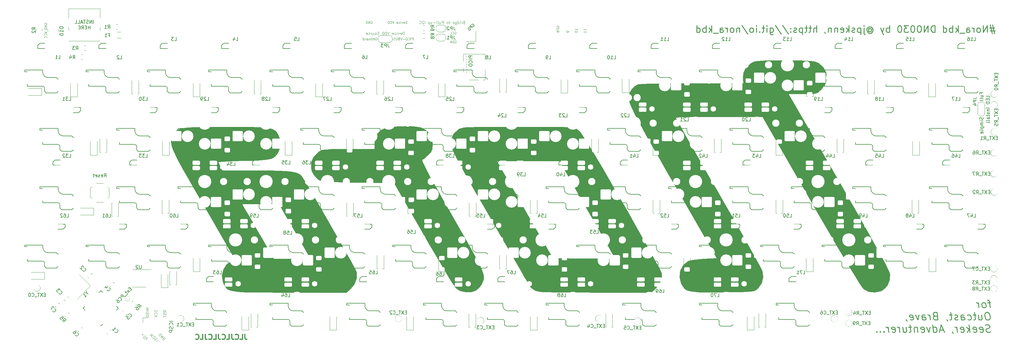
<source format=gbo>
G04 #@! TF.GenerationSoftware,KiCad,Pcbnew,(5.1.10-1-10_14)*
G04 #@! TF.CreationDate,2021-12-19T10:41:02+09:00*
G04 #@! TF.ProjectId,nora,6e6f7261-2e6b-4696-9361-645f70636258,DN:0030*
G04 #@! TF.SameCoordinates,Original*
G04 #@! TF.FileFunction,Legend,Bot*
G04 #@! TF.FilePolarity,Positive*
%FSLAX46Y46*%
G04 Gerber Fmt 4.6, Leading zero omitted, Abs format (unit mm)*
G04 Created by KiCad (PCBNEW (5.1.10-1-10_14)) date 2021-12-19 10:41:02*
%MOMM*%
%LPD*%
G01*
G04 APERTURE LIST*
%ADD10C,0.100000*%
%ADD11C,0.280000*%
%ADD12C,0.150000*%
%ADD13C,0.300000*%
%ADD14C,0.220000*%
%ADD15C,0.120000*%
%ADD16C,0.200000*%
%ADD17C,0.010000*%
%ADD18O,2.100000X2.100000*%
%ADD19C,3.400000*%
%ADD20C,2.100000*%
%ADD21C,3.800000*%
%ADD22C,1.600000*%
%ADD23C,3.829000*%
%ADD24O,1.300000X2.100000*%
%ADD25O,1.300000X2.800000*%
%ADD26C,1.100000*%
%ADD27C,1.400000*%
%ADD28O,5.600000X2.800000*%
%ADD29C,5.200000*%
%ADD30C,1.900000*%
%ADD31C,2.600000*%
G04 APERTURE END LIST*
D10*
X151263809Y-23462857D02*
X151149523Y-23500952D01*
X151111428Y-23539047D01*
X151073333Y-23615238D01*
X151073333Y-23729523D01*
X151111428Y-23805714D01*
X151149523Y-23843809D01*
X151225714Y-23881904D01*
X151530476Y-23881904D01*
X151530476Y-23081904D01*
X151263809Y-23081904D01*
X151187619Y-23120000D01*
X151149523Y-23158095D01*
X151111428Y-23234285D01*
X151111428Y-23310476D01*
X151149523Y-23386666D01*
X151187619Y-23424761D01*
X151263809Y-23462857D01*
X151530476Y-23462857D01*
X150730476Y-23881904D02*
X150730476Y-23348571D01*
X150730476Y-23500952D02*
X150692380Y-23424761D01*
X150654285Y-23386666D01*
X150578095Y-23348571D01*
X150501904Y-23348571D01*
X150235238Y-23881904D02*
X150235238Y-23348571D01*
X150235238Y-23081904D02*
X150273333Y-23120000D01*
X150235238Y-23158095D01*
X150197142Y-23120000D01*
X150235238Y-23081904D01*
X150235238Y-23158095D01*
X149511428Y-23881904D02*
X149511428Y-23081904D01*
X149511428Y-23843809D02*
X149587619Y-23881904D01*
X149740000Y-23881904D01*
X149816190Y-23843809D01*
X149854285Y-23805714D01*
X149892380Y-23729523D01*
X149892380Y-23500952D01*
X149854285Y-23424761D01*
X149816190Y-23386666D01*
X149740000Y-23348571D01*
X149587619Y-23348571D01*
X149511428Y-23386666D01*
X148787619Y-23348571D02*
X148787619Y-23996190D01*
X148825714Y-24072380D01*
X148863809Y-24110476D01*
X148940000Y-24148571D01*
X149054285Y-24148571D01*
X149130476Y-24110476D01*
X148787619Y-23843809D02*
X148863809Y-23881904D01*
X149016190Y-23881904D01*
X149092380Y-23843809D01*
X149130476Y-23805714D01*
X149168571Y-23729523D01*
X149168571Y-23500952D01*
X149130476Y-23424761D01*
X149092380Y-23386666D01*
X149016190Y-23348571D01*
X148863809Y-23348571D01*
X148787619Y-23386666D01*
X148101904Y-23843809D02*
X148178095Y-23881904D01*
X148330476Y-23881904D01*
X148406666Y-23843809D01*
X148444761Y-23767619D01*
X148444761Y-23462857D01*
X148406666Y-23386666D01*
X148330476Y-23348571D01*
X148178095Y-23348571D01*
X148101904Y-23386666D01*
X148063809Y-23462857D01*
X148063809Y-23539047D01*
X148444761Y-23615238D01*
X147225714Y-23348571D02*
X146920952Y-23348571D01*
X147111428Y-23081904D02*
X147111428Y-23767619D01*
X147073333Y-23843809D01*
X146997142Y-23881904D01*
X146920952Y-23881904D01*
X146540000Y-23881904D02*
X146616190Y-23843809D01*
X146654285Y-23805714D01*
X146692380Y-23729523D01*
X146692380Y-23500952D01*
X146654285Y-23424761D01*
X146616190Y-23386666D01*
X146540000Y-23348571D01*
X146425714Y-23348571D01*
X146349523Y-23386666D01*
X146311428Y-23424761D01*
X146273333Y-23500952D01*
X146273333Y-23729523D01*
X146311428Y-23805714D01*
X146349523Y-23843809D01*
X146425714Y-23881904D01*
X146540000Y-23881904D01*
X145320952Y-23881904D02*
X145320952Y-23081904D01*
X145016190Y-23081904D01*
X144940000Y-23120000D01*
X144901904Y-23158095D01*
X144863809Y-23234285D01*
X144863809Y-23348571D01*
X144901904Y-23424761D01*
X144940000Y-23462857D01*
X145016190Y-23500952D01*
X145320952Y-23500952D01*
X144178095Y-23348571D02*
X144178095Y-23881904D01*
X144520952Y-23348571D02*
X144520952Y-23767619D01*
X144482857Y-23843809D01*
X144406666Y-23881904D01*
X144292380Y-23881904D01*
X144216190Y-23843809D01*
X144178095Y-23805714D01*
X143682857Y-23881904D02*
X143759047Y-23843809D01*
X143797142Y-23767619D01*
X143797142Y-23081904D01*
X143263809Y-23881904D02*
X143340000Y-23843809D01*
X143378095Y-23767619D01*
X143378095Y-23081904D01*
X142959047Y-23577142D02*
X142349523Y-23577142D01*
X141625714Y-23348571D02*
X141625714Y-23881904D01*
X141968571Y-23348571D02*
X141968571Y-23767619D01*
X141930476Y-23843809D01*
X141854285Y-23881904D01*
X141740000Y-23881904D01*
X141663809Y-23843809D01*
X141625714Y-23805714D01*
X141244761Y-23348571D02*
X141244761Y-24148571D01*
X141244761Y-23386666D02*
X141168571Y-23348571D01*
X141016190Y-23348571D01*
X140940000Y-23386666D01*
X140901904Y-23424761D01*
X140863809Y-23500952D01*
X140863809Y-23729523D01*
X140901904Y-23805714D01*
X140940000Y-23843809D01*
X141016190Y-23881904D01*
X141168571Y-23881904D01*
X141244761Y-23843809D01*
X139911428Y-23881904D02*
X139911428Y-23081904D01*
X139568571Y-23158095D02*
X139530476Y-23120000D01*
X139454285Y-23081904D01*
X139263809Y-23081904D01*
X139187619Y-23120000D01*
X139149523Y-23158095D01*
X139111428Y-23234285D01*
X139111428Y-23310476D01*
X139149523Y-23424761D01*
X139606666Y-23881904D01*
X139111428Y-23881904D01*
X138311428Y-23805714D02*
X138349523Y-23843809D01*
X138463809Y-23881904D01*
X138540000Y-23881904D01*
X138654285Y-23843809D01*
X138730476Y-23767619D01*
X138768571Y-23691428D01*
X138806666Y-23539047D01*
X138806666Y-23424761D01*
X138768571Y-23272380D01*
X138730476Y-23196190D01*
X138654285Y-23120000D01*
X138540000Y-23081904D01*
X138463809Y-23081904D01*
X138349523Y-23120000D01*
X138311428Y-23158095D01*
D11*
X304612047Y-105148571D02*
X303773952Y-105148571D01*
X304481095Y-106615238D02*
X304245380Y-104729523D01*
X304114428Y-104520000D01*
X303891809Y-104415238D01*
X303682285Y-104415238D01*
X302909666Y-106615238D02*
X303106095Y-106510476D01*
X303197761Y-106405714D01*
X303276333Y-106196190D01*
X303197761Y-105567619D01*
X303066809Y-105358095D01*
X302948952Y-105253333D01*
X302726333Y-105148571D01*
X302412047Y-105148571D01*
X302215619Y-105253333D01*
X302123952Y-105358095D01*
X302045380Y-105567619D01*
X302123952Y-106196190D01*
X302254904Y-106405714D01*
X302372761Y-106510476D01*
X302595380Y-106615238D01*
X302909666Y-106615238D01*
X301233476Y-106615238D02*
X301050142Y-105148571D01*
X301102523Y-105567619D02*
X300971571Y-105358095D01*
X300853714Y-105253333D01*
X300631095Y-105148571D01*
X300421571Y-105148571D01*
X303787047Y-107995238D02*
X303368000Y-107995238D01*
X303171571Y-108100000D01*
X302988238Y-108309523D01*
X302935857Y-108728571D01*
X303027523Y-109461904D01*
X303184666Y-109880952D01*
X303420380Y-110090476D01*
X303643000Y-110195238D01*
X304062047Y-110195238D01*
X304258476Y-110090476D01*
X304441809Y-109880952D01*
X304494190Y-109461904D01*
X304402523Y-108728571D01*
X304245380Y-108309523D01*
X304009666Y-108100000D01*
X303787047Y-107995238D01*
X301050142Y-108728571D02*
X301233476Y-110195238D01*
X301993000Y-108728571D02*
X302137047Y-109880952D01*
X302058476Y-110090476D01*
X301862047Y-110195238D01*
X301547761Y-110195238D01*
X301325142Y-110090476D01*
X301207285Y-109985714D01*
X300316809Y-108728571D02*
X299478714Y-108728571D01*
X299910857Y-107995238D02*
X300146571Y-109880952D01*
X300068000Y-110090476D01*
X299871571Y-110195238D01*
X299662047Y-110195238D01*
X297972761Y-110090476D02*
X298195380Y-110195238D01*
X298614428Y-110195238D01*
X298810857Y-110090476D01*
X298902523Y-109985714D01*
X298981095Y-109776190D01*
X298902523Y-109147619D01*
X298771571Y-108938095D01*
X298653714Y-108833333D01*
X298431095Y-108728571D01*
X298012047Y-108728571D01*
X297815619Y-108833333D01*
X296100142Y-110195238D02*
X295956095Y-109042857D01*
X296034666Y-108833333D01*
X296231095Y-108728571D01*
X296650142Y-108728571D01*
X296872761Y-108833333D01*
X296087047Y-110090476D02*
X296309666Y-110195238D01*
X296833476Y-110195238D01*
X297029904Y-110090476D01*
X297108476Y-109880952D01*
X297082285Y-109671428D01*
X296951333Y-109461904D01*
X296728714Y-109357142D01*
X296204904Y-109357142D01*
X295982285Y-109252380D01*
X295144190Y-110090476D02*
X294947761Y-110195238D01*
X294528714Y-110195238D01*
X294306095Y-110090476D01*
X294175142Y-109880952D01*
X294162047Y-109776190D01*
X294240619Y-109566666D01*
X294437047Y-109461904D01*
X294751333Y-109461904D01*
X294947761Y-109357142D01*
X295026333Y-109147619D01*
X295013238Y-109042857D01*
X294882285Y-108833333D01*
X294659666Y-108728571D01*
X294345380Y-108728571D01*
X294148952Y-108833333D01*
X293402523Y-108728571D02*
X292564428Y-108728571D01*
X292996571Y-107995238D02*
X293232285Y-109880952D01*
X293153714Y-110090476D01*
X292957285Y-110195238D01*
X292747761Y-110195238D01*
X291896571Y-110090476D02*
X291909666Y-110195238D01*
X292040619Y-110404761D01*
X292158476Y-110509523D01*
X288413238Y-109042857D02*
X288112047Y-109147619D01*
X288020380Y-109252380D01*
X287941809Y-109461904D01*
X287981095Y-109776190D01*
X288112047Y-109985714D01*
X288229904Y-110090476D01*
X288452523Y-110195238D01*
X289290619Y-110195238D01*
X289015619Y-107995238D01*
X288282285Y-107995238D01*
X288085857Y-108100000D01*
X287994190Y-108204761D01*
X287915619Y-108414285D01*
X287941809Y-108623809D01*
X288072761Y-108833333D01*
X288190619Y-108938095D01*
X288413238Y-109042857D01*
X289146571Y-109042857D01*
X287090619Y-110195238D02*
X286907285Y-108728571D01*
X286959666Y-109147619D02*
X286828714Y-108938095D01*
X286710857Y-108833333D01*
X286488238Y-108728571D01*
X286278714Y-108728571D01*
X284785857Y-110195238D02*
X284641809Y-109042857D01*
X284720380Y-108833333D01*
X284916809Y-108728571D01*
X285335857Y-108728571D01*
X285558476Y-108833333D01*
X284772761Y-110090476D02*
X284995380Y-110195238D01*
X285519190Y-110195238D01*
X285715619Y-110090476D01*
X285794190Y-109880952D01*
X285768000Y-109671428D01*
X285637047Y-109461904D01*
X285414428Y-109357142D01*
X284890619Y-109357142D01*
X284668000Y-109252380D01*
X283764428Y-108728571D02*
X283423952Y-110195238D01*
X282716809Y-108728571D01*
X281210857Y-110090476D02*
X281433476Y-110195238D01*
X281852523Y-110195238D01*
X282048952Y-110090476D01*
X282127523Y-109880952D01*
X282022761Y-109042857D01*
X281891809Y-108833333D01*
X281669190Y-108728571D01*
X281250142Y-108728571D01*
X281053714Y-108833333D01*
X280975142Y-109042857D01*
X281001333Y-109252380D01*
X282075142Y-109461904D01*
X280058476Y-110090476D02*
X280071571Y-110195238D01*
X280202523Y-110404761D01*
X280320380Y-110509523D01*
X304572761Y-113670476D02*
X304271571Y-113775238D01*
X303747761Y-113775238D01*
X303525142Y-113670476D01*
X303407285Y-113565714D01*
X303276333Y-113356190D01*
X303250142Y-113146666D01*
X303328714Y-112937142D01*
X303420380Y-112832380D01*
X303616809Y-112727619D01*
X304022761Y-112622857D01*
X304219190Y-112518095D01*
X304310857Y-112413333D01*
X304389428Y-112203809D01*
X304363238Y-111994285D01*
X304232285Y-111784761D01*
X304114428Y-111680000D01*
X303891809Y-111575238D01*
X303368000Y-111575238D01*
X303066809Y-111680000D01*
X301534666Y-113670476D02*
X301757285Y-113775238D01*
X302176333Y-113775238D01*
X302372761Y-113670476D01*
X302451333Y-113460952D01*
X302346571Y-112622857D01*
X302215619Y-112413333D01*
X301993000Y-112308571D01*
X301573952Y-112308571D01*
X301377523Y-112413333D01*
X301298952Y-112622857D01*
X301325142Y-112832380D01*
X302398952Y-113041904D01*
X299648952Y-113670476D02*
X299871571Y-113775238D01*
X300290619Y-113775238D01*
X300487047Y-113670476D01*
X300565619Y-113460952D01*
X300460857Y-112622857D01*
X300329904Y-112413333D01*
X300107285Y-112308571D01*
X299688238Y-112308571D01*
X299491809Y-112413333D01*
X299413238Y-112622857D01*
X299439428Y-112832380D01*
X300513238Y-113041904D01*
X298614428Y-113775238D02*
X298339428Y-111575238D01*
X298300142Y-112937142D02*
X297776333Y-113775238D01*
X297593000Y-112308571D02*
X298535857Y-113146666D01*
X295982285Y-113670476D02*
X296204904Y-113775238D01*
X296623952Y-113775238D01*
X296820380Y-113670476D01*
X296898952Y-113460952D01*
X296794190Y-112622857D01*
X296663238Y-112413333D01*
X296440619Y-112308571D01*
X296021571Y-112308571D01*
X295825142Y-112413333D01*
X295746571Y-112622857D01*
X295772761Y-112832380D01*
X296846571Y-113041904D01*
X294947761Y-113775238D02*
X294764428Y-112308571D01*
X294816809Y-112727619D02*
X294685857Y-112518095D01*
X294568000Y-112413333D01*
X294345380Y-112308571D01*
X294135857Y-112308571D01*
X293468000Y-113670476D02*
X293481095Y-113775238D01*
X293612047Y-113984761D01*
X293729904Y-114089523D01*
X290888238Y-113146666D02*
X289840619Y-113146666D01*
X291176333Y-113775238D02*
X290168000Y-111575238D01*
X289709666Y-113775238D01*
X288033476Y-113775238D02*
X287758476Y-111575238D01*
X288020380Y-113670476D02*
X288243000Y-113775238D01*
X288662047Y-113775238D01*
X288858476Y-113670476D01*
X288950142Y-113565714D01*
X289028714Y-113356190D01*
X288950142Y-112727619D01*
X288819190Y-112518095D01*
X288701333Y-112413333D01*
X288478714Y-112308571D01*
X288059666Y-112308571D01*
X287863238Y-112413333D01*
X287012047Y-112308571D02*
X286671571Y-113775238D01*
X285964428Y-112308571D01*
X284458476Y-113670476D02*
X284681095Y-113775238D01*
X285100142Y-113775238D01*
X285296571Y-113670476D01*
X285375142Y-113460952D01*
X285270380Y-112622857D01*
X285139428Y-112413333D01*
X284916809Y-112308571D01*
X284497761Y-112308571D01*
X284301333Y-112413333D01*
X284222761Y-112622857D01*
X284248952Y-112832380D01*
X285322761Y-113041904D01*
X283240619Y-112308571D02*
X283423952Y-113775238D01*
X283266809Y-112518095D02*
X283148952Y-112413333D01*
X282926333Y-112308571D01*
X282612047Y-112308571D01*
X282415619Y-112413333D01*
X282337047Y-112622857D01*
X282481095Y-113775238D01*
X281564428Y-112308571D02*
X280726333Y-112308571D01*
X281158476Y-111575238D02*
X281394190Y-113460952D01*
X281315619Y-113670476D01*
X281119190Y-113775238D01*
X280909666Y-113775238D01*
X279050142Y-112308571D02*
X279233476Y-113775238D01*
X279993000Y-112308571D02*
X280137047Y-113460952D01*
X280058476Y-113670476D01*
X279862047Y-113775238D01*
X279547761Y-113775238D01*
X279325142Y-113670476D01*
X279207285Y-113565714D01*
X278185857Y-113775238D02*
X278002523Y-112308571D01*
X278054904Y-112727619D02*
X277923952Y-112518095D01*
X277806095Y-112413333D01*
X277583476Y-112308571D01*
X277373952Y-112308571D01*
X275972761Y-113670476D02*
X276195380Y-113775238D01*
X276614428Y-113775238D01*
X276810857Y-113670476D01*
X276889428Y-113460952D01*
X276784666Y-112622857D01*
X276653714Y-112413333D01*
X276431095Y-112308571D01*
X276012047Y-112308571D01*
X275815619Y-112413333D01*
X275737047Y-112622857D01*
X275763238Y-112832380D01*
X276837047Y-113041904D01*
X274938238Y-113775238D02*
X274754904Y-112308571D01*
X274807285Y-112727619D02*
X274676333Y-112518095D01*
X274558476Y-112413333D01*
X274335857Y-112308571D01*
X274126333Y-112308571D01*
X273550142Y-113565714D02*
X273458476Y-113670476D01*
X273576333Y-113775238D01*
X273668000Y-113670476D01*
X273550142Y-113565714D01*
X273576333Y-113775238D01*
X272502523Y-113565714D02*
X272410857Y-113670476D01*
X272528714Y-113775238D01*
X272620380Y-113670476D01*
X272502523Y-113565714D01*
X272528714Y-113775238D01*
X271454904Y-113565714D02*
X271363238Y-113670476D01*
X271481095Y-113775238D01*
X271572761Y-113670476D01*
X271454904Y-113565714D01*
X271481095Y-113775238D01*
D12*
X43419047Y-23802900D02*
X43419047Y-22802900D01*
X42942857Y-23802900D02*
X42942857Y-22802900D01*
X42371428Y-23802900D01*
X42371428Y-22802900D01*
X41942857Y-23755281D02*
X41800000Y-23802900D01*
X41561904Y-23802900D01*
X41466666Y-23755281D01*
X41419047Y-23707662D01*
X41371428Y-23612424D01*
X41371428Y-23517186D01*
X41419047Y-23421948D01*
X41466666Y-23374329D01*
X41561904Y-23326710D01*
X41752380Y-23279091D01*
X41847619Y-23231472D01*
X41895238Y-23183853D01*
X41942857Y-23088615D01*
X41942857Y-22993377D01*
X41895238Y-22898139D01*
X41847619Y-22850520D01*
X41752380Y-22802900D01*
X41514285Y-22802900D01*
X41371428Y-22850520D01*
X41085714Y-22802900D02*
X40514285Y-22802900D01*
X40800000Y-23802900D02*
X40800000Y-22802900D01*
X40228571Y-23517186D02*
X39752380Y-23517186D01*
X40323809Y-23802900D02*
X39990476Y-22802900D01*
X39657142Y-23802900D01*
X38847619Y-23802900D02*
X39323809Y-23802900D01*
X39323809Y-22802900D01*
X38038095Y-23802900D02*
X38514285Y-23802900D01*
X38514285Y-22802900D01*
X42490476Y-25452900D02*
X42490476Y-24452900D01*
X42490476Y-24929091D02*
X41919047Y-24929091D01*
X41919047Y-25452900D02*
X41919047Y-24452900D01*
X41442857Y-24929091D02*
X41109523Y-24929091D01*
X40966666Y-25452900D02*
X41442857Y-25452900D01*
X41442857Y-24452900D01*
X40966666Y-24452900D01*
X39966666Y-25452900D02*
X40300000Y-24976710D01*
X40538095Y-25452900D02*
X40538095Y-24452900D01*
X40157142Y-24452900D01*
X40061904Y-24500520D01*
X40014285Y-24548139D01*
X39966666Y-24643377D01*
X39966666Y-24786234D01*
X40014285Y-24881472D01*
X40061904Y-24929091D01*
X40157142Y-24976710D01*
X40538095Y-24976710D01*
X39538095Y-24929091D02*
X39204761Y-24929091D01*
X39061904Y-25452900D02*
X39538095Y-25452900D01*
X39538095Y-24452900D01*
X39061904Y-24452900D01*
D13*
X87528571Y-114378571D02*
X87528571Y-115450000D01*
X87600000Y-115664285D01*
X87742857Y-115807142D01*
X87957142Y-115878571D01*
X88100000Y-115878571D01*
X86100000Y-115878571D02*
X86814285Y-115878571D01*
X86814285Y-114378571D01*
X84742857Y-115735714D02*
X84814285Y-115807142D01*
X85028571Y-115878571D01*
X85171428Y-115878571D01*
X85385714Y-115807142D01*
X85528571Y-115664285D01*
X85600000Y-115521428D01*
X85671428Y-115235714D01*
X85671428Y-115021428D01*
X85600000Y-114735714D01*
X85528571Y-114592857D01*
X85385714Y-114450000D01*
X85171428Y-114378571D01*
X85028571Y-114378571D01*
X84814285Y-114450000D01*
X84742857Y-114521428D01*
X83671428Y-114378571D02*
X83671428Y-115450000D01*
X83742857Y-115664285D01*
X83885714Y-115807142D01*
X84100000Y-115878571D01*
X84242857Y-115878571D01*
X82242857Y-115878571D02*
X82957142Y-115878571D01*
X82957142Y-114378571D01*
X80885714Y-115735714D02*
X80957142Y-115807142D01*
X81171428Y-115878571D01*
X81314285Y-115878571D01*
X81528571Y-115807142D01*
X81671428Y-115664285D01*
X81742857Y-115521428D01*
X81814285Y-115235714D01*
X81814285Y-115021428D01*
X81742857Y-114735714D01*
X81671428Y-114592857D01*
X81528571Y-114450000D01*
X81314285Y-114378571D01*
X81171428Y-114378571D01*
X80957142Y-114450000D01*
X80885714Y-114521428D01*
X79814285Y-114378571D02*
X79814285Y-115450000D01*
X79885714Y-115664285D01*
X80028571Y-115807142D01*
X80242857Y-115878571D01*
X80385714Y-115878571D01*
X78385714Y-115878571D02*
X79100000Y-115878571D01*
X79100000Y-114378571D01*
X77028571Y-115735714D02*
X77100000Y-115807142D01*
X77314285Y-115878571D01*
X77457142Y-115878571D01*
X77671428Y-115807142D01*
X77814285Y-115664285D01*
X77885714Y-115521428D01*
X77957142Y-115235714D01*
X77957142Y-115021428D01*
X77885714Y-114735714D01*
X77814285Y-114592857D01*
X77671428Y-114450000D01*
X77457142Y-114378571D01*
X77314285Y-114378571D01*
X77100000Y-114450000D01*
X77028571Y-114521428D01*
X75957142Y-114378571D02*
X75957142Y-115450000D01*
X76028571Y-115664285D01*
X76171428Y-115807142D01*
X76385714Y-115878571D01*
X76528571Y-115878571D01*
X74528571Y-115878571D02*
X75242857Y-115878571D01*
X75242857Y-114378571D01*
X73171428Y-115735714D02*
X73242857Y-115807142D01*
X73457142Y-115878571D01*
X73600000Y-115878571D01*
X73814285Y-115807142D01*
X73957142Y-115664285D01*
X74028571Y-115521428D01*
X74100000Y-115235714D01*
X74100000Y-115021428D01*
X74028571Y-114735714D01*
X73957142Y-114592857D01*
X73814285Y-114450000D01*
X73600000Y-114378571D01*
X73457142Y-114378571D01*
X73242857Y-114450000D01*
X73171428Y-114521428D01*
D14*
X305741047Y-25046948D02*
X304312476Y-25046948D01*
X305169619Y-24189805D02*
X305741047Y-26761234D01*
X304502952Y-25904091D02*
X305931523Y-25904091D01*
X305074380Y-26761234D02*
X304502952Y-24189805D01*
X303645809Y-26380281D02*
X303645809Y-24380281D01*
X302502952Y-26380281D01*
X302502952Y-24380281D01*
X301264857Y-26380281D02*
X301455333Y-26285043D01*
X301550571Y-26189805D01*
X301645809Y-25999329D01*
X301645809Y-25427900D01*
X301550571Y-25237424D01*
X301455333Y-25142186D01*
X301264857Y-25046948D01*
X300979142Y-25046948D01*
X300788666Y-25142186D01*
X300693428Y-25237424D01*
X300598190Y-25427900D01*
X300598190Y-25999329D01*
X300693428Y-26189805D01*
X300788666Y-26285043D01*
X300979142Y-26380281D01*
X301264857Y-26380281D01*
X299741047Y-26380281D02*
X299741047Y-25046948D01*
X299741047Y-25427900D02*
X299645809Y-25237424D01*
X299550571Y-25142186D01*
X299360095Y-25046948D01*
X299169619Y-25046948D01*
X297645809Y-26380281D02*
X297645809Y-25332662D01*
X297741047Y-25142186D01*
X297931523Y-25046948D01*
X298312476Y-25046948D01*
X298502952Y-25142186D01*
X297645809Y-26285043D02*
X297836285Y-26380281D01*
X298312476Y-26380281D01*
X298502952Y-26285043D01*
X298598190Y-26094567D01*
X298598190Y-25904091D01*
X298502952Y-25713615D01*
X298312476Y-25618377D01*
X297836285Y-25618377D01*
X297645809Y-25523139D01*
X297169619Y-26570758D02*
X295645809Y-26570758D01*
X295169619Y-26380281D02*
X295169619Y-24380281D01*
X294979142Y-25618377D02*
X294407714Y-26380281D01*
X294407714Y-25046948D02*
X295169619Y-25808853D01*
X293550571Y-26380281D02*
X293550571Y-24380281D01*
X293550571Y-25142186D02*
X293360095Y-25046948D01*
X292979142Y-25046948D01*
X292788666Y-25142186D01*
X292693428Y-25237424D01*
X292598190Y-25427900D01*
X292598190Y-25999329D01*
X292693428Y-26189805D01*
X292788666Y-26285043D01*
X292979142Y-26380281D01*
X293360095Y-26380281D01*
X293550571Y-26285043D01*
X290883904Y-26380281D02*
X290883904Y-24380281D01*
X290883904Y-26285043D02*
X291074380Y-26380281D01*
X291455333Y-26380281D01*
X291645809Y-26285043D01*
X291741047Y-26189805D01*
X291836285Y-25999329D01*
X291836285Y-25427900D01*
X291741047Y-25237424D01*
X291645809Y-25142186D01*
X291455333Y-25046948D01*
X291074380Y-25046948D01*
X290883904Y-25142186D01*
X288407714Y-26380281D02*
X288407714Y-24380281D01*
X287931523Y-24380281D01*
X287645809Y-24475520D01*
X287455333Y-24665996D01*
X287360095Y-24856472D01*
X287264857Y-25237424D01*
X287264857Y-25523139D01*
X287360095Y-25904091D01*
X287455333Y-26094567D01*
X287645809Y-26285043D01*
X287931523Y-26380281D01*
X288407714Y-26380281D01*
X286407714Y-26380281D02*
X286407714Y-24380281D01*
X285264857Y-26380281D01*
X285264857Y-24380281D01*
X283931523Y-24380281D02*
X283741047Y-24380281D01*
X283550571Y-24475520D01*
X283455333Y-24570758D01*
X283360095Y-24761234D01*
X283264857Y-25142186D01*
X283264857Y-25618377D01*
X283360095Y-25999329D01*
X283455333Y-26189805D01*
X283550571Y-26285043D01*
X283741047Y-26380281D01*
X283931523Y-26380281D01*
X284122000Y-26285043D01*
X284217238Y-26189805D01*
X284312476Y-25999329D01*
X284407714Y-25618377D01*
X284407714Y-25142186D01*
X284312476Y-24761234D01*
X284217238Y-24570758D01*
X284122000Y-24475520D01*
X283931523Y-24380281D01*
X282026761Y-24380281D02*
X281836285Y-24380281D01*
X281645809Y-24475520D01*
X281550571Y-24570758D01*
X281455333Y-24761234D01*
X281360095Y-25142186D01*
X281360095Y-25618377D01*
X281455333Y-25999329D01*
X281550571Y-26189805D01*
X281645809Y-26285043D01*
X281836285Y-26380281D01*
X282026761Y-26380281D01*
X282217238Y-26285043D01*
X282312476Y-26189805D01*
X282407714Y-25999329D01*
X282502952Y-25618377D01*
X282502952Y-25142186D01*
X282407714Y-24761234D01*
X282312476Y-24570758D01*
X282217238Y-24475520D01*
X282026761Y-24380281D01*
X280693428Y-24380281D02*
X279455333Y-24380281D01*
X280122000Y-25142186D01*
X279836285Y-25142186D01*
X279645809Y-25237424D01*
X279550571Y-25332662D01*
X279455333Y-25523139D01*
X279455333Y-25999329D01*
X279550571Y-26189805D01*
X279645809Y-26285043D01*
X279836285Y-26380281D01*
X280407714Y-26380281D01*
X280598190Y-26285043D01*
X280693428Y-26189805D01*
X278217238Y-24380281D02*
X278026761Y-24380281D01*
X277836285Y-24475520D01*
X277741047Y-24570758D01*
X277645809Y-24761234D01*
X277550571Y-25142186D01*
X277550571Y-25618377D01*
X277645809Y-25999329D01*
X277741047Y-26189805D01*
X277836285Y-26285043D01*
X278026761Y-26380281D01*
X278217238Y-26380281D01*
X278407714Y-26285043D01*
X278502952Y-26189805D01*
X278598190Y-25999329D01*
X278693428Y-25618377D01*
X278693428Y-25142186D01*
X278598190Y-24761234D01*
X278502952Y-24570758D01*
X278407714Y-24475520D01*
X278217238Y-24380281D01*
X275169619Y-26380281D02*
X275169619Y-24380281D01*
X275169619Y-25142186D02*
X274979142Y-25046948D01*
X274598190Y-25046948D01*
X274407714Y-25142186D01*
X274312476Y-25237424D01*
X274217238Y-25427900D01*
X274217238Y-25999329D01*
X274312476Y-26189805D01*
X274407714Y-26285043D01*
X274598190Y-26380281D01*
X274979142Y-26380281D01*
X275169619Y-26285043D01*
X273550571Y-25046948D02*
X273074380Y-26380281D01*
X272598190Y-25046948D02*
X273074380Y-26380281D01*
X273264857Y-26856472D01*
X273360095Y-26951710D01*
X273550571Y-27046948D01*
X269074380Y-25427900D02*
X269169619Y-25332662D01*
X269360095Y-25237424D01*
X269550571Y-25237424D01*
X269741047Y-25332662D01*
X269836285Y-25427900D01*
X269931523Y-25618377D01*
X269931523Y-25808853D01*
X269836285Y-25999329D01*
X269741047Y-26094567D01*
X269550571Y-26189805D01*
X269360095Y-26189805D01*
X269169619Y-26094567D01*
X269074380Y-25999329D01*
X269074380Y-25237424D02*
X269074380Y-25999329D01*
X268979142Y-26094567D01*
X268883904Y-26094567D01*
X268693428Y-25999329D01*
X268598190Y-25808853D01*
X268598190Y-25332662D01*
X268788666Y-25046948D01*
X269074380Y-24856472D01*
X269455333Y-24761234D01*
X269836285Y-24856472D01*
X270122000Y-25046948D01*
X270312476Y-25332662D01*
X270407714Y-25713615D01*
X270312476Y-26094567D01*
X270122000Y-26380281D01*
X269836285Y-26570758D01*
X269455333Y-26665996D01*
X269074380Y-26570758D01*
X268788666Y-26380281D01*
X267741047Y-25046948D02*
X267741047Y-26761234D01*
X267836285Y-26951710D01*
X268026761Y-27046948D01*
X268122000Y-27046948D01*
X267741047Y-24380281D02*
X267836285Y-24475520D01*
X267741047Y-24570758D01*
X267645809Y-24475520D01*
X267741047Y-24380281D01*
X267741047Y-24570758D01*
X266788666Y-25046948D02*
X266788666Y-27046948D01*
X266788666Y-25142186D02*
X266598190Y-25046948D01*
X266217238Y-25046948D01*
X266026761Y-25142186D01*
X265931523Y-25237424D01*
X265836285Y-25427900D01*
X265836285Y-25999329D01*
X265931523Y-26189805D01*
X266026761Y-26285043D01*
X266217238Y-26380281D01*
X266598190Y-26380281D01*
X266788666Y-26285043D01*
X265074380Y-26285043D02*
X264883904Y-26380281D01*
X264502952Y-26380281D01*
X264312476Y-26285043D01*
X264217238Y-26094567D01*
X264217238Y-25999329D01*
X264312476Y-25808853D01*
X264502952Y-25713615D01*
X264788666Y-25713615D01*
X264979142Y-25618377D01*
X265074380Y-25427900D01*
X265074380Y-25332662D01*
X264979142Y-25142186D01*
X264788666Y-25046948D01*
X264502952Y-25046948D01*
X264312476Y-25142186D01*
X263360095Y-26380281D02*
X263360095Y-24380281D01*
X263169619Y-25618377D02*
X262598190Y-26380281D01*
X262598190Y-25046948D02*
X263360095Y-25808853D01*
X260979142Y-26285043D02*
X261169619Y-26380281D01*
X261550571Y-26380281D01*
X261741047Y-26285043D01*
X261836285Y-26094567D01*
X261836285Y-25332662D01*
X261741047Y-25142186D01*
X261550571Y-25046948D01*
X261169619Y-25046948D01*
X260979142Y-25142186D01*
X260883904Y-25332662D01*
X260883904Y-25523139D01*
X261836285Y-25713615D01*
X260026761Y-25046948D02*
X260026761Y-26380281D01*
X260026761Y-25237424D02*
X259931523Y-25142186D01*
X259741047Y-25046948D01*
X259455333Y-25046948D01*
X259264857Y-25142186D01*
X259169619Y-25332662D01*
X259169619Y-26380281D01*
X258217238Y-25046948D02*
X258217238Y-26380281D01*
X258217238Y-25237424D02*
X258122000Y-25142186D01*
X257931523Y-25046948D01*
X257645809Y-25046948D01*
X257455333Y-25142186D01*
X257360095Y-25332662D01*
X257360095Y-26380281D01*
X256312476Y-26285043D02*
X256312476Y-26380281D01*
X256407714Y-26570758D01*
X256502952Y-26665996D01*
X253931523Y-26380281D02*
X253931523Y-24380281D01*
X253074380Y-26380281D02*
X253074380Y-25332662D01*
X253169619Y-25142186D01*
X253360095Y-25046948D01*
X253645809Y-25046948D01*
X253836285Y-25142186D01*
X253931523Y-25237424D01*
X252407714Y-25046948D02*
X251645809Y-25046948D01*
X252122000Y-24380281D02*
X252122000Y-26094567D01*
X252026761Y-26285043D01*
X251836285Y-26380281D01*
X251645809Y-26380281D01*
X251264857Y-25046948D02*
X250502952Y-25046948D01*
X250979142Y-24380281D02*
X250979142Y-26094567D01*
X250883904Y-26285043D01*
X250693428Y-26380281D01*
X250502952Y-26380281D01*
X249836285Y-25046948D02*
X249836285Y-27046948D01*
X249836285Y-25142186D02*
X249645809Y-25046948D01*
X249264857Y-25046948D01*
X249074380Y-25142186D01*
X248979142Y-25237424D01*
X248883904Y-25427900D01*
X248883904Y-25999329D01*
X248979142Y-26189805D01*
X249074380Y-26285043D01*
X249264857Y-26380281D01*
X249645809Y-26380281D01*
X249836285Y-26285043D01*
X248122000Y-26285043D02*
X247931523Y-26380281D01*
X247550571Y-26380281D01*
X247360095Y-26285043D01*
X247264857Y-26094567D01*
X247264857Y-25999329D01*
X247360095Y-25808853D01*
X247550571Y-25713615D01*
X247836285Y-25713615D01*
X248026761Y-25618377D01*
X248122000Y-25427900D01*
X248122000Y-25332662D01*
X248026761Y-25142186D01*
X247836285Y-25046948D01*
X247550571Y-25046948D01*
X247360095Y-25142186D01*
X246407714Y-26189805D02*
X246312476Y-26285043D01*
X246407714Y-26380281D01*
X246502952Y-26285043D01*
X246407714Y-26189805D01*
X246407714Y-26380281D01*
X246407714Y-25142186D02*
X246312476Y-25237424D01*
X246407714Y-25332662D01*
X246502952Y-25237424D01*
X246407714Y-25142186D01*
X246407714Y-25332662D01*
X244026761Y-24285043D02*
X245741047Y-26856472D01*
X241931523Y-24285043D02*
X243645809Y-26856472D01*
X240407714Y-25046948D02*
X240407714Y-26665996D01*
X240502952Y-26856472D01*
X240598190Y-26951710D01*
X240788666Y-27046948D01*
X241074380Y-27046948D01*
X241264857Y-26951710D01*
X240407714Y-26285043D02*
X240598190Y-26380281D01*
X240979142Y-26380281D01*
X241169619Y-26285043D01*
X241264857Y-26189805D01*
X241360095Y-25999329D01*
X241360095Y-25427900D01*
X241264857Y-25237424D01*
X241169619Y-25142186D01*
X240979142Y-25046948D01*
X240598190Y-25046948D01*
X240407714Y-25142186D01*
X239455333Y-26380281D02*
X239455333Y-25046948D01*
X239455333Y-24380281D02*
X239550571Y-24475520D01*
X239455333Y-24570758D01*
X239360095Y-24475520D01*
X239455333Y-24380281D01*
X239455333Y-24570758D01*
X238788666Y-25046948D02*
X238026761Y-25046948D01*
X238502952Y-24380281D02*
X238502952Y-26094567D01*
X238407714Y-26285043D01*
X238217238Y-26380281D01*
X238026761Y-26380281D01*
X237360095Y-26189805D02*
X237264857Y-26285043D01*
X237360095Y-26380281D01*
X237455333Y-26285043D01*
X237360095Y-26189805D01*
X237360095Y-26380281D01*
X236407714Y-26380281D02*
X236407714Y-25046948D01*
X236407714Y-24380281D02*
X236502952Y-24475520D01*
X236407714Y-24570758D01*
X236312476Y-24475520D01*
X236407714Y-24380281D01*
X236407714Y-24570758D01*
X235169619Y-26380281D02*
X235360095Y-26285043D01*
X235455333Y-26189805D01*
X235550571Y-25999329D01*
X235550571Y-25427900D01*
X235455333Y-25237424D01*
X235360095Y-25142186D01*
X235169619Y-25046948D01*
X234883904Y-25046948D01*
X234693428Y-25142186D01*
X234598190Y-25237424D01*
X234502952Y-25427900D01*
X234502952Y-25999329D01*
X234598190Y-26189805D01*
X234693428Y-26285043D01*
X234883904Y-26380281D01*
X235169619Y-26380281D01*
X232217238Y-24285043D02*
X233931523Y-26856472D01*
X231550571Y-25046948D02*
X231550571Y-26380281D01*
X231550571Y-25237424D02*
X231455333Y-25142186D01*
X231264857Y-25046948D01*
X230979142Y-25046948D01*
X230788666Y-25142186D01*
X230693428Y-25332662D01*
X230693428Y-26380281D01*
X229455333Y-26380281D02*
X229645809Y-26285043D01*
X229741047Y-26189805D01*
X229836285Y-25999329D01*
X229836285Y-25427900D01*
X229741047Y-25237424D01*
X229645809Y-25142186D01*
X229455333Y-25046948D01*
X229169619Y-25046948D01*
X228979142Y-25142186D01*
X228883904Y-25237424D01*
X228788666Y-25427900D01*
X228788666Y-25999329D01*
X228883904Y-26189805D01*
X228979142Y-26285043D01*
X229169619Y-26380281D01*
X229455333Y-26380281D01*
X227931523Y-26380281D02*
X227931523Y-25046948D01*
X227931523Y-25427900D02*
X227836285Y-25237424D01*
X227741047Y-25142186D01*
X227550571Y-25046948D01*
X227360095Y-25046948D01*
X225836285Y-26380281D02*
X225836285Y-25332662D01*
X225931523Y-25142186D01*
X226122000Y-25046948D01*
X226502952Y-25046948D01*
X226693428Y-25142186D01*
X225836285Y-26285043D02*
X226026761Y-26380281D01*
X226502952Y-26380281D01*
X226693428Y-26285043D01*
X226788666Y-26094567D01*
X226788666Y-25904091D01*
X226693428Y-25713615D01*
X226502952Y-25618377D01*
X226026761Y-25618377D01*
X225836285Y-25523139D01*
X225360095Y-26570758D02*
X223836285Y-26570758D01*
X223360095Y-26380281D02*
X223360095Y-24380281D01*
X223169619Y-25618377D02*
X222598190Y-26380281D01*
X222598190Y-25046948D02*
X223360095Y-25808853D01*
X221741047Y-26380281D02*
X221741047Y-24380281D01*
X221741047Y-25142186D02*
X221550571Y-25046948D01*
X221169619Y-25046948D01*
X220979142Y-25142186D01*
X220883904Y-25237424D01*
X220788666Y-25427900D01*
X220788666Y-25999329D01*
X220883904Y-26189805D01*
X220979142Y-26285043D01*
X221169619Y-26380281D01*
X221550571Y-26380281D01*
X221741047Y-26285043D01*
X219074380Y-26380281D02*
X219074380Y-24380281D01*
X219074380Y-26285043D02*
X219264857Y-26380281D01*
X219645809Y-26380281D01*
X219836285Y-26285043D01*
X219931523Y-26189805D01*
X220026761Y-25999329D01*
X220026761Y-25427900D01*
X219931523Y-25237424D01*
X219836285Y-25142186D01*
X219645809Y-25046948D01*
X219264857Y-25046948D01*
X219074380Y-25142186D01*
D15*
X57770000Y-109570000D02*
X57770000Y-110900000D01*
X59100000Y-109570000D02*
X57770000Y-109570000D01*
D12*
X28644516Y-54875520D02*
X27844516Y-54875520D01*
X27844516Y-54375520D02*
X27844516Y-54875520D01*
X33144516Y-55075520D02*
X33144516Y-54375520D01*
X37144516Y-61075520D02*
X34144516Y-61075520D01*
X37644516Y-60575520D02*
X37144516Y-61075520D01*
X37644516Y-57075520D02*
X37144516Y-56575520D01*
X28644516Y-59075520D02*
X33144516Y-59075520D01*
X33644516Y-59575520D02*
X33644516Y-60575520D01*
X34144516Y-61075520D02*
X33644516Y-60575520D01*
X37144516Y-56575520D02*
X34644516Y-56575520D01*
X28644516Y-58475520D02*
X28644516Y-59075520D01*
X33144516Y-54375520D02*
X27844516Y-54375520D01*
X34644516Y-56575520D02*
G75*
G02*
X33144516Y-55075520I0J1500000D01*
G01*
X33144516Y-59075520D02*
G75*
G02*
X33644516Y-59575520I0J-500000D01*
G01*
X28644516Y-71875520D02*
X27844516Y-71875520D01*
X27844516Y-71375520D02*
X27844516Y-71875520D01*
X33144516Y-72075520D02*
X33144516Y-71375520D01*
X37144516Y-78075520D02*
X34144516Y-78075520D01*
X37644516Y-77575520D02*
X37144516Y-78075520D01*
X37644516Y-74075520D02*
X37144516Y-73575520D01*
X28644516Y-76075520D02*
X33144516Y-76075520D01*
X33644516Y-76575520D02*
X33644516Y-77575520D01*
X34144516Y-78075520D02*
X33644516Y-77575520D01*
X37144516Y-73575520D02*
X34644516Y-73575520D01*
X28644516Y-75475520D02*
X28644516Y-76075520D01*
X33144516Y-71375520D02*
X27844516Y-71375520D01*
X34644516Y-73575520D02*
G75*
G02*
X33144516Y-72075520I0J1500000D01*
G01*
X33144516Y-76075520D02*
G75*
G02*
X33644516Y-76575520I0J-500000D01*
G01*
X198308588Y-105875520D02*
X197508588Y-105875520D01*
X197508588Y-105375520D02*
X197508588Y-105875520D01*
X202808588Y-106075520D02*
X202808588Y-105375520D01*
X206808588Y-112075520D02*
X203808588Y-112075520D01*
X207308588Y-111575520D02*
X206808588Y-112075520D01*
X207308588Y-108075520D02*
X206808588Y-107575520D01*
X198308588Y-110075520D02*
X202808588Y-110075520D01*
X203308588Y-110575520D02*
X203308588Y-111575520D01*
X203808588Y-112075520D02*
X203308588Y-111575520D01*
X206808588Y-107575520D02*
X204308588Y-107575520D01*
X198308588Y-109475520D02*
X198308588Y-110075520D01*
X202808588Y-105375520D02*
X197508588Y-105375520D01*
X204308588Y-107575520D02*
G75*
G02*
X202808588Y-106075520I0J1500000D01*
G01*
X202808588Y-110075520D02*
G75*
G02*
X203308588Y-110575520I0J-500000D01*
G01*
X73292912Y-105875520D02*
X72492912Y-105875520D01*
X72492912Y-105375520D02*
X72492912Y-105875520D01*
X77792912Y-106075520D02*
X77792912Y-105375520D01*
X81792912Y-112075520D02*
X78792912Y-112075520D01*
X82292912Y-111575520D02*
X81792912Y-112075520D01*
X82292912Y-108075520D02*
X81792912Y-107575520D01*
X73292912Y-110075520D02*
X77792912Y-110075520D01*
X78292912Y-110575520D02*
X78292912Y-111575520D01*
X78792912Y-112075520D02*
X78292912Y-111575520D01*
X81792912Y-107575520D02*
X79292912Y-107575520D01*
X73292912Y-109475520D02*
X73292912Y-110075520D01*
X77792912Y-105375520D02*
X72492912Y-105375520D01*
X79292912Y-107575520D02*
G75*
G02*
X77792912Y-106075520I0J1500000D01*
G01*
X77792912Y-110075520D02*
G75*
G02*
X78292912Y-110575520I0J-500000D01*
G01*
X117941312Y-105875520D02*
X117141312Y-105875520D01*
X117141312Y-105375520D02*
X117141312Y-105875520D01*
X122441312Y-106075520D02*
X122441312Y-105375520D01*
X126441312Y-112075520D02*
X123441312Y-112075520D01*
X126941312Y-111575520D02*
X126441312Y-112075520D01*
X126941312Y-108075520D02*
X126441312Y-107575520D01*
X117941312Y-110075520D02*
X122441312Y-110075520D01*
X122941312Y-110575520D02*
X122941312Y-111575520D01*
X123441312Y-112075520D02*
X122941312Y-111575520D01*
X126441312Y-107575520D02*
X123941312Y-107575520D01*
X117941312Y-109475520D02*
X117941312Y-110075520D01*
X122441312Y-105375520D02*
X117141312Y-105375520D01*
X123941312Y-107575520D02*
G75*
G02*
X122441312Y-106075520I0J1500000D01*
G01*
X122441312Y-110075520D02*
G75*
G02*
X122941312Y-110575520I0J-500000D01*
G01*
X242956832Y-105875520D02*
X242156832Y-105875520D01*
X242156832Y-105375520D02*
X242156832Y-105875520D01*
X247456832Y-106075520D02*
X247456832Y-105375520D01*
X251456832Y-112075520D02*
X248456832Y-112075520D01*
X251956832Y-111575520D02*
X251456832Y-112075520D01*
X251956832Y-108075520D02*
X251456832Y-107575520D01*
X242956832Y-110075520D02*
X247456832Y-110075520D01*
X247956832Y-110575520D02*
X247956832Y-111575520D01*
X248456832Y-112075520D02*
X247956832Y-111575520D01*
X251456832Y-107575520D02*
X248956832Y-107575520D01*
X242956832Y-109475520D02*
X242956832Y-110075520D01*
X247456832Y-105375520D02*
X242156832Y-105375520D01*
X248956832Y-107575520D02*
G75*
G02*
X247456832Y-106075520I0J1500000D01*
G01*
X247456832Y-110075520D02*
G75*
G02*
X247956832Y-110575520I0J-500000D01*
G01*
X287605232Y-54875520D02*
X286805232Y-54875520D01*
X286805232Y-54375520D02*
X286805232Y-54875520D01*
X292105232Y-55075520D02*
X292105232Y-54375520D01*
X296105232Y-61075520D02*
X293105232Y-61075520D01*
X296605232Y-60575520D02*
X296105232Y-61075520D01*
X296605232Y-57075520D02*
X296105232Y-56575520D01*
X287605232Y-59075520D02*
X292105232Y-59075520D01*
X292605232Y-59575520D02*
X292605232Y-60575520D01*
X293105232Y-61075520D02*
X292605232Y-60575520D01*
X296105232Y-56575520D02*
X293605232Y-56575520D01*
X287605232Y-58475520D02*
X287605232Y-59075520D01*
X292105232Y-54375520D02*
X286805232Y-54375520D01*
X293605232Y-56575520D02*
G75*
G02*
X292105232Y-55075520I0J1500000D01*
G01*
X292105232Y-59075520D02*
G75*
G02*
X292605232Y-59575520I0J-500000D01*
G01*
X287605232Y-71875520D02*
X286805232Y-71875520D01*
X286805232Y-71375520D02*
X286805232Y-71875520D01*
X292105232Y-72075520D02*
X292105232Y-71375520D01*
X296105232Y-78075520D02*
X293105232Y-78075520D01*
X296605232Y-77575520D02*
X296105232Y-78075520D01*
X296605232Y-74075520D02*
X296105232Y-73575520D01*
X287605232Y-76075520D02*
X292105232Y-76075520D01*
X292605232Y-76575520D02*
X292605232Y-77575520D01*
X293105232Y-78075520D02*
X292605232Y-77575520D01*
X296105232Y-73575520D02*
X293605232Y-73575520D01*
X287605232Y-75475520D02*
X287605232Y-76075520D01*
X292105232Y-71375520D02*
X286805232Y-71375520D01*
X293605232Y-73575520D02*
G75*
G02*
X292105232Y-72075520I0J1500000D01*
G01*
X292105232Y-76075520D02*
G75*
G02*
X292605232Y-76575520I0J-500000D01*
G01*
D15*
X300900000Y-47325000D02*
X300900000Y-50125000D01*
X301600000Y-50775000D02*
X302200000Y-50775000D01*
X302900000Y-50125000D02*
X302900000Y-47325000D01*
X302200000Y-46675000D02*
X301600000Y-46675000D01*
X300900000Y-50075000D02*
G75*
G03*
X301600000Y-50775000I700000J0D01*
G01*
X302200000Y-50775000D02*
G75*
G03*
X302900000Y-50075000I0J700000D01*
G01*
X302900000Y-47375000D02*
G75*
G03*
X302200000Y-46675000I-700000J0D01*
G01*
X301600000Y-46675000D02*
G75*
G03*
X300900000Y-47375000I0J-700000D01*
G01*
X91250000Y-112300000D02*
X91250000Y-108400000D01*
X89250000Y-112300000D02*
X89250000Y-108400000D01*
X91250000Y-112300000D02*
X89250000Y-112300000D01*
X28293666Y-42725520D02*
X24393666Y-42725520D01*
X28293666Y-44725520D02*
X24393666Y-44725520D01*
X28293666Y-42725520D02*
X28293666Y-44725520D01*
X29150000Y-96300000D02*
X25250000Y-96300000D01*
X29150000Y-98300000D02*
X25250000Y-98300000D01*
X29150000Y-96300000D02*
X29150000Y-98300000D01*
X38693666Y-45125520D02*
X38693666Y-41225520D01*
X36693666Y-45125520D02*
X36693666Y-41225520D01*
X38693666Y-45125520D02*
X36693666Y-45125520D01*
X44493666Y-62125520D02*
X44493666Y-58225520D01*
X42493666Y-62125520D02*
X42493666Y-58225520D01*
X44493666Y-62125520D02*
X42493666Y-62125520D01*
X43450000Y-77600000D02*
X39550000Y-77600000D01*
X43450000Y-79600000D02*
X39550000Y-79600000D01*
X43450000Y-77600000D02*
X43450000Y-79600000D01*
X65100000Y-100750000D02*
X65100000Y-96850000D01*
X63100000Y-100750000D02*
X63100000Y-96850000D01*
X65100000Y-100750000D02*
X63100000Y-100750000D01*
X56593666Y-44325520D02*
X56593666Y-40425520D01*
X54593666Y-44325520D02*
X54593666Y-40425520D01*
X56593666Y-44325520D02*
X54593666Y-44325520D01*
X47293666Y-61325520D02*
X47293666Y-57425520D01*
X45293666Y-61325520D02*
X45293666Y-57425520D01*
X47293666Y-61325520D02*
X45293666Y-61325520D01*
X50700000Y-79950000D02*
X50700000Y-76050000D01*
X48700000Y-79950000D02*
X48700000Y-76050000D01*
X50700000Y-79950000D02*
X48700000Y-79950000D01*
X67600000Y-99950000D02*
X67600000Y-96050000D01*
X65600000Y-99950000D02*
X65600000Y-96050000D01*
X67600000Y-99950000D02*
X65600000Y-99950000D01*
X74400000Y-45125520D02*
X74400000Y-41225520D01*
X72400000Y-45125520D02*
X72400000Y-41225520D01*
X74400000Y-45125520D02*
X72400000Y-45125520D01*
X65493666Y-62125520D02*
X65493666Y-58225520D01*
X63493666Y-62125520D02*
X63493666Y-58225520D01*
X65493666Y-62125520D02*
X63493666Y-62125520D01*
X65400000Y-79100000D02*
X65400000Y-75200000D01*
X63400000Y-79100000D02*
X63400000Y-75200000D01*
X65400000Y-79100000D02*
X63400000Y-79100000D01*
X74400000Y-96100000D02*
X74400000Y-92200000D01*
X72400000Y-96100000D02*
X72400000Y-92200000D01*
X74400000Y-96100000D02*
X72400000Y-96100000D01*
X88600000Y-113100000D02*
X88600000Y-109200000D01*
X86600000Y-113100000D02*
X86600000Y-109200000D01*
X88600000Y-113100000D02*
X86600000Y-113100000D01*
X92193666Y-44325520D02*
X92193666Y-40425520D01*
X90193666Y-44325520D02*
X90193666Y-40425520D01*
X92193666Y-44325520D02*
X90193666Y-44325520D01*
X83400000Y-61325000D02*
X83400000Y-57425000D01*
X81400000Y-61325000D02*
X81400000Y-57425000D01*
X83400000Y-61325000D02*
X81400000Y-61325000D01*
X83400000Y-79950000D02*
X83400000Y-76050000D01*
X81400000Y-79950000D02*
X81400000Y-76050000D01*
X83400000Y-79950000D02*
X81400000Y-79950000D01*
X92200000Y-95300000D02*
X92200000Y-91400000D01*
X90200000Y-95300000D02*
X90200000Y-91400000D01*
X92200000Y-95300000D02*
X90200000Y-95300000D01*
X110093666Y-45125520D02*
X110093666Y-41225520D01*
X108093666Y-45125520D02*
X108093666Y-41225520D01*
X110093666Y-45125520D02*
X108093666Y-45125520D01*
X101200000Y-62125000D02*
X101200000Y-58225000D01*
X99200000Y-62125000D02*
X99200000Y-58225000D01*
X101200000Y-62125000D02*
X99200000Y-62125000D01*
X101150000Y-79100000D02*
X101150000Y-75200000D01*
X99150000Y-79100000D02*
X99150000Y-75200000D01*
X101150000Y-79100000D02*
X99150000Y-79100000D01*
X110050000Y-96100000D02*
X110050000Y-92200000D01*
X108050000Y-96100000D02*
X108050000Y-92200000D01*
X110050000Y-96100000D02*
X108050000Y-96100000D01*
X114200000Y-113100000D02*
X114200000Y-109200000D01*
X112200000Y-113100000D02*
X112200000Y-109200000D01*
X114200000Y-113100000D02*
X112200000Y-113100000D01*
X127893666Y-44325520D02*
X127893666Y-40425520D01*
X125893666Y-44325520D02*
X125893666Y-40425520D01*
X127893666Y-44325520D02*
X125893666Y-44325520D01*
X119025000Y-61325000D02*
X119025000Y-57425000D01*
X117025000Y-61325000D02*
X117025000Y-57425000D01*
X119025000Y-61325000D02*
X117025000Y-61325000D01*
X119100000Y-79950000D02*
X119100000Y-76050000D01*
X117100000Y-79950000D02*
X117100000Y-76050000D01*
X119100000Y-79950000D02*
X117100000Y-79950000D01*
X127950000Y-95300000D02*
X127950000Y-91400000D01*
X125950000Y-95300000D02*
X125950000Y-91400000D01*
X127950000Y-95300000D02*
X125950000Y-95300000D01*
X145793666Y-45125520D02*
X145793666Y-41225520D01*
X143793666Y-45125520D02*
X143793666Y-41225520D01*
X145793666Y-45125520D02*
X143793666Y-45125520D01*
X136925000Y-62125000D02*
X136925000Y-58225000D01*
X134925000Y-62125000D02*
X134925000Y-58225000D01*
X136925000Y-62125000D02*
X134925000Y-62125000D01*
X136950000Y-79100000D02*
X136950000Y-75200000D01*
X134950000Y-79100000D02*
X134950000Y-75200000D01*
X136950000Y-79100000D02*
X134950000Y-79100000D01*
X145850000Y-96100000D02*
X145850000Y-92200000D01*
X143850000Y-96100000D02*
X143850000Y-92200000D01*
X145850000Y-96100000D02*
X143850000Y-96100000D01*
X136550000Y-113100000D02*
X136550000Y-109200000D01*
X134550000Y-113100000D02*
X134550000Y-109200000D01*
X136550000Y-113100000D02*
X134550000Y-113100000D01*
X163649984Y-43825520D02*
X163649984Y-39925520D01*
X161649984Y-43825520D02*
X161649984Y-39925520D01*
X163649984Y-43825520D02*
X161649984Y-43825520D01*
X154775000Y-61325000D02*
X154775000Y-57425000D01*
X152775000Y-61325000D02*
X152775000Y-57425000D01*
X154775000Y-61325000D02*
X152775000Y-61325000D01*
X154800000Y-79950000D02*
X154800000Y-76050000D01*
X152800000Y-79950000D02*
X152800000Y-76050000D01*
X154800000Y-79950000D02*
X152800000Y-79950000D01*
X163600000Y-95300000D02*
X163600000Y-91400000D01*
X161600000Y-95300000D02*
X161600000Y-91400000D01*
X163600000Y-95300000D02*
X161600000Y-95300000D01*
X181500000Y-44025520D02*
X181500000Y-40125520D01*
X179500000Y-44025520D02*
X179500000Y-40125520D01*
X181500000Y-44025520D02*
X179500000Y-44025520D01*
X172600000Y-62125000D02*
X172600000Y-58225000D01*
X170600000Y-62125000D02*
X170600000Y-58225000D01*
X172600000Y-62125000D02*
X170600000Y-62125000D01*
X172550000Y-79100000D02*
X172550000Y-75200000D01*
X170550000Y-79100000D02*
X170550000Y-75200000D01*
X172550000Y-79100000D02*
X170550000Y-79100000D01*
X181550000Y-96100000D02*
X181550000Y-92200000D01*
X179550000Y-96100000D02*
X179550000Y-92200000D01*
X181550000Y-96100000D02*
X179550000Y-96100000D01*
X172600000Y-113100000D02*
X172600000Y-109200000D01*
X170600000Y-113100000D02*
X170600000Y-109200000D01*
X172600000Y-113100000D02*
X170600000Y-113100000D01*
X199349984Y-43925520D02*
X199349984Y-40025520D01*
X197349984Y-43925520D02*
X197349984Y-40025520D01*
X199349984Y-43925520D02*
X197349984Y-43925520D01*
X190425000Y-61325000D02*
X190425000Y-57425000D01*
X188425000Y-61325000D02*
X188425000Y-57425000D01*
X190425000Y-61325000D02*
X188425000Y-61325000D01*
X190500000Y-79950000D02*
X190500000Y-76050000D01*
X188500000Y-79950000D02*
X188500000Y-76050000D01*
X190500000Y-79950000D02*
X188500000Y-79950000D01*
X199400000Y-95300000D02*
X199400000Y-91400000D01*
X197400000Y-95300000D02*
X197400000Y-91400000D01*
X199400000Y-95300000D02*
X197400000Y-95300000D01*
X194550000Y-112300000D02*
X194550000Y-108400000D01*
X192550000Y-112300000D02*
X192550000Y-108400000D01*
X194550000Y-112300000D02*
X192550000Y-112300000D01*
X217243666Y-45075520D02*
X217243666Y-41175520D01*
X215243666Y-45075520D02*
X215243666Y-41175520D01*
X217243666Y-45075520D02*
X215243666Y-45075520D01*
X208275000Y-62125000D02*
X208275000Y-58225000D01*
X206275000Y-62125000D02*
X206275000Y-58225000D01*
X208275000Y-62125000D02*
X206275000Y-62125000D01*
X208300000Y-79100000D02*
X208300000Y-75200000D01*
X206300000Y-79100000D02*
X206300000Y-75200000D01*
X208300000Y-79100000D02*
X206300000Y-79100000D01*
X217250000Y-96100000D02*
X217250000Y-92200000D01*
X215250000Y-96100000D02*
X215250000Y-92200000D01*
X217250000Y-96100000D02*
X215250000Y-96100000D01*
X235750000Y-113100000D02*
X235750000Y-109200000D01*
X233750000Y-113100000D02*
X233750000Y-109200000D01*
X235750000Y-113100000D02*
X233750000Y-113100000D01*
X235093666Y-44325520D02*
X235093666Y-40425520D01*
X233093666Y-44325520D02*
X233093666Y-40425520D01*
X235093666Y-44325520D02*
X233093666Y-44325520D01*
X226150000Y-61325000D02*
X226150000Y-57425000D01*
X224150000Y-61325000D02*
X224150000Y-57425000D01*
X226150000Y-61325000D02*
X224150000Y-61325000D01*
X226200000Y-79950000D02*
X226200000Y-76050000D01*
X224200000Y-79950000D02*
X224200000Y-76050000D01*
X226200000Y-79950000D02*
X224200000Y-79950000D01*
X235100000Y-95300000D02*
X235100000Y-91400000D01*
X233100000Y-95300000D02*
X233100000Y-91400000D01*
X235100000Y-95300000D02*
X233100000Y-95300000D01*
X239150000Y-112300000D02*
X239150000Y-108400000D01*
X237150000Y-112300000D02*
X237150000Y-108400000D01*
X239150000Y-112300000D02*
X237150000Y-112300000D01*
X252993666Y-45075520D02*
X252993666Y-41175520D01*
X250993666Y-45075520D02*
X250993666Y-41175520D01*
X252993666Y-45075520D02*
X250993666Y-45075520D01*
X244075000Y-62125000D02*
X244075000Y-58225000D01*
X242075000Y-62125000D02*
X242075000Y-58225000D01*
X244075000Y-62125000D02*
X242075000Y-62125000D01*
X244100000Y-79100000D02*
X244100000Y-75200000D01*
X242100000Y-79100000D02*
X242100000Y-75200000D01*
X244100000Y-79100000D02*
X242100000Y-79100000D01*
X252900000Y-96100000D02*
X252900000Y-92200000D01*
X250900000Y-96100000D02*
X250900000Y-92200000D01*
X252900000Y-96100000D02*
X250900000Y-96100000D01*
X270793666Y-44325520D02*
X270793666Y-40425520D01*
X268793666Y-44325520D02*
X268793666Y-40425520D01*
X270793666Y-44325520D02*
X268793666Y-44325520D01*
X261850000Y-61325000D02*
X261850000Y-57425000D01*
X259850000Y-61325000D02*
X259850000Y-57425000D01*
X261850000Y-61325000D02*
X259850000Y-61325000D01*
X261900000Y-79950000D02*
X261900000Y-76050000D01*
X259900000Y-79950000D02*
X259900000Y-76050000D01*
X261900000Y-79950000D02*
X259900000Y-79950000D01*
X270850000Y-95300000D02*
X270850000Y-91400000D01*
X268850000Y-95300000D02*
X268850000Y-91400000D01*
X270850000Y-95300000D02*
X268850000Y-95300000D01*
X154700000Y-112300000D02*
X154700000Y-108400000D01*
X152700000Y-112300000D02*
X152700000Y-108400000D01*
X154700000Y-112300000D02*
X152700000Y-112300000D01*
X288593666Y-45125520D02*
X288593666Y-41225520D01*
X286593666Y-45125520D02*
X286593666Y-41225520D01*
X288593666Y-45125520D02*
X286593666Y-45125520D01*
X283925000Y-62125000D02*
X283925000Y-58225000D01*
X281925000Y-62125000D02*
X281925000Y-58225000D01*
X283925000Y-62125000D02*
X281925000Y-62125000D01*
X283700000Y-79100000D02*
X283700000Y-75200000D01*
X281700000Y-79100000D02*
X281700000Y-75200000D01*
X283700000Y-79100000D02*
X281700000Y-79100000D01*
X288650000Y-96100000D02*
X288650000Y-92200000D01*
X286650000Y-96100000D02*
X286650000Y-92200000D01*
X288650000Y-96100000D02*
X286650000Y-96100000D01*
D12*
X24179672Y-37875520D02*
X23379672Y-37875520D01*
X24179672Y-41475520D02*
X24179672Y-42075520D01*
X32679672Y-39575520D02*
X30179672Y-39575520D01*
X29679672Y-44075520D02*
X29179672Y-43575520D01*
X29179672Y-42575520D02*
X29179672Y-43575520D01*
X24179672Y-42075520D02*
X28679672Y-42075520D01*
X33179672Y-40075520D02*
X32679672Y-39575520D01*
X33179672Y-43575520D02*
X32679672Y-44075520D01*
X32679672Y-44075520D02*
X29679672Y-44075520D01*
X28679672Y-38075520D02*
X28679672Y-37375520D01*
X28679672Y-37375520D02*
X23379672Y-37375520D01*
X23379672Y-37375520D02*
X23379672Y-37875520D01*
X28679672Y-42075520D02*
G75*
G02*
X29179672Y-42575520I0J-500000D01*
G01*
X30179672Y-39575520D02*
G75*
G02*
X28679672Y-38075520I0J1500000D01*
G01*
X24179680Y-88875520D02*
X23379680Y-88875520D01*
X24179680Y-92475520D02*
X24179680Y-93075520D01*
X32679680Y-90575520D02*
X30179680Y-90575520D01*
X29679680Y-95075520D02*
X29179680Y-94575520D01*
X29179680Y-93575520D02*
X29179680Y-94575520D01*
X24179680Y-93075520D02*
X28679680Y-93075520D01*
X33179680Y-91075520D02*
X32679680Y-90575520D01*
X33179680Y-94575520D02*
X32679680Y-95075520D01*
X32679680Y-95075520D02*
X29679680Y-95075520D01*
X28679680Y-89075520D02*
X28679680Y-88375520D01*
X28679680Y-88375520D02*
X23379680Y-88375520D01*
X23379680Y-88375520D02*
X23379680Y-88875520D01*
X28679680Y-93075520D02*
G75*
G02*
X29179680Y-93575520I0J-500000D01*
G01*
X30179680Y-90575520D02*
G75*
G02*
X28679680Y-89075520I0J1500000D01*
G01*
X59898424Y-37875520D02*
X59098424Y-37875520D01*
X59898424Y-41475520D02*
X59898424Y-42075520D01*
X68398424Y-39575520D02*
X65898424Y-39575520D01*
X65398424Y-44075520D02*
X64898424Y-43575520D01*
X64898424Y-42575520D02*
X64898424Y-43575520D01*
X59898424Y-42075520D02*
X64398424Y-42075520D01*
X68898424Y-40075520D02*
X68398424Y-39575520D01*
X68898424Y-43575520D02*
X68398424Y-44075520D01*
X68398424Y-44075520D02*
X65398424Y-44075520D01*
X64398424Y-38075520D02*
X64398424Y-37375520D01*
X64398424Y-37375520D02*
X59098424Y-37375520D01*
X59098424Y-37375520D02*
X59098424Y-37875520D01*
X65898424Y-39575520D02*
G75*
G02*
X64398424Y-38075520I0J1500000D01*
G01*
X64398424Y-42075520D02*
G75*
G02*
X64898424Y-42575520I0J-500000D01*
G01*
X42039048Y-37875520D02*
X41239048Y-37875520D01*
X42039048Y-41475520D02*
X42039048Y-42075520D01*
X50539048Y-39575520D02*
X48039048Y-39575520D01*
X47539048Y-44075520D02*
X47039048Y-43575520D01*
X47039048Y-42575520D02*
X47039048Y-43575520D01*
X42039048Y-42075520D02*
X46539048Y-42075520D01*
X51039048Y-40075520D02*
X50539048Y-39575520D01*
X51039048Y-43575520D02*
X50539048Y-44075520D01*
X50539048Y-44075520D02*
X47539048Y-44075520D01*
X46539048Y-38075520D02*
X46539048Y-37375520D01*
X46539048Y-37375520D02*
X41239048Y-37375520D01*
X41239048Y-37375520D02*
X41239048Y-37875520D01*
X48039048Y-39575520D02*
G75*
G02*
X46539048Y-38075520I0J1500000D01*
G01*
X46539048Y-42075520D02*
G75*
G02*
X47039048Y-42575520I0J-500000D01*
G01*
X42039048Y-88875520D02*
X41239048Y-88875520D01*
X42039048Y-92475520D02*
X42039048Y-93075520D01*
X50539048Y-90575520D02*
X48039048Y-90575520D01*
X47539048Y-95075520D02*
X47039048Y-94575520D01*
X47039048Y-93575520D02*
X47039048Y-94575520D01*
X42039048Y-93075520D02*
X46539048Y-93075520D01*
X51039048Y-91075520D02*
X50539048Y-90575520D01*
X51039048Y-94575520D02*
X50539048Y-95075520D01*
X50539048Y-95075520D02*
X47539048Y-95075520D01*
X46539048Y-89075520D02*
X46539048Y-88375520D01*
X46539048Y-88375520D02*
X41239048Y-88375520D01*
X41239048Y-88375520D02*
X41239048Y-88875520D01*
X48039048Y-90575520D02*
G75*
G02*
X46539048Y-89075520I0J1500000D01*
G01*
X46539048Y-93075520D02*
G75*
G02*
X47039048Y-93575520I0J-500000D01*
G01*
X50968736Y-54875520D02*
X50168736Y-54875520D01*
X50968736Y-58475520D02*
X50968736Y-59075520D01*
X59468736Y-56575520D02*
X56968736Y-56575520D01*
X56468736Y-61075520D02*
X55968736Y-60575520D01*
X55968736Y-59575520D02*
X55968736Y-60575520D01*
X50968736Y-59075520D02*
X55468736Y-59075520D01*
X59968736Y-57075520D02*
X59468736Y-56575520D01*
X59968736Y-60575520D02*
X59468736Y-61075520D01*
X59468736Y-61075520D02*
X56468736Y-61075520D01*
X55468736Y-55075520D02*
X55468736Y-54375520D01*
X55468736Y-54375520D02*
X50168736Y-54375520D01*
X50168736Y-54375520D02*
X50168736Y-54875520D01*
X56968736Y-56575520D02*
G75*
G02*
X55468736Y-55075520I0J1500000D01*
G01*
X55468736Y-59075520D02*
G75*
G02*
X55968736Y-59575520I0J-500000D01*
G01*
X50968736Y-71875520D02*
X50168736Y-71875520D01*
X50968736Y-75475520D02*
X50968736Y-76075520D01*
X59468736Y-73575520D02*
X56968736Y-73575520D01*
X56468736Y-78075520D02*
X55968736Y-77575520D01*
X55968736Y-76575520D02*
X55968736Y-77575520D01*
X50968736Y-76075520D02*
X55468736Y-76075520D01*
X59968736Y-74075520D02*
X59468736Y-73575520D01*
X59968736Y-77575520D02*
X59468736Y-78075520D01*
X59468736Y-78075520D02*
X56468736Y-78075520D01*
X55468736Y-72075520D02*
X55468736Y-71375520D01*
X55468736Y-71375520D02*
X50168736Y-71375520D01*
X50168736Y-71375520D02*
X50168736Y-71875520D01*
X56968736Y-73575520D02*
G75*
G02*
X55468736Y-72075520I0J1500000D01*
G01*
X55468736Y-76075520D02*
G75*
G02*
X55968736Y-76575520I0J-500000D01*
G01*
X59898424Y-88875520D02*
X59098424Y-88875520D01*
X59898424Y-92475520D02*
X59898424Y-93075520D01*
X68398424Y-90575520D02*
X65898424Y-90575520D01*
X65398424Y-95075520D02*
X64898424Y-94575520D01*
X64898424Y-93575520D02*
X64898424Y-94575520D01*
X59898424Y-93075520D02*
X64398424Y-93075520D01*
X68898424Y-91075520D02*
X68398424Y-90575520D01*
X68898424Y-94575520D02*
X68398424Y-95075520D01*
X68398424Y-95075520D02*
X65398424Y-95075520D01*
X64398424Y-89075520D02*
X64398424Y-88375520D01*
X64398424Y-88375520D02*
X59098424Y-88375520D01*
X59098424Y-88375520D02*
X59098424Y-88875520D01*
X65898424Y-90575520D02*
G75*
G02*
X64398424Y-89075520I0J1500000D01*
G01*
X64398424Y-93075520D02*
G75*
G02*
X64898424Y-93575520I0J-500000D01*
G01*
X77757800Y-37875520D02*
X76957800Y-37875520D01*
X77757800Y-41475520D02*
X77757800Y-42075520D01*
X86257800Y-39575520D02*
X83757800Y-39575520D01*
X83257800Y-44075520D02*
X82757800Y-43575520D01*
X82757800Y-42575520D02*
X82757800Y-43575520D01*
X77757800Y-42075520D02*
X82257800Y-42075520D01*
X86757800Y-40075520D02*
X86257800Y-39575520D01*
X86757800Y-43575520D02*
X86257800Y-44075520D01*
X86257800Y-44075520D02*
X83257800Y-44075520D01*
X82257800Y-38075520D02*
X82257800Y-37375520D01*
X82257800Y-37375520D02*
X76957800Y-37375520D01*
X76957800Y-37375520D02*
X76957800Y-37875520D01*
X83757800Y-39575520D02*
G75*
G02*
X82257800Y-38075520I0J1500000D01*
G01*
X82257800Y-42075520D02*
G75*
G02*
X82757800Y-42575520I0J-500000D01*
G01*
X68828112Y-54875520D02*
X68028112Y-54875520D01*
X68828112Y-58475520D02*
X68828112Y-59075520D01*
X77328112Y-56575520D02*
X74828112Y-56575520D01*
X74328112Y-61075520D02*
X73828112Y-60575520D01*
X73828112Y-59575520D02*
X73828112Y-60575520D01*
X68828112Y-59075520D02*
X73328112Y-59075520D01*
X77828112Y-57075520D02*
X77328112Y-56575520D01*
X77828112Y-60575520D02*
X77328112Y-61075520D01*
X77328112Y-61075520D02*
X74328112Y-61075520D01*
X73328112Y-55075520D02*
X73328112Y-54375520D01*
X73328112Y-54375520D02*
X68028112Y-54375520D01*
X68028112Y-54375520D02*
X68028112Y-54875520D01*
X74828112Y-56575520D02*
G75*
G02*
X73328112Y-55075520I0J1500000D01*
G01*
X73328112Y-59075520D02*
G75*
G02*
X73828112Y-59575520I0J-500000D01*
G01*
X68828112Y-71875520D02*
X68028112Y-71875520D01*
X68828112Y-75475520D02*
X68828112Y-76075520D01*
X77328112Y-73575520D02*
X74828112Y-73575520D01*
X74328112Y-78075520D02*
X73828112Y-77575520D01*
X73828112Y-76575520D02*
X73828112Y-77575520D01*
X68828112Y-76075520D02*
X73328112Y-76075520D01*
X77828112Y-74075520D02*
X77328112Y-73575520D01*
X77828112Y-77575520D02*
X77328112Y-78075520D01*
X77328112Y-78075520D02*
X74328112Y-78075520D01*
X73328112Y-72075520D02*
X73328112Y-71375520D01*
X73328112Y-71375520D02*
X68028112Y-71375520D01*
X68028112Y-71375520D02*
X68028112Y-71875520D01*
X74828112Y-73575520D02*
G75*
G02*
X73328112Y-72075520I0J1500000D01*
G01*
X73328112Y-76075520D02*
G75*
G02*
X73828112Y-76575520I0J-500000D01*
G01*
X77757800Y-88875520D02*
X76957800Y-88875520D01*
X77757800Y-92475520D02*
X77757800Y-93075520D01*
X86257800Y-90575520D02*
X83757800Y-90575520D01*
X83257800Y-95075520D02*
X82757800Y-94575520D01*
X82757800Y-93575520D02*
X82757800Y-94575520D01*
X77757800Y-93075520D02*
X82257800Y-93075520D01*
X86757800Y-91075520D02*
X86257800Y-90575520D01*
X86757800Y-94575520D02*
X86257800Y-95075520D01*
X86257800Y-95075520D02*
X83257800Y-95075520D01*
X82257800Y-89075520D02*
X82257800Y-88375520D01*
X82257800Y-88375520D02*
X76957800Y-88375520D01*
X76957800Y-88375520D02*
X76957800Y-88875520D01*
X83757800Y-90575520D02*
G75*
G02*
X82257800Y-89075520I0J1500000D01*
G01*
X82257800Y-93075520D02*
G75*
G02*
X82757800Y-93575520I0J-500000D01*
G01*
X95617176Y-37875520D02*
X94817176Y-37875520D01*
X95617176Y-41475520D02*
X95617176Y-42075520D01*
X104117176Y-39575520D02*
X101617176Y-39575520D01*
X101117176Y-44075520D02*
X100617176Y-43575520D01*
X100617176Y-42575520D02*
X100617176Y-43575520D01*
X95617176Y-42075520D02*
X100117176Y-42075520D01*
X104617176Y-40075520D02*
X104117176Y-39575520D01*
X104617176Y-43575520D02*
X104117176Y-44075520D01*
X104117176Y-44075520D02*
X101117176Y-44075520D01*
X100117176Y-38075520D02*
X100117176Y-37375520D01*
X100117176Y-37375520D02*
X94817176Y-37375520D01*
X94817176Y-37375520D02*
X94817176Y-37875520D01*
X101617176Y-39575520D02*
G75*
G02*
X100117176Y-38075520I0J1500000D01*
G01*
X100117176Y-42075520D02*
G75*
G02*
X100617176Y-42575520I0J-500000D01*
G01*
X86687488Y-54875520D02*
X85887488Y-54875520D01*
X86687488Y-58475520D02*
X86687488Y-59075520D01*
X95187488Y-56575520D02*
X92687488Y-56575520D01*
X92187488Y-61075520D02*
X91687488Y-60575520D01*
X91687488Y-59575520D02*
X91687488Y-60575520D01*
X86687488Y-59075520D02*
X91187488Y-59075520D01*
X95687488Y-57075520D02*
X95187488Y-56575520D01*
X95687488Y-60575520D02*
X95187488Y-61075520D01*
X95187488Y-61075520D02*
X92187488Y-61075520D01*
X91187488Y-55075520D02*
X91187488Y-54375520D01*
X91187488Y-54375520D02*
X85887488Y-54375520D01*
X85887488Y-54375520D02*
X85887488Y-54875520D01*
X92687488Y-56575520D02*
G75*
G02*
X91187488Y-55075520I0J1500000D01*
G01*
X91187488Y-59075520D02*
G75*
G02*
X91687488Y-59575520I0J-500000D01*
G01*
X86687488Y-71875520D02*
X85887488Y-71875520D01*
X86687488Y-75475520D02*
X86687488Y-76075520D01*
X95187488Y-73575520D02*
X92687488Y-73575520D01*
X92187488Y-78075520D02*
X91687488Y-77575520D01*
X91687488Y-76575520D02*
X91687488Y-77575520D01*
X86687488Y-76075520D02*
X91187488Y-76075520D01*
X95687488Y-74075520D02*
X95187488Y-73575520D01*
X95687488Y-77575520D02*
X95187488Y-78075520D01*
X95187488Y-78075520D02*
X92187488Y-78075520D01*
X91187488Y-72075520D02*
X91187488Y-71375520D01*
X91187488Y-71375520D02*
X85887488Y-71375520D01*
X85887488Y-71375520D02*
X85887488Y-71875520D01*
X92687488Y-73575520D02*
G75*
G02*
X91187488Y-72075520I0J1500000D01*
G01*
X91187488Y-76075520D02*
G75*
G02*
X91687488Y-76575520I0J-500000D01*
G01*
X95617176Y-88875520D02*
X94817176Y-88875520D01*
X95617176Y-92475520D02*
X95617176Y-93075520D01*
X104117176Y-90575520D02*
X101617176Y-90575520D01*
X101117176Y-95075520D02*
X100617176Y-94575520D01*
X100617176Y-93575520D02*
X100617176Y-94575520D01*
X95617176Y-93075520D02*
X100117176Y-93075520D01*
X104617176Y-91075520D02*
X104117176Y-90575520D01*
X104617176Y-94575520D02*
X104117176Y-95075520D01*
X104117176Y-95075520D02*
X101117176Y-95075520D01*
X100117176Y-89075520D02*
X100117176Y-88375520D01*
X100117176Y-88375520D02*
X94817176Y-88375520D01*
X94817176Y-88375520D02*
X94817176Y-88875520D01*
X101617176Y-90575520D02*
G75*
G02*
X100117176Y-89075520I0J1500000D01*
G01*
X100117176Y-93075520D02*
G75*
G02*
X100617176Y-93575520I0J-500000D01*
G01*
X113476552Y-37875520D02*
X112676552Y-37875520D01*
X113476552Y-41475520D02*
X113476552Y-42075520D01*
X121976552Y-39575520D02*
X119476552Y-39575520D01*
X118976552Y-44075520D02*
X118476552Y-43575520D01*
X118476552Y-42575520D02*
X118476552Y-43575520D01*
X113476552Y-42075520D02*
X117976552Y-42075520D01*
X122476552Y-40075520D02*
X121976552Y-39575520D01*
X122476552Y-43575520D02*
X121976552Y-44075520D01*
X121976552Y-44075520D02*
X118976552Y-44075520D01*
X117976552Y-38075520D02*
X117976552Y-37375520D01*
X117976552Y-37375520D02*
X112676552Y-37375520D01*
X112676552Y-37375520D02*
X112676552Y-37875520D01*
X119476552Y-39575520D02*
G75*
G02*
X117976552Y-38075520I0J1500000D01*
G01*
X117976552Y-42075520D02*
G75*
G02*
X118476552Y-42575520I0J-500000D01*
G01*
X104546864Y-54875520D02*
X103746864Y-54875520D01*
X104546864Y-58475520D02*
X104546864Y-59075520D01*
X113046864Y-56575520D02*
X110546864Y-56575520D01*
X110046864Y-61075520D02*
X109546864Y-60575520D01*
X109546864Y-59575520D02*
X109546864Y-60575520D01*
X104546864Y-59075520D02*
X109046864Y-59075520D01*
X113546864Y-57075520D02*
X113046864Y-56575520D01*
X113546864Y-60575520D02*
X113046864Y-61075520D01*
X113046864Y-61075520D02*
X110046864Y-61075520D01*
X109046864Y-55075520D02*
X109046864Y-54375520D01*
X109046864Y-54375520D02*
X103746864Y-54375520D01*
X103746864Y-54375520D02*
X103746864Y-54875520D01*
X110546864Y-56575520D02*
G75*
G02*
X109046864Y-55075520I0J1500000D01*
G01*
X109046864Y-59075520D02*
G75*
G02*
X109546864Y-59575520I0J-500000D01*
G01*
X104546864Y-71875520D02*
X103746864Y-71875520D01*
X104546864Y-75475520D02*
X104546864Y-76075520D01*
X113046864Y-73575520D02*
X110546864Y-73575520D01*
X110046864Y-78075520D02*
X109546864Y-77575520D01*
X109546864Y-76575520D02*
X109546864Y-77575520D01*
X104546864Y-76075520D02*
X109046864Y-76075520D01*
X113546864Y-74075520D02*
X113046864Y-73575520D01*
X113546864Y-77575520D02*
X113046864Y-78075520D01*
X113046864Y-78075520D02*
X110046864Y-78075520D01*
X109046864Y-72075520D02*
X109046864Y-71375520D01*
X109046864Y-71375520D02*
X103746864Y-71375520D01*
X103746864Y-71375520D02*
X103746864Y-71875520D01*
X110546864Y-73575520D02*
G75*
G02*
X109046864Y-72075520I0J1500000D01*
G01*
X109046864Y-76075520D02*
G75*
G02*
X109546864Y-76575520I0J-500000D01*
G01*
X113476552Y-88875520D02*
X112676552Y-88875520D01*
X113476552Y-92475520D02*
X113476552Y-93075520D01*
X121976552Y-90575520D02*
X119476552Y-90575520D01*
X118976552Y-95075520D02*
X118476552Y-94575520D01*
X118476552Y-93575520D02*
X118476552Y-94575520D01*
X113476552Y-93075520D02*
X117976552Y-93075520D01*
X122476552Y-91075520D02*
X121976552Y-90575520D01*
X122476552Y-94575520D02*
X121976552Y-95075520D01*
X121976552Y-95075520D02*
X118976552Y-95075520D01*
X117976552Y-89075520D02*
X117976552Y-88375520D01*
X117976552Y-88375520D02*
X112676552Y-88375520D01*
X112676552Y-88375520D02*
X112676552Y-88875520D01*
X119476552Y-90575520D02*
G75*
G02*
X117976552Y-89075520I0J1500000D01*
G01*
X117976552Y-93075520D02*
G75*
G02*
X118476552Y-93575520I0J-500000D01*
G01*
X131335928Y-37875520D02*
X130535928Y-37875520D01*
X131335928Y-41475520D02*
X131335928Y-42075520D01*
X139835928Y-39575520D02*
X137335928Y-39575520D01*
X136835928Y-44075520D02*
X136335928Y-43575520D01*
X136335928Y-42575520D02*
X136335928Y-43575520D01*
X131335928Y-42075520D02*
X135835928Y-42075520D01*
X140335928Y-40075520D02*
X139835928Y-39575520D01*
X140335928Y-43575520D02*
X139835928Y-44075520D01*
X139835928Y-44075520D02*
X136835928Y-44075520D01*
X135835928Y-38075520D02*
X135835928Y-37375520D01*
X135835928Y-37375520D02*
X130535928Y-37375520D01*
X130535928Y-37375520D02*
X130535928Y-37875520D01*
X137335928Y-39575520D02*
G75*
G02*
X135835928Y-38075520I0J1500000D01*
G01*
X135835928Y-42075520D02*
G75*
G02*
X136335928Y-42575520I0J-500000D01*
G01*
X122406240Y-54875520D02*
X121606240Y-54875520D01*
X122406240Y-58475520D02*
X122406240Y-59075520D01*
X130906240Y-56575520D02*
X128406240Y-56575520D01*
X127906240Y-61075520D02*
X127406240Y-60575520D01*
X127406240Y-59575520D02*
X127406240Y-60575520D01*
X122406240Y-59075520D02*
X126906240Y-59075520D01*
X131406240Y-57075520D02*
X130906240Y-56575520D01*
X131406240Y-60575520D02*
X130906240Y-61075520D01*
X130906240Y-61075520D02*
X127906240Y-61075520D01*
X126906240Y-55075520D02*
X126906240Y-54375520D01*
X126906240Y-54375520D02*
X121606240Y-54375520D01*
X121606240Y-54375520D02*
X121606240Y-54875520D01*
X128406240Y-56575520D02*
G75*
G02*
X126906240Y-55075520I0J1500000D01*
G01*
X126906240Y-59075520D02*
G75*
G02*
X127406240Y-59575520I0J-500000D01*
G01*
X122406240Y-71875520D02*
X121606240Y-71875520D01*
X122406240Y-75475520D02*
X122406240Y-76075520D01*
X130906240Y-73575520D02*
X128406240Y-73575520D01*
X127906240Y-78075520D02*
X127406240Y-77575520D01*
X127406240Y-76575520D02*
X127406240Y-77575520D01*
X122406240Y-76075520D02*
X126906240Y-76075520D01*
X131406240Y-74075520D02*
X130906240Y-73575520D01*
X131406240Y-77575520D02*
X130906240Y-78075520D01*
X130906240Y-78075520D02*
X127906240Y-78075520D01*
X126906240Y-72075520D02*
X126906240Y-71375520D01*
X126906240Y-71375520D02*
X121606240Y-71375520D01*
X121606240Y-71375520D02*
X121606240Y-71875520D01*
X128406240Y-73575520D02*
G75*
G02*
X126906240Y-72075520I0J1500000D01*
G01*
X126906240Y-76075520D02*
G75*
G02*
X127406240Y-76575520I0J-500000D01*
G01*
X131335928Y-88875520D02*
X130535928Y-88875520D01*
X131335928Y-92475520D02*
X131335928Y-93075520D01*
X139835928Y-90575520D02*
X137335928Y-90575520D01*
X136835928Y-95075520D02*
X136335928Y-94575520D01*
X136335928Y-93575520D02*
X136335928Y-94575520D01*
X131335928Y-93075520D02*
X135835928Y-93075520D01*
X140335928Y-91075520D02*
X139835928Y-90575520D01*
X140335928Y-94575520D02*
X139835928Y-95075520D01*
X139835928Y-95075520D02*
X136835928Y-95075520D01*
X135835928Y-89075520D02*
X135835928Y-88375520D01*
X135835928Y-88375520D02*
X130535928Y-88375520D01*
X130535928Y-88375520D02*
X130535928Y-88875520D01*
X137335928Y-90575520D02*
G75*
G02*
X135835928Y-89075520I0J1500000D01*
G01*
X135835928Y-93075520D02*
G75*
G02*
X136335928Y-93575520I0J-500000D01*
G01*
X149195304Y-37875520D02*
X148395304Y-37875520D01*
X149195304Y-41475520D02*
X149195304Y-42075520D01*
X157695304Y-39575520D02*
X155195304Y-39575520D01*
X154695304Y-44075520D02*
X154195304Y-43575520D01*
X154195304Y-42575520D02*
X154195304Y-43575520D01*
X149195304Y-42075520D02*
X153695304Y-42075520D01*
X158195304Y-40075520D02*
X157695304Y-39575520D01*
X158195304Y-43575520D02*
X157695304Y-44075520D01*
X157695304Y-44075520D02*
X154695304Y-44075520D01*
X153695304Y-38075520D02*
X153695304Y-37375520D01*
X153695304Y-37375520D02*
X148395304Y-37375520D01*
X148395304Y-37375520D02*
X148395304Y-37875520D01*
X155195304Y-39575520D02*
G75*
G02*
X153695304Y-38075520I0J1500000D01*
G01*
X153695304Y-42075520D02*
G75*
G02*
X154195304Y-42575520I0J-500000D01*
G01*
X140265616Y-54875520D02*
X139465616Y-54875520D01*
X140265616Y-58475520D02*
X140265616Y-59075520D01*
X148765616Y-56575520D02*
X146265616Y-56575520D01*
X145765616Y-61075520D02*
X145265616Y-60575520D01*
X145265616Y-59575520D02*
X145265616Y-60575520D01*
X140265616Y-59075520D02*
X144765616Y-59075520D01*
X149265616Y-57075520D02*
X148765616Y-56575520D01*
X149265616Y-60575520D02*
X148765616Y-61075520D01*
X148765616Y-61075520D02*
X145765616Y-61075520D01*
X144765616Y-55075520D02*
X144765616Y-54375520D01*
X144765616Y-54375520D02*
X139465616Y-54375520D01*
X139465616Y-54375520D02*
X139465616Y-54875520D01*
X146265616Y-56575520D02*
G75*
G02*
X144765616Y-55075520I0J1500000D01*
G01*
X144765616Y-59075520D02*
G75*
G02*
X145265616Y-59575520I0J-500000D01*
G01*
X140265616Y-71875520D02*
X139465616Y-71875520D01*
X140265616Y-75475520D02*
X140265616Y-76075520D01*
X148765616Y-73575520D02*
X146265616Y-73575520D01*
X145765616Y-78075520D02*
X145265616Y-77575520D01*
X145265616Y-76575520D02*
X145265616Y-77575520D01*
X140265616Y-76075520D02*
X144765616Y-76075520D01*
X149265616Y-74075520D02*
X148765616Y-73575520D01*
X149265616Y-77575520D02*
X148765616Y-78075520D01*
X148765616Y-78075520D02*
X145765616Y-78075520D01*
X144765616Y-72075520D02*
X144765616Y-71375520D01*
X144765616Y-71375520D02*
X139465616Y-71375520D01*
X139465616Y-71375520D02*
X139465616Y-71875520D01*
X146265616Y-73575520D02*
G75*
G02*
X144765616Y-72075520I0J1500000D01*
G01*
X144765616Y-76075520D02*
G75*
G02*
X145265616Y-76575520I0J-500000D01*
G01*
X149195320Y-88875520D02*
X148395320Y-88875520D01*
X149195320Y-92475520D02*
X149195320Y-93075520D01*
X157695320Y-90575520D02*
X155195320Y-90575520D01*
X154695320Y-95075520D02*
X154195320Y-94575520D01*
X154195320Y-93575520D02*
X154195320Y-94575520D01*
X149195320Y-93075520D02*
X153695320Y-93075520D01*
X158195320Y-91075520D02*
X157695320Y-90575520D01*
X158195320Y-94575520D02*
X157695320Y-95075520D01*
X157695320Y-95075520D02*
X154695320Y-95075520D01*
X153695320Y-89075520D02*
X153695320Y-88375520D01*
X153695320Y-88375520D02*
X148395320Y-88375520D01*
X148395320Y-88375520D02*
X148395320Y-88875520D01*
X155195320Y-90575520D02*
G75*
G02*
X153695320Y-89075520I0J1500000D01*
G01*
X153695320Y-93075520D02*
G75*
G02*
X154195320Y-93575520I0J-500000D01*
G01*
X167054680Y-37875520D02*
X166254680Y-37875520D01*
X167054680Y-41475520D02*
X167054680Y-42075520D01*
X175554680Y-39575520D02*
X173054680Y-39575520D01*
X172554680Y-44075520D02*
X172054680Y-43575520D01*
X172054680Y-42575520D02*
X172054680Y-43575520D01*
X167054680Y-42075520D02*
X171554680Y-42075520D01*
X176054680Y-40075520D02*
X175554680Y-39575520D01*
X176054680Y-43575520D02*
X175554680Y-44075520D01*
X175554680Y-44075520D02*
X172554680Y-44075520D01*
X171554680Y-38075520D02*
X171554680Y-37375520D01*
X171554680Y-37375520D02*
X166254680Y-37375520D01*
X166254680Y-37375520D02*
X166254680Y-37875520D01*
X173054680Y-39575520D02*
G75*
G02*
X171554680Y-38075520I0J1500000D01*
G01*
X171554680Y-42075520D02*
G75*
G02*
X172054680Y-42575520I0J-500000D01*
G01*
X158124992Y-54875520D02*
X157324992Y-54875520D01*
X158124992Y-58475520D02*
X158124992Y-59075520D01*
X166624992Y-56575520D02*
X164124992Y-56575520D01*
X163624992Y-61075520D02*
X163124992Y-60575520D01*
X163124992Y-59575520D02*
X163124992Y-60575520D01*
X158124992Y-59075520D02*
X162624992Y-59075520D01*
X167124992Y-57075520D02*
X166624992Y-56575520D01*
X167124992Y-60575520D02*
X166624992Y-61075520D01*
X166624992Y-61075520D02*
X163624992Y-61075520D01*
X162624992Y-55075520D02*
X162624992Y-54375520D01*
X162624992Y-54375520D02*
X157324992Y-54375520D01*
X157324992Y-54375520D02*
X157324992Y-54875520D01*
X164124992Y-56575520D02*
G75*
G02*
X162624992Y-55075520I0J1500000D01*
G01*
X162624992Y-59075520D02*
G75*
G02*
X163124992Y-59575520I0J-500000D01*
G01*
X158124992Y-71875520D02*
X157324992Y-71875520D01*
X158124992Y-75475520D02*
X158124992Y-76075520D01*
X166624992Y-73575520D02*
X164124992Y-73575520D01*
X163624992Y-78075520D02*
X163124992Y-77575520D01*
X163124992Y-76575520D02*
X163124992Y-77575520D01*
X158124992Y-76075520D02*
X162624992Y-76075520D01*
X167124992Y-74075520D02*
X166624992Y-73575520D01*
X167124992Y-77575520D02*
X166624992Y-78075520D01*
X166624992Y-78075520D02*
X163624992Y-78075520D01*
X162624992Y-72075520D02*
X162624992Y-71375520D01*
X162624992Y-71375520D02*
X157324992Y-71375520D01*
X157324992Y-71375520D02*
X157324992Y-71875520D01*
X164124992Y-73575520D02*
G75*
G02*
X162624992Y-72075520I0J1500000D01*
G01*
X162624992Y-76075520D02*
G75*
G02*
X163124992Y-76575520I0J-500000D01*
G01*
X167054680Y-88875520D02*
X166254680Y-88875520D01*
X167054680Y-92475520D02*
X167054680Y-93075520D01*
X175554680Y-90575520D02*
X173054680Y-90575520D01*
X172554680Y-95075520D02*
X172054680Y-94575520D01*
X172054680Y-93575520D02*
X172054680Y-94575520D01*
X167054680Y-93075520D02*
X171554680Y-93075520D01*
X176054680Y-91075520D02*
X175554680Y-90575520D01*
X176054680Y-94575520D02*
X175554680Y-95075520D01*
X175554680Y-95075520D02*
X172554680Y-95075520D01*
X171554680Y-89075520D02*
X171554680Y-88375520D01*
X171554680Y-88375520D02*
X166254680Y-88375520D01*
X166254680Y-88375520D02*
X166254680Y-88875520D01*
X173054680Y-90575520D02*
G75*
G02*
X171554680Y-89075520I0J1500000D01*
G01*
X171554680Y-93075520D02*
G75*
G02*
X172054680Y-93575520I0J-500000D01*
G01*
X184914056Y-37875520D02*
X184114056Y-37875520D01*
X184914056Y-41475520D02*
X184914056Y-42075520D01*
X193414056Y-39575520D02*
X190914056Y-39575520D01*
X190414056Y-44075520D02*
X189914056Y-43575520D01*
X189914056Y-42575520D02*
X189914056Y-43575520D01*
X184914056Y-42075520D02*
X189414056Y-42075520D01*
X193914056Y-40075520D02*
X193414056Y-39575520D01*
X193914056Y-43575520D02*
X193414056Y-44075520D01*
X193414056Y-44075520D02*
X190414056Y-44075520D01*
X189414056Y-38075520D02*
X189414056Y-37375520D01*
X189414056Y-37375520D02*
X184114056Y-37375520D01*
X184114056Y-37375520D02*
X184114056Y-37875520D01*
X190914056Y-39575520D02*
G75*
G02*
X189414056Y-38075520I0J1500000D01*
G01*
X189414056Y-42075520D02*
G75*
G02*
X189914056Y-42575520I0J-500000D01*
G01*
X175984368Y-54875520D02*
X175184368Y-54875520D01*
X175984368Y-58475520D02*
X175984368Y-59075520D01*
X184484368Y-56575520D02*
X181984368Y-56575520D01*
X181484368Y-61075520D02*
X180984368Y-60575520D01*
X180984368Y-59575520D02*
X180984368Y-60575520D01*
X175984368Y-59075520D02*
X180484368Y-59075520D01*
X184984368Y-57075520D02*
X184484368Y-56575520D01*
X184984368Y-60575520D02*
X184484368Y-61075520D01*
X184484368Y-61075520D02*
X181484368Y-61075520D01*
X180484368Y-55075520D02*
X180484368Y-54375520D01*
X180484368Y-54375520D02*
X175184368Y-54375520D01*
X175184368Y-54375520D02*
X175184368Y-54875520D01*
X181984368Y-56575520D02*
G75*
G02*
X180484368Y-55075520I0J1500000D01*
G01*
X180484368Y-59075520D02*
G75*
G02*
X180984368Y-59575520I0J-500000D01*
G01*
X175984368Y-71875520D02*
X175184368Y-71875520D01*
X175984368Y-75475520D02*
X175984368Y-76075520D01*
X184484368Y-73575520D02*
X181984368Y-73575520D01*
X181484368Y-78075520D02*
X180984368Y-77575520D01*
X180984368Y-76575520D02*
X180984368Y-77575520D01*
X175984368Y-76075520D02*
X180484368Y-76075520D01*
X184984368Y-74075520D02*
X184484368Y-73575520D01*
X184984368Y-77575520D02*
X184484368Y-78075520D01*
X184484368Y-78075520D02*
X181484368Y-78075520D01*
X180484368Y-72075520D02*
X180484368Y-71375520D01*
X180484368Y-71375520D02*
X175184368Y-71375520D01*
X175184368Y-71375520D02*
X175184368Y-71875520D01*
X181984368Y-73575520D02*
G75*
G02*
X180484368Y-72075520I0J1500000D01*
G01*
X180484368Y-76075520D02*
G75*
G02*
X180984368Y-76575520I0J-500000D01*
G01*
X184914056Y-88875520D02*
X184114056Y-88875520D01*
X184914056Y-92475520D02*
X184914056Y-93075520D01*
X193414056Y-90575520D02*
X190914056Y-90575520D01*
X190414056Y-95075520D02*
X189914056Y-94575520D01*
X189914056Y-93575520D02*
X189914056Y-94575520D01*
X184914056Y-93075520D02*
X189414056Y-93075520D01*
X193914056Y-91075520D02*
X193414056Y-90575520D01*
X193914056Y-94575520D02*
X193414056Y-95075520D01*
X193414056Y-95075520D02*
X190414056Y-95075520D01*
X189414056Y-89075520D02*
X189414056Y-88375520D01*
X189414056Y-88375520D02*
X184114056Y-88375520D01*
X184114056Y-88375520D02*
X184114056Y-88875520D01*
X190914056Y-90575520D02*
G75*
G02*
X189414056Y-89075520I0J1500000D01*
G01*
X189414056Y-93075520D02*
G75*
G02*
X189914056Y-93575520I0J-500000D01*
G01*
X175984232Y-105875520D02*
X175184232Y-105875520D01*
X175984232Y-109475520D02*
X175984232Y-110075520D01*
X184484232Y-107575520D02*
X181984232Y-107575520D01*
X181484232Y-112075520D02*
X180984232Y-111575520D01*
X180984232Y-110575520D02*
X180984232Y-111575520D01*
X175984232Y-110075520D02*
X180484232Y-110075520D01*
X184984232Y-108075520D02*
X184484232Y-107575520D01*
X184984232Y-111575520D02*
X184484232Y-112075520D01*
X184484232Y-112075520D02*
X181484232Y-112075520D01*
X180484232Y-106075520D02*
X180484232Y-105375520D01*
X180484232Y-105375520D02*
X175184232Y-105375520D01*
X175184232Y-105375520D02*
X175184232Y-105875520D01*
X181984232Y-107575520D02*
G75*
G02*
X180484232Y-106075520I0J1500000D01*
G01*
X180484232Y-110075520D02*
G75*
G02*
X180984232Y-110575520I0J-500000D01*
G01*
X202773432Y-37875520D02*
X201973432Y-37875520D01*
X202773432Y-41475520D02*
X202773432Y-42075520D01*
X211273432Y-39575520D02*
X208773432Y-39575520D01*
X208273432Y-44075520D02*
X207773432Y-43575520D01*
X207773432Y-42575520D02*
X207773432Y-43575520D01*
X202773432Y-42075520D02*
X207273432Y-42075520D01*
X211773432Y-40075520D02*
X211273432Y-39575520D01*
X211773432Y-43575520D02*
X211273432Y-44075520D01*
X211273432Y-44075520D02*
X208273432Y-44075520D01*
X207273432Y-38075520D02*
X207273432Y-37375520D01*
X207273432Y-37375520D02*
X201973432Y-37375520D01*
X201973432Y-37375520D02*
X201973432Y-37875520D01*
X208773432Y-39575520D02*
G75*
G02*
X207273432Y-38075520I0J1500000D01*
G01*
X207273432Y-42075520D02*
G75*
G02*
X207773432Y-42575520I0J-500000D01*
G01*
X193843744Y-54875520D02*
X193043744Y-54875520D01*
X193843744Y-58475520D02*
X193843744Y-59075520D01*
X202343744Y-56575520D02*
X199843744Y-56575520D01*
X199343744Y-61075520D02*
X198843744Y-60575520D01*
X198843744Y-59575520D02*
X198843744Y-60575520D01*
X193843744Y-59075520D02*
X198343744Y-59075520D01*
X202843744Y-57075520D02*
X202343744Y-56575520D01*
X202843744Y-60575520D02*
X202343744Y-61075520D01*
X202343744Y-61075520D02*
X199343744Y-61075520D01*
X198343744Y-55075520D02*
X198343744Y-54375520D01*
X198343744Y-54375520D02*
X193043744Y-54375520D01*
X193043744Y-54375520D02*
X193043744Y-54875520D01*
X199843744Y-56575520D02*
G75*
G02*
X198343744Y-55075520I0J1500000D01*
G01*
X198343744Y-59075520D02*
G75*
G02*
X198843744Y-59575520I0J-500000D01*
G01*
X193843744Y-71875520D02*
X193043744Y-71875520D01*
X193843744Y-75475520D02*
X193843744Y-76075520D01*
X202343744Y-73575520D02*
X199843744Y-73575520D01*
X199343744Y-78075520D02*
X198843744Y-77575520D01*
X198843744Y-76575520D02*
X198843744Y-77575520D01*
X193843744Y-76075520D02*
X198343744Y-76075520D01*
X202843744Y-74075520D02*
X202343744Y-73575520D01*
X202843744Y-77575520D02*
X202343744Y-78075520D01*
X202343744Y-78075520D02*
X199343744Y-78075520D01*
X198343744Y-72075520D02*
X198343744Y-71375520D01*
X198343744Y-71375520D02*
X193043744Y-71375520D01*
X193043744Y-71375520D02*
X193043744Y-71875520D01*
X199843744Y-73575520D02*
G75*
G02*
X198343744Y-72075520I0J1500000D01*
G01*
X198343744Y-76075520D02*
G75*
G02*
X198843744Y-76575520I0J-500000D01*
G01*
X202773432Y-88875520D02*
X201973432Y-88875520D01*
X202773432Y-92475520D02*
X202773432Y-93075520D01*
X211273432Y-90575520D02*
X208773432Y-90575520D01*
X208273432Y-95075520D02*
X207773432Y-94575520D01*
X207773432Y-93575520D02*
X207773432Y-94575520D01*
X202773432Y-93075520D02*
X207273432Y-93075520D01*
X211773432Y-91075520D02*
X211273432Y-90575520D01*
X211773432Y-94575520D02*
X211273432Y-95075520D01*
X211273432Y-95075520D02*
X208273432Y-95075520D01*
X207273432Y-89075520D02*
X207273432Y-88375520D01*
X207273432Y-88375520D02*
X201973432Y-88375520D01*
X201973432Y-88375520D02*
X201973432Y-88875520D01*
X208773432Y-90575520D02*
G75*
G02*
X207273432Y-89075520I0J1500000D01*
G01*
X207273432Y-93075520D02*
G75*
G02*
X207773432Y-93575520I0J-500000D01*
G01*
X220632808Y-37875520D02*
X219832808Y-37875520D01*
X220632808Y-41475520D02*
X220632808Y-42075520D01*
X229132808Y-39575520D02*
X226632808Y-39575520D01*
X226132808Y-44075520D02*
X225632808Y-43575520D01*
X225632808Y-42575520D02*
X225632808Y-43575520D01*
X220632808Y-42075520D02*
X225132808Y-42075520D01*
X229632808Y-40075520D02*
X229132808Y-39575520D01*
X229632808Y-43575520D02*
X229132808Y-44075520D01*
X229132808Y-44075520D02*
X226132808Y-44075520D01*
X225132808Y-38075520D02*
X225132808Y-37375520D01*
X225132808Y-37375520D02*
X219832808Y-37375520D01*
X219832808Y-37375520D02*
X219832808Y-37875520D01*
X226632808Y-39575520D02*
G75*
G02*
X225132808Y-38075520I0J1500000D01*
G01*
X225132808Y-42075520D02*
G75*
G02*
X225632808Y-42575520I0J-500000D01*
G01*
X211703120Y-54875520D02*
X210903120Y-54875520D01*
X211703120Y-58475520D02*
X211703120Y-59075520D01*
X220203120Y-56575520D02*
X217703120Y-56575520D01*
X217203120Y-61075520D02*
X216703120Y-60575520D01*
X216703120Y-59575520D02*
X216703120Y-60575520D01*
X211703120Y-59075520D02*
X216203120Y-59075520D01*
X220703120Y-57075520D02*
X220203120Y-56575520D01*
X220703120Y-60575520D02*
X220203120Y-61075520D01*
X220203120Y-61075520D02*
X217203120Y-61075520D01*
X216203120Y-55075520D02*
X216203120Y-54375520D01*
X216203120Y-54375520D02*
X210903120Y-54375520D01*
X210903120Y-54375520D02*
X210903120Y-54875520D01*
X217703120Y-56575520D02*
G75*
G02*
X216203120Y-55075520I0J1500000D01*
G01*
X216203120Y-59075520D02*
G75*
G02*
X216703120Y-59575520I0J-500000D01*
G01*
X211703120Y-71875520D02*
X210903120Y-71875520D01*
X211703120Y-75475520D02*
X211703120Y-76075520D01*
X220203120Y-73575520D02*
X217703120Y-73575520D01*
X217203120Y-78075520D02*
X216703120Y-77575520D01*
X216703120Y-76575520D02*
X216703120Y-77575520D01*
X211703120Y-76075520D02*
X216203120Y-76075520D01*
X220703120Y-74075520D02*
X220203120Y-73575520D01*
X220703120Y-77575520D02*
X220203120Y-78075520D01*
X220203120Y-78075520D02*
X217203120Y-78075520D01*
X216203120Y-72075520D02*
X216203120Y-71375520D01*
X216203120Y-71375520D02*
X210903120Y-71375520D01*
X210903120Y-71375520D02*
X210903120Y-71875520D01*
X217703120Y-73575520D02*
G75*
G02*
X216203120Y-72075520I0J1500000D01*
G01*
X216203120Y-76075520D02*
G75*
G02*
X216703120Y-76575520I0J-500000D01*
G01*
X220632808Y-88875520D02*
X219832808Y-88875520D01*
X220632808Y-92475520D02*
X220632808Y-93075520D01*
X229132808Y-90575520D02*
X226632808Y-90575520D01*
X226132808Y-95075520D02*
X225632808Y-94575520D01*
X225632808Y-93575520D02*
X225632808Y-94575520D01*
X220632808Y-93075520D02*
X225132808Y-93075520D01*
X229632808Y-91075520D02*
X229132808Y-90575520D01*
X229632808Y-94575520D02*
X229132808Y-95075520D01*
X229132808Y-95075520D02*
X226132808Y-95075520D01*
X225132808Y-89075520D02*
X225132808Y-88375520D01*
X225132808Y-88375520D02*
X219832808Y-88375520D01*
X219832808Y-88375520D02*
X219832808Y-88875520D01*
X226632808Y-90575520D02*
G75*
G02*
X225132808Y-89075520I0J1500000D01*
G01*
X225132808Y-93075520D02*
G75*
G02*
X225632808Y-93575520I0J-500000D01*
G01*
X220632808Y-105875520D02*
X219832808Y-105875520D01*
X220632808Y-109475520D02*
X220632808Y-110075520D01*
X229132808Y-107575520D02*
X226632808Y-107575520D01*
X226132808Y-112075520D02*
X225632808Y-111575520D01*
X225632808Y-110575520D02*
X225632808Y-111575520D01*
X220632808Y-110075520D02*
X225132808Y-110075520D01*
X229632808Y-108075520D02*
X229132808Y-107575520D01*
X229632808Y-111575520D02*
X229132808Y-112075520D01*
X229132808Y-112075520D02*
X226132808Y-112075520D01*
X225132808Y-106075520D02*
X225132808Y-105375520D01*
X225132808Y-105375520D02*
X219832808Y-105375520D01*
X219832808Y-105375520D02*
X219832808Y-105875520D01*
X226632808Y-107575520D02*
G75*
G02*
X225132808Y-106075520I0J1500000D01*
G01*
X225132808Y-110075520D02*
G75*
G02*
X225632808Y-110575520I0J-500000D01*
G01*
X238492187Y-37875520D02*
X237692187Y-37875520D01*
X238492187Y-41475520D02*
X238492187Y-42075520D01*
X246992187Y-39575520D02*
X244492187Y-39575520D01*
X243992187Y-44075520D02*
X243492187Y-43575520D01*
X243492187Y-42575520D02*
X243492187Y-43575520D01*
X238492187Y-42075520D02*
X242992187Y-42075520D01*
X247492187Y-40075520D02*
X246992187Y-39575520D01*
X247492187Y-43575520D02*
X246992187Y-44075520D01*
X246992187Y-44075520D02*
X243992187Y-44075520D01*
X242992187Y-38075520D02*
X242992187Y-37375520D01*
X242992187Y-37375520D02*
X237692187Y-37375520D01*
X237692187Y-37375520D02*
X237692187Y-37875520D01*
X244492187Y-39575520D02*
G75*
G02*
X242992187Y-38075520I0J1500000D01*
G01*
X242992187Y-42075520D02*
G75*
G02*
X243492187Y-42575520I0J-500000D01*
G01*
X238491992Y-88875520D02*
X237691992Y-88875520D01*
X238491992Y-92475520D02*
X238491992Y-93075520D01*
X246991992Y-90575520D02*
X244491992Y-90575520D01*
X243991992Y-95075520D02*
X243491992Y-94575520D01*
X243491992Y-93575520D02*
X243491992Y-94575520D01*
X238491992Y-93075520D02*
X242991992Y-93075520D01*
X247491992Y-91075520D02*
X246991992Y-90575520D01*
X247491992Y-94575520D02*
X246991992Y-95075520D01*
X246991992Y-95075520D02*
X243991992Y-95075520D01*
X242991992Y-89075520D02*
X242991992Y-88375520D01*
X242991992Y-88375520D02*
X237691992Y-88375520D01*
X237691992Y-88375520D02*
X237691992Y-88875520D01*
X244491992Y-90575520D02*
G75*
G02*
X242991992Y-89075520I0J1500000D01*
G01*
X242991992Y-93075520D02*
G75*
G02*
X243491992Y-93575520I0J-500000D01*
G01*
X256351560Y-37875520D02*
X255551560Y-37875520D01*
X256351560Y-41475520D02*
X256351560Y-42075520D01*
X264851560Y-39575520D02*
X262351560Y-39575520D01*
X261851560Y-44075520D02*
X261351560Y-43575520D01*
X261351560Y-42575520D02*
X261351560Y-43575520D01*
X256351560Y-42075520D02*
X260851560Y-42075520D01*
X265351560Y-40075520D02*
X264851560Y-39575520D01*
X265351560Y-43575520D02*
X264851560Y-44075520D01*
X264851560Y-44075520D02*
X261851560Y-44075520D01*
X260851560Y-38075520D02*
X260851560Y-37375520D01*
X260851560Y-37375520D02*
X255551560Y-37375520D01*
X255551560Y-37375520D02*
X255551560Y-37875520D01*
X262351560Y-39575520D02*
G75*
G02*
X260851560Y-38075520I0J1500000D01*
G01*
X260851560Y-42075520D02*
G75*
G02*
X261351560Y-42575520I0J-500000D01*
G01*
X247421672Y-54875520D02*
X246621672Y-54875520D01*
X247421672Y-58475520D02*
X247421672Y-59075520D01*
X255921672Y-56575520D02*
X253421672Y-56575520D01*
X252921672Y-61075520D02*
X252421672Y-60575520D01*
X252421672Y-59575520D02*
X252421672Y-60575520D01*
X247421672Y-59075520D02*
X251921672Y-59075520D01*
X256421672Y-57075520D02*
X255921672Y-56575520D01*
X256421672Y-60575520D02*
X255921672Y-61075520D01*
X255921672Y-61075520D02*
X252921672Y-61075520D01*
X251921672Y-55075520D02*
X251921672Y-54375520D01*
X251921672Y-54375520D02*
X246621672Y-54375520D01*
X246621672Y-54375520D02*
X246621672Y-54875520D01*
X253421672Y-56575520D02*
G75*
G02*
X251921672Y-55075520I0J1500000D01*
G01*
X251921672Y-59075520D02*
G75*
G02*
X252421672Y-59575520I0J-500000D01*
G01*
X247421672Y-71875520D02*
X246621672Y-71875520D01*
X247421672Y-75475520D02*
X247421672Y-76075520D01*
X255921672Y-73575520D02*
X253421672Y-73575520D01*
X252921672Y-78075520D02*
X252421672Y-77575520D01*
X252421672Y-76575520D02*
X252421672Y-77575520D01*
X247421672Y-76075520D02*
X251921672Y-76075520D01*
X256421672Y-74075520D02*
X255921672Y-73575520D01*
X256421672Y-77575520D02*
X255921672Y-78075520D01*
X255921672Y-78075520D02*
X252921672Y-78075520D01*
X251921672Y-72075520D02*
X251921672Y-71375520D01*
X251921672Y-71375520D02*
X246621672Y-71375520D01*
X246621672Y-71375520D02*
X246621672Y-71875520D01*
X253421672Y-73575520D02*
G75*
G02*
X251921672Y-72075520I0J1500000D01*
G01*
X251921672Y-76075520D02*
G75*
G02*
X252421672Y-76575520I0J-500000D01*
G01*
X256351560Y-88875520D02*
X255551560Y-88875520D01*
X256351560Y-92475520D02*
X256351560Y-93075520D01*
X264851560Y-90575520D02*
X262351560Y-90575520D01*
X261851560Y-95075520D02*
X261351560Y-94575520D01*
X261351560Y-93575520D02*
X261351560Y-94575520D01*
X256351560Y-93075520D02*
X260851560Y-93075520D01*
X265351560Y-91075520D02*
X264851560Y-90575520D01*
X265351560Y-94575520D02*
X264851560Y-95075520D01*
X264851560Y-95075520D02*
X261851560Y-95075520D01*
X260851560Y-89075520D02*
X260851560Y-88375520D01*
X260851560Y-88375520D02*
X255551560Y-88375520D01*
X255551560Y-88375520D02*
X255551560Y-88875520D01*
X262351560Y-90575520D02*
G75*
G02*
X260851560Y-89075520I0J1500000D01*
G01*
X260851560Y-93075520D02*
G75*
G02*
X261351560Y-93575520I0J-500000D01*
G01*
X274210937Y-37875520D02*
X273410937Y-37875520D01*
X274210937Y-41475520D02*
X274210937Y-42075520D01*
X282710937Y-39575520D02*
X280210937Y-39575520D01*
X279710937Y-44075520D02*
X279210937Y-43575520D01*
X279210937Y-42575520D02*
X279210937Y-43575520D01*
X274210937Y-42075520D02*
X278710937Y-42075520D01*
X283210937Y-40075520D02*
X282710937Y-39575520D01*
X283210937Y-43575520D02*
X282710937Y-44075520D01*
X282710937Y-44075520D02*
X279710937Y-44075520D01*
X278710937Y-38075520D02*
X278710937Y-37375520D01*
X278710937Y-37375520D02*
X273410937Y-37375520D01*
X273410937Y-37375520D02*
X273410937Y-37875520D01*
X280210937Y-39575520D02*
G75*
G02*
X278710937Y-38075520I0J1500000D01*
G01*
X278710937Y-42075520D02*
G75*
G02*
X279210937Y-42575520I0J-500000D01*
G01*
X265281032Y-54875520D02*
X264481032Y-54875520D01*
X265281032Y-58475520D02*
X265281032Y-59075520D01*
X273781032Y-56575520D02*
X271281032Y-56575520D01*
X270781032Y-61075520D02*
X270281032Y-60575520D01*
X270281032Y-59575520D02*
X270281032Y-60575520D01*
X265281032Y-59075520D02*
X269781032Y-59075520D01*
X274281032Y-57075520D02*
X273781032Y-56575520D01*
X274281032Y-60575520D02*
X273781032Y-61075520D01*
X273781032Y-61075520D02*
X270781032Y-61075520D01*
X269781032Y-55075520D02*
X269781032Y-54375520D01*
X269781032Y-54375520D02*
X264481032Y-54375520D01*
X264481032Y-54375520D02*
X264481032Y-54875520D01*
X271281032Y-56575520D02*
G75*
G02*
X269781032Y-55075520I0J1500000D01*
G01*
X269781032Y-59075520D02*
G75*
G02*
X270281032Y-59575520I0J-500000D01*
G01*
X265281032Y-71875520D02*
X264481032Y-71875520D01*
X265281032Y-75475520D02*
X265281032Y-76075520D01*
X273781032Y-73575520D02*
X271281032Y-73575520D01*
X270781032Y-78075520D02*
X270281032Y-77575520D01*
X270281032Y-76575520D02*
X270281032Y-77575520D01*
X265281032Y-76075520D02*
X269781032Y-76075520D01*
X274281032Y-74075520D02*
X273781032Y-73575520D01*
X274281032Y-77575520D02*
X273781032Y-78075520D01*
X273781032Y-78075520D02*
X270781032Y-78075520D01*
X269781032Y-72075520D02*
X269781032Y-71375520D01*
X269781032Y-71375520D02*
X264481032Y-71375520D01*
X264481032Y-71375520D02*
X264481032Y-71875520D01*
X271281032Y-73575520D02*
G75*
G02*
X269781032Y-72075520I0J1500000D01*
G01*
X269781032Y-76075520D02*
G75*
G02*
X270281032Y-76575520I0J-500000D01*
G01*
X274210936Y-88875520D02*
X273410936Y-88875520D01*
X274210936Y-92475520D02*
X274210936Y-93075520D01*
X282710936Y-90575520D02*
X280210936Y-90575520D01*
X279710936Y-95075520D02*
X279210936Y-94575520D01*
X279210936Y-93575520D02*
X279210936Y-94575520D01*
X274210936Y-93075520D02*
X278710936Y-93075520D01*
X283210936Y-91075520D02*
X282710936Y-90575520D01*
X283210936Y-94575520D02*
X282710936Y-95075520D01*
X282710936Y-95075520D02*
X279710936Y-95075520D01*
X278710936Y-89075520D02*
X278710936Y-88375520D01*
X278710936Y-88375520D02*
X273410936Y-88375520D01*
X273410936Y-88375520D02*
X273410936Y-88875520D01*
X280210936Y-90575520D02*
G75*
G02*
X278710936Y-89075520I0J1500000D01*
G01*
X278710936Y-93075520D02*
G75*
G02*
X279210936Y-93575520I0J-500000D01*
G01*
X158124872Y-105875520D02*
X157324872Y-105875520D01*
X158124872Y-109475520D02*
X158124872Y-110075520D01*
X166624872Y-107575520D02*
X164124872Y-107575520D01*
X163624872Y-112075520D02*
X163124872Y-111575520D01*
X163124872Y-110575520D02*
X163124872Y-111575520D01*
X158124872Y-110075520D02*
X162624872Y-110075520D01*
X167124872Y-108075520D02*
X166624872Y-107575520D01*
X167124872Y-111575520D02*
X166624872Y-112075520D01*
X166624872Y-112075520D02*
X163624872Y-112075520D01*
X162624872Y-106075520D02*
X162624872Y-105375520D01*
X162624872Y-105375520D02*
X157324872Y-105375520D01*
X157324872Y-105375520D02*
X157324872Y-105875520D01*
X164124872Y-107575520D02*
G75*
G02*
X162624872Y-106075520I0J1500000D01*
G01*
X162624872Y-110075520D02*
G75*
G02*
X163124872Y-110575520I0J-500000D01*
G01*
X292070312Y-37875520D02*
X291270312Y-37875520D01*
X292070312Y-41475520D02*
X292070312Y-42075520D01*
X300570312Y-39575520D02*
X298070312Y-39575520D01*
X297570312Y-44075520D02*
X297070312Y-43575520D01*
X297070312Y-42575520D02*
X297070312Y-43575520D01*
X292070312Y-42075520D02*
X296570312Y-42075520D01*
X301070312Y-40075520D02*
X300570312Y-39575520D01*
X301070312Y-43575520D02*
X300570312Y-44075520D01*
X300570312Y-44075520D02*
X297570312Y-44075520D01*
X296570312Y-38075520D02*
X296570312Y-37375520D01*
X296570312Y-37375520D02*
X291270312Y-37375520D01*
X291270312Y-37375520D02*
X291270312Y-37875520D01*
X298070312Y-39575520D02*
G75*
G02*
X296570312Y-38075520I0J1500000D01*
G01*
X296570312Y-42075520D02*
G75*
G02*
X297070312Y-42575520I0J-500000D01*
G01*
X292070312Y-88875520D02*
X291270312Y-88875520D01*
X292070312Y-92475520D02*
X292070312Y-93075520D01*
X300570312Y-90575520D02*
X298070312Y-90575520D01*
X297570312Y-95075520D02*
X297070312Y-94575520D01*
X297070312Y-93575520D02*
X297070312Y-94575520D01*
X292070312Y-93075520D02*
X296570312Y-93075520D01*
X301070312Y-91075520D02*
X300570312Y-90575520D01*
X301070312Y-94575520D02*
X300570312Y-95075520D01*
X300570312Y-95075520D02*
X297570312Y-95075520D01*
X296570312Y-89075520D02*
X296570312Y-88375520D01*
X296570312Y-88375520D02*
X291270312Y-88375520D01*
X291270312Y-88375520D02*
X291270312Y-88875520D01*
X298070312Y-90575520D02*
G75*
G02*
X296570312Y-89075520I0J1500000D01*
G01*
X296570312Y-93075520D02*
G75*
G02*
X297070312Y-93575520I0J-500000D01*
G01*
X140265512Y-105875520D02*
X139465512Y-105875520D01*
X140265512Y-109475520D02*
X140265512Y-110075520D01*
X148765512Y-107575520D02*
X146265512Y-107575520D01*
X145765512Y-112075520D02*
X145265512Y-111575520D01*
X145265512Y-110575520D02*
X145265512Y-111575520D01*
X140265512Y-110075520D02*
X144765512Y-110075520D01*
X149265512Y-108075520D02*
X148765512Y-107575520D01*
X149265512Y-111575520D02*
X148765512Y-112075520D01*
X148765512Y-112075520D02*
X145765512Y-112075520D01*
X144765512Y-106075520D02*
X144765512Y-105375520D01*
X144765512Y-105375520D02*
X139465512Y-105375520D01*
X139465512Y-105375520D02*
X139465512Y-105875520D01*
X146265512Y-107575520D02*
G75*
G02*
X144765512Y-106075520I0J1500000D01*
G01*
X144765512Y-110075520D02*
G75*
G02*
X145265512Y-110575520I0J-500000D01*
G01*
X229562312Y-71875520D02*
X228762312Y-71875520D01*
X229562312Y-75475520D02*
X229562312Y-76075520D01*
X238062312Y-73575520D02*
X235562312Y-73575520D01*
X235062312Y-78075520D02*
X234562312Y-77575520D01*
X234562312Y-76575520D02*
X234562312Y-77575520D01*
X229562312Y-76075520D02*
X234062312Y-76075520D01*
X238562312Y-74075520D02*
X238062312Y-73575520D01*
X238562312Y-77575520D02*
X238062312Y-78075520D01*
X238062312Y-78075520D02*
X235062312Y-78075520D01*
X234062312Y-72075520D02*
X234062312Y-71375520D01*
X234062312Y-71375520D02*
X228762312Y-71375520D01*
X228762312Y-71375520D02*
X228762312Y-71875520D01*
X235562312Y-73575520D02*
G75*
G02*
X234062312Y-72075520I0J1500000D01*
G01*
X234062312Y-76075520D02*
G75*
G02*
X234562312Y-76575520I0J-500000D01*
G01*
X95617112Y-105875520D02*
X94817112Y-105875520D01*
X95617112Y-109475520D02*
X95617112Y-110075520D01*
X104117112Y-107575520D02*
X101617112Y-107575520D01*
X101117112Y-112075520D02*
X100617112Y-111575520D01*
X100617112Y-110575520D02*
X100617112Y-111575520D01*
X95617112Y-110075520D02*
X100117112Y-110075520D01*
X104617112Y-108075520D02*
X104117112Y-107575520D01*
X104617112Y-111575520D02*
X104117112Y-112075520D01*
X104117112Y-112075520D02*
X101117112Y-112075520D01*
X100117112Y-106075520D02*
X100117112Y-105375520D01*
X100117112Y-105375520D02*
X94817112Y-105375520D01*
X94817112Y-105375520D02*
X94817112Y-105875520D01*
X101617112Y-107575520D02*
G75*
G02*
X100117112Y-106075520I0J1500000D01*
G01*
X100117112Y-110075520D02*
G75*
G02*
X100617112Y-110575520I0J-500000D01*
G01*
X229562312Y-54875520D02*
X228762312Y-54875520D01*
X229562312Y-58475520D02*
X229562312Y-59075520D01*
X238062312Y-56575520D02*
X235562312Y-56575520D01*
X235062312Y-61075520D02*
X234562312Y-60575520D01*
X234562312Y-59575520D02*
X234562312Y-60575520D01*
X229562312Y-59075520D02*
X234062312Y-59075520D01*
X238562312Y-57075520D02*
X238062312Y-56575520D01*
X238562312Y-60575520D02*
X238062312Y-61075520D01*
X238062312Y-61075520D02*
X235062312Y-61075520D01*
X234062312Y-55075520D02*
X234062312Y-54375520D01*
X234062312Y-54375520D02*
X228762312Y-54375520D01*
X228762312Y-54375520D02*
X228762312Y-54875520D01*
X235562312Y-56575520D02*
G75*
G02*
X234062312Y-55075520I0J1500000D01*
G01*
X234062312Y-59075520D02*
G75*
G02*
X234562312Y-59575520I0J-500000D01*
G01*
D15*
X152049984Y-34785520D02*
X152049984Y-35135520D01*
X152049984Y-34035520D02*
X152049984Y-34385520D01*
X152049984Y-33285520D02*
X152049984Y-33635520D01*
X152049984Y-37035520D02*
X152049984Y-37385520D01*
X152049984Y-36285520D02*
X152049984Y-36635520D01*
X152049984Y-35535520D02*
X152049984Y-35885520D01*
X152049984Y-37785520D02*
X152049984Y-38135520D01*
X152049984Y-38535520D02*
X152049984Y-38885520D01*
X152049984Y-39285520D02*
X152049984Y-39635520D01*
X154716984Y-28982520D02*
X152049984Y-28982520D01*
X154716984Y-25975520D02*
X154716984Y-28982520D01*
X157399984Y-32725520D02*
X157399984Y-40225520D01*
X157399984Y-40225520D02*
X151049984Y-40225520D01*
X151049984Y-40225520D02*
X151049984Y-32725520D01*
X151049984Y-32725520D02*
X157399984Y-32725520D01*
D16*
X295665000Y-29575520D02*
X297165000Y-29575520D01*
X295065000Y-30175520D02*
X295665000Y-29575520D01*
X295065000Y-31075520D02*
X295065000Y-30175520D01*
X297165000Y-31075520D02*
X295065000Y-31075520D01*
D17*
G36*
X78267666Y-53917427D02*
G01*
X75264972Y-53941360D01*
X72879267Y-53997717D01*
X71028287Y-54099974D01*
X69629767Y-54261605D01*
X68601443Y-54496085D01*
X67861050Y-54816889D01*
X67326323Y-55237492D01*
X66914997Y-55771368D01*
X66544808Y-56431993D01*
X66540846Y-56439652D01*
X66259321Y-57017984D01*
X66063932Y-57574500D01*
X65982008Y-58171709D01*
X66040879Y-58872122D01*
X66267872Y-59738249D01*
X66690317Y-60832599D01*
X67335543Y-62217683D01*
X68230880Y-63956011D01*
X69403655Y-66110092D01*
X70881198Y-68742438D01*
X72690838Y-71915558D01*
X74859904Y-75691962D01*
X75267789Y-76400934D01*
X84587501Y-92598597D01*
X83571635Y-93033669D01*
X82156653Y-94031245D01*
X81216844Y-95492027D01*
X80819559Y-97212528D01*
X81032147Y-98989261D01*
X81346555Y-99756458D01*
X81649482Y-100320899D01*
X81969299Y-100789776D01*
X82376924Y-101171952D01*
X82943274Y-101476290D01*
X83739265Y-101711655D01*
X84835816Y-101886908D01*
X86303843Y-102010915D01*
X88214264Y-102092538D01*
X90637995Y-102140640D01*
X93645953Y-102164086D01*
X97309057Y-102171737D01*
X100677151Y-102172443D01*
X117078883Y-102172443D01*
X118273792Y-101166994D01*
X119373002Y-99804699D01*
X119978558Y-98126451D01*
X119994924Y-96427740D01*
X119913943Y-96093969D01*
X119664046Y-95561461D01*
X119073289Y-94444961D01*
X118193841Y-92836002D01*
X117953539Y-92403213D01*
X106665274Y-92403213D01*
X101253599Y-92401123D01*
X95841923Y-92399033D01*
X92228435Y-86051123D01*
X91007661Y-83911740D01*
X89848192Y-81889257D01*
X88833756Y-80129010D01*
X88048079Y-78776339D01*
X87614748Y-78042443D01*
X86614549Y-76381674D01*
X97435504Y-76381674D01*
X101312299Y-83122443D01*
X102554357Y-85281405D01*
X103709241Y-87287607D01*
X104702726Y-89012205D01*
X105460586Y-90326353D01*
X105908594Y-91101207D01*
X105927184Y-91133213D01*
X106665274Y-92403213D01*
X117953539Y-92403213D01*
X117077869Y-90826115D01*
X115777541Y-88506833D01*
X114345024Y-85969687D01*
X112832487Y-83306210D01*
X111292096Y-80607933D01*
X109776020Y-77966389D01*
X108336426Y-75473110D01*
X107025481Y-73219627D01*
X105895354Y-71297473D01*
X104998213Y-69798181D01*
X104386224Y-68813281D01*
X104243462Y-68598947D01*
X103768620Y-68041637D01*
X103142946Y-67598976D01*
X102278219Y-67258109D01*
X101086220Y-67006184D01*
X99478730Y-66830347D01*
X97367527Y-66717744D01*
X94664394Y-66655522D01*
X91281109Y-66630827D01*
X90726955Y-66629595D01*
X80922757Y-66612443D01*
X80384110Y-65537828D01*
X79961390Y-64695120D01*
X79712914Y-64200877D01*
X80040725Y-64112494D01*
X81032296Y-64023059D01*
X82569882Y-63938947D01*
X84535739Y-63866534D01*
X86812123Y-63812194D01*
X86929606Y-63810107D01*
X89882426Y-63740031D01*
X92160197Y-63626943D01*
X93869276Y-63442188D01*
X95116019Y-63157113D01*
X96006783Y-62743065D01*
X96647927Y-62171391D01*
X97145806Y-61413435D01*
X97352307Y-61002139D01*
X97902970Y-59406322D01*
X97856999Y-57960551D01*
X97352307Y-56591979D01*
X96996546Y-55890481D01*
X96608649Y-55323446D01*
X96106556Y-54876579D01*
X95408206Y-54535584D01*
X94431539Y-54286169D01*
X93094494Y-54114039D01*
X91315010Y-54004900D01*
X89011028Y-53944457D01*
X86100486Y-53918416D01*
X82501325Y-53912483D01*
X81969616Y-53912443D01*
X78267666Y-53917427D01*
G37*
X78267666Y-53917427D02*
X75264972Y-53941360D01*
X72879267Y-53997717D01*
X71028287Y-54099974D01*
X69629767Y-54261605D01*
X68601443Y-54496085D01*
X67861050Y-54816889D01*
X67326323Y-55237492D01*
X66914997Y-55771368D01*
X66544808Y-56431993D01*
X66540846Y-56439652D01*
X66259321Y-57017984D01*
X66063932Y-57574500D01*
X65982008Y-58171709D01*
X66040879Y-58872122D01*
X66267872Y-59738249D01*
X66690317Y-60832599D01*
X67335543Y-62217683D01*
X68230880Y-63956011D01*
X69403655Y-66110092D01*
X70881198Y-68742438D01*
X72690838Y-71915558D01*
X74859904Y-75691962D01*
X75267789Y-76400934D01*
X84587501Y-92598597D01*
X83571635Y-93033669D01*
X82156653Y-94031245D01*
X81216844Y-95492027D01*
X80819559Y-97212528D01*
X81032147Y-98989261D01*
X81346555Y-99756458D01*
X81649482Y-100320899D01*
X81969299Y-100789776D01*
X82376924Y-101171952D01*
X82943274Y-101476290D01*
X83739265Y-101711655D01*
X84835816Y-101886908D01*
X86303843Y-102010915D01*
X88214264Y-102092538D01*
X90637995Y-102140640D01*
X93645953Y-102164086D01*
X97309057Y-102171737D01*
X100677151Y-102172443D01*
X117078883Y-102172443D01*
X118273792Y-101166994D01*
X119373002Y-99804699D01*
X119978558Y-98126451D01*
X119994924Y-96427740D01*
X119913943Y-96093969D01*
X119664046Y-95561461D01*
X119073289Y-94444961D01*
X118193841Y-92836002D01*
X117953539Y-92403213D01*
X106665274Y-92403213D01*
X101253599Y-92401123D01*
X95841923Y-92399033D01*
X92228435Y-86051123D01*
X91007661Y-83911740D01*
X89848192Y-81889257D01*
X88833756Y-80129010D01*
X88048079Y-78776339D01*
X87614748Y-78042443D01*
X86614549Y-76381674D01*
X97435504Y-76381674D01*
X101312299Y-83122443D01*
X102554357Y-85281405D01*
X103709241Y-87287607D01*
X104702726Y-89012205D01*
X105460586Y-90326353D01*
X105908594Y-91101207D01*
X105927184Y-91133213D01*
X106665274Y-92403213D01*
X117953539Y-92403213D01*
X117077869Y-90826115D01*
X115777541Y-88506833D01*
X114345024Y-85969687D01*
X112832487Y-83306210D01*
X111292096Y-80607933D01*
X109776020Y-77966389D01*
X108336426Y-75473110D01*
X107025481Y-73219627D01*
X105895354Y-71297473D01*
X104998213Y-69798181D01*
X104386224Y-68813281D01*
X104243462Y-68598947D01*
X103768620Y-68041637D01*
X103142946Y-67598976D01*
X102278219Y-67258109D01*
X101086220Y-67006184D01*
X99478730Y-66830347D01*
X97367527Y-66717744D01*
X94664394Y-66655522D01*
X91281109Y-66630827D01*
X90726955Y-66629595D01*
X80922757Y-66612443D01*
X80384110Y-65537828D01*
X79961390Y-64695120D01*
X79712914Y-64200877D01*
X80040725Y-64112494D01*
X81032296Y-64023059D01*
X82569882Y-63938947D01*
X84535739Y-63866534D01*
X86812123Y-63812194D01*
X86929606Y-63810107D01*
X89882426Y-63740031D01*
X92160197Y-63626943D01*
X93869276Y-63442188D01*
X95116019Y-63157113D01*
X96006783Y-62743065D01*
X96647927Y-62171391D01*
X97145806Y-61413435D01*
X97352307Y-61002139D01*
X97902970Y-59406322D01*
X97856999Y-57960551D01*
X97352307Y-56591979D01*
X96996546Y-55890481D01*
X96608649Y-55323446D01*
X96106556Y-54876579D01*
X95408206Y-54535584D01*
X94431539Y-54286169D01*
X93094494Y-54114039D01*
X91315010Y-54004900D01*
X89011028Y-53944457D01*
X86100486Y-53918416D01*
X82501325Y-53912483D01*
X81969616Y-53912443D01*
X78267666Y-53917427D01*
G36*
X132748420Y-53763002D02*
G01*
X132228620Y-53784226D01*
X130005559Y-53954687D01*
X128390542Y-54283928D01*
X127215638Y-54837656D01*
X126312914Y-55681581D01*
X125890554Y-56264180D01*
X125472649Y-57306663D01*
X125276642Y-58599475D01*
X125274465Y-58798737D01*
X125296014Y-60360136D01*
X117758295Y-60360136D01*
X115139893Y-60364473D01*
X113181028Y-60385668D01*
X111759711Y-60435994D01*
X110753953Y-60527724D01*
X110041767Y-60673131D01*
X109501162Y-60884490D01*
X109010152Y-61174073D01*
X108892788Y-61252105D01*
X107559315Y-62565187D01*
X106833061Y-64206297D01*
X106778940Y-65983861D01*
X107006660Y-66818566D01*
X107667262Y-68016535D01*
X108548548Y-69015721D01*
X108667561Y-69110471D01*
X109035919Y-69357097D01*
X109468079Y-69551845D01*
X110060114Y-69703086D01*
X110908097Y-69819192D01*
X112108102Y-69908535D01*
X113756201Y-69979485D01*
X115948468Y-70040415D01*
X118780977Y-70099696D01*
X120360624Y-70129366D01*
X130951661Y-70324751D01*
X139489891Y-85173982D01*
X141306752Y-88318327D01*
X143034070Y-91278230D01*
X144627046Y-93979040D01*
X146040883Y-96346107D01*
X147230783Y-98304782D01*
X148151949Y-99780414D01*
X148759583Y-100698354D01*
X148960999Y-100956462D01*
X150163417Y-101687400D01*
X151752897Y-102052457D01*
X153408574Y-102016872D01*
X154745473Y-101583165D01*
X155711131Y-100782869D01*
X156406242Y-99837327D01*
X156708127Y-99220224D01*
X156920928Y-98631804D01*
X157017588Y-98008976D01*
X156971048Y-97288648D01*
X156754251Y-96407730D01*
X156340139Y-95303129D01*
X155701656Y-93911755D01*
X154811742Y-92170517D01*
X153643341Y-90016322D01*
X152169396Y-87386080D01*
X150362847Y-84216699D01*
X148196639Y-80445088D01*
X147776263Y-79714449D01*
X145361172Y-75497270D01*
X143346677Y-71935698D01*
X141726508Y-69018059D01*
X140494396Y-66732679D01*
X139644072Y-65067886D01*
X139169265Y-64012003D01*
X139063709Y-63553359D01*
X139085907Y-63532416D01*
X139665993Y-63166068D01*
X140513357Y-62445231D01*
X140878077Y-62094872D01*
X141657947Y-61205888D01*
X142033955Y-60347609D01*
X142145278Y-59158629D01*
X142148077Y-58797059D01*
X142078663Y-57481399D01*
X141775851Y-56577203D01*
X141097782Y-55719776D01*
X140854523Y-55471505D01*
X139897672Y-54696516D01*
X138746707Y-54165179D01*
X137263556Y-53850486D01*
X135310151Y-53725429D01*
X132748420Y-53763002D01*
G37*
X132748420Y-53763002D02*
X132228620Y-53784226D01*
X130005559Y-53954687D01*
X128390542Y-54283928D01*
X127215638Y-54837656D01*
X126312914Y-55681581D01*
X125890554Y-56264180D01*
X125472649Y-57306663D01*
X125276642Y-58599475D01*
X125274465Y-58798737D01*
X125296014Y-60360136D01*
X117758295Y-60360136D01*
X115139893Y-60364473D01*
X113181028Y-60385668D01*
X111759711Y-60435994D01*
X110753953Y-60527724D01*
X110041767Y-60673131D01*
X109501162Y-60884490D01*
X109010152Y-61174073D01*
X108892788Y-61252105D01*
X107559315Y-62565187D01*
X106833061Y-64206297D01*
X106778940Y-65983861D01*
X107006660Y-66818566D01*
X107667262Y-68016535D01*
X108548548Y-69015721D01*
X108667561Y-69110471D01*
X109035919Y-69357097D01*
X109468079Y-69551845D01*
X110060114Y-69703086D01*
X110908097Y-69819192D01*
X112108102Y-69908535D01*
X113756201Y-69979485D01*
X115948468Y-70040415D01*
X118780977Y-70099696D01*
X120360624Y-70129366D01*
X130951661Y-70324751D01*
X139489891Y-85173982D01*
X141306752Y-88318327D01*
X143034070Y-91278230D01*
X144627046Y-93979040D01*
X146040883Y-96346107D01*
X147230783Y-98304782D01*
X148151949Y-99780414D01*
X148759583Y-100698354D01*
X148960999Y-100956462D01*
X150163417Y-101687400D01*
X151752897Y-102052457D01*
X153408574Y-102016872D01*
X154745473Y-101583165D01*
X155711131Y-100782869D01*
X156406242Y-99837327D01*
X156708127Y-99220224D01*
X156920928Y-98631804D01*
X157017588Y-98008976D01*
X156971048Y-97288648D01*
X156754251Y-96407730D01*
X156340139Y-95303129D01*
X155701656Y-93911755D01*
X154811742Y-92170517D01*
X153643341Y-90016322D01*
X152169396Y-87386080D01*
X150362847Y-84216699D01*
X148196639Y-80445088D01*
X147776263Y-79714449D01*
X145361172Y-75497270D01*
X143346677Y-71935698D01*
X141726508Y-69018059D01*
X140494396Y-66732679D01*
X139644072Y-65067886D01*
X139169265Y-64012003D01*
X139063709Y-63553359D01*
X139085907Y-63532416D01*
X139665993Y-63166068D01*
X140513357Y-62445231D01*
X140878077Y-62094872D01*
X141657947Y-61205888D01*
X142033955Y-60347609D01*
X142145278Y-59158629D01*
X142148077Y-58797059D01*
X142078663Y-57481399D01*
X141775851Y-56577203D01*
X141097782Y-55719776D01*
X140854523Y-55471505D01*
X139897672Y-54696516D01*
X138746707Y-54165179D01*
X137263556Y-53850486D01*
X135310151Y-53725429D01*
X132748420Y-53763002D01*
G36*
X162987332Y-53914180D02*
G01*
X159718242Y-53921593D01*
X157078621Y-53937985D01*
X154992435Y-53966661D01*
X153383651Y-54010924D01*
X152176236Y-54074077D01*
X151294156Y-54159426D01*
X150661379Y-54270273D01*
X150201872Y-54409922D01*
X149839600Y-54581676D01*
X149701007Y-54662453D01*
X148319737Y-55862040D01*
X147598268Y-57430366D01*
X147463390Y-58954199D01*
X147521909Y-59387573D01*
X147697677Y-59974478D01*
X148019007Y-60767908D01*
X148514213Y-61820860D01*
X149211609Y-63186329D01*
X150139507Y-64917311D01*
X151326221Y-67066802D01*
X152800064Y-69687798D01*
X154589351Y-72833294D01*
X156722394Y-76556286D01*
X158757504Y-80093982D01*
X160826564Y-83685232D01*
X162786163Y-87084835D01*
X164600314Y-90230469D01*
X166233030Y-93059813D01*
X167648324Y-95510547D01*
X168810209Y-97520350D01*
X169682698Y-99026901D01*
X170229804Y-99967880D01*
X170408531Y-100270771D01*
X171024971Y-100926153D01*
X171874710Y-101540771D01*
X172214736Y-101697346D01*
X172703177Y-101826162D01*
X173412692Y-101929842D01*
X174415941Y-102011011D01*
X175785583Y-102072293D01*
X177594278Y-102116312D01*
X179914685Y-102145694D01*
X182819465Y-102163061D01*
X186381277Y-102171040D01*
X189363773Y-102172443D01*
X205783498Y-102172443D01*
X206935102Y-101203432D01*
X208215514Y-99711622D01*
X208835400Y-98016057D01*
X208810584Y-96610494D01*
X208573884Y-96045565D01*
X207979918Y-94868928D01*
X207064073Y-93144615D01*
X206668223Y-92417681D01*
X195318786Y-92417681D01*
X186236333Y-92312754D01*
X177153880Y-92207828D01*
X170178599Y-80093982D01*
X168510187Y-77196313D01*
X166917438Y-74429737D01*
X165454389Y-71888140D01*
X164175079Y-69665409D01*
X163133547Y-67855433D01*
X162383830Y-66552097D01*
X162025480Y-65928597D01*
X160847643Y-63877059D01*
X169961706Y-63883226D01*
X179075769Y-63889392D01*
X186500385Y-76825270D01*
X188192899Y-79777077D01*
X189786637Y-82562229D01*
X191233899Y-85096951D01*
X192486987Y-87297468D01*
X193498202Y-89080004D01*
X194219845Y-90360785D01*
X194604217Y-91056034D01*
X194621893Y-91089415D01*
X195318786Y-92417681D01*
X206668223Y-92417681D01*
X205861734Y-90936659D01*
X204408290Y-88309093D01*
X202739127Y-85325948D01*
X200889633Y-82051257D01*
X198895193Y-78549054D01*
X197091451Y-75404751D01*
X194611622Y-71103631D01*
X192485257Y-67433725D01*
X190681804Y-64345562D01*
X189170715Y-61789668D01*
X187921438Y-59716572D01*
X186903423Y-58076800D01*
X186086119Y-56820880D01*
X185438977Y-55899339D01*
X184931446Y-55262705D01*
X184532976Y-54861505D01*
X184302117Y-54693982D01*
X183945103Y-54500499D01*
X183538634Y-54341844D01*
X183006246Y-54214571D01*
X182271471Y-54115234D01*
X181257844Y-54040385D01*
X179888900Y-53986579D01*
X178088171Y-53950369D01*
X175779194Y-53928309D01*
X172885501Y-53916953D01*
X169330628Y-53912854D01*
X166961923Y-53912443D01*
X162987332Y-53914180D01*
G37*
X162987332Y-53914180D02*
X159718242Y-53921593D01*
X157078621Y-53937985D01*
X154992435Y-53966661D01*
X153383651Y-54010924D01*
X152176236Y-54074077D01*
X151294156Y-54159426D01*
X150661379Y-54270273D01*
X150201872Y-54409922D01*
X149839600Y-54581676D01*
X149701007Y-54662453D01*
X148319737Y-55862040D01*
X147598268Y-57430366D01*
X147463390Y-58954199D01*
X147521909Y-59387573D01*
X147697677Y-59974478D01*
X148019007Y-60767908D01*
X148514213Y-61820860D01*
X149211609Y-63186329D01*
X150139507Y-64917311D01*
X151326221Y-67066802D01*
X152800064Y-69687798D01*
X154589351Y-72833294D01*
X156722394Y-76556286D01*
X158757504Y-80093982D01*
X160826564Y-83685232D01*
X162786163Y-87084835D01*
X164600314Y-90230469D01*
X166233030Y-93059813D01*
X167648324Y-95510547D01*
X168810209Y-97520350D01*
X169682698Y-99026901D01*
X170229804Y-99967880D01*
X170408531Y-100270771D01*
X171024971Y-100926153D01*
X171874710Y-101540771D01*
X172214736Y-101697346D01*
X172703177Y-101826162D01*
X173412692Y-101929842D01*
X174415941Y-102011011D01*
X175785583Y-102072293D01*
X177594278Y-102116312D01*
X179914685Y-102145694D01*
X182819465Y-102163061D01*
X186381277Y-102171040D01*
X189363773Y-102172443D01*
X205783498Y-102172443D01*
X206935102Y-101203432D01*
X208215514Y-99711622D01*
X208835400Y-98016057D01*
X208810584Y-96610494D01*
X208573884Y-96045565D01*
X207979918Y-94868928D01*
X207064073Y-93144615D01*
X206668223Y-92417681D01*
X195318786Y-92417681D01*
X186236333Y-92312754D01*
X177153880Y-92207828D01*
X170178599Y-80093982D01*
X168510187Y-77196313D01*
X166917438Y-74429737D01*
X165454389Y-71888140D01*
X164175079Y-69665409D01*
X163133547Y-67855433D01*
X162383830Y-66552097D01*
X162025480Y-65928597D01*
X160847643Y-63877059D01*
X169961706Y-63883226D01*
X179075769Y-63889392D01*
X186500385Y-76825270D01*
X188192899Y-79777077D01*
X189786637Y-82562229D01*
X191233899Y-85096951D01*
X192486987Y-87297468D01*
X193498202Y-89080004D01*
X194219845Y-90360785D01*
X194604217Y-91056034D01*
X194621893Y-91089415D01*
X195318786Y-92417681D01*
X206668223Y-92417681D01*
X205861734Y-90936659D01*
X204408290Y-88309093D01*
X202739127Y-85325948D01*
X200889633Y-82051257D01*
X198895193Y-78549054D01*
X197091451Y-75404751D01*
X194611622Y-71103631D01*
X192485257Y-67433725D01*
X190681804Y-64345562D01*
X189170715Y-61789668D01*
X187921438Y-59716572D01*
X186903423Y-58076800D01*
X186086119Y-56820880D01*
X185438977Y-55899339D01*
X184931446Y-55262705D01*
X184532976Y-54861505D01*
X184302117Y-54693982D01*
X183945103Y-54500499D01*
X183538634Y-54341844D01*
X183006246Y-54214571D01*
X182271471Y-54115234D01*
X181257844Y-54040385D01*
X179888900Y-53986579D01*
X178088171Y-53950369D01*
X175779194Y-53928309D01*
X172885501Y-53916953D01*
X169330628Y-53912854D01*
X166961923Y-53912443D01*
X162987332Y-53914180D01*
G36*
X241704201Y-34573086D02*
G01*
X239587159Y-34589752D01*
X238025525Y-34630282D01*
X236906235Y-34704986D01*
X236116227Y-34824173D01*
X235542440Y-34998156D01*
X235071810Y-35237243D01*
X234726174Y-35460326D01*
X233299584Y-36755294D01*
X232592531Y-38276178D01*
X232512031Y-39747059D01*
X232631807Y-41212443D01*
X217699996Y-41212443D01*
X213984917Y-41222408D01*
X210624914Y-41251128D01*
X207693637Y-41296842D01*
X205264737Y-41357789D01*
X203411864Y-41432208D01*
X202208670Y-41518337D01*
X201766003Y-41593472D01*
X200887655Y-42179275D01*
X200053262Y-43113388D01*
X199960350Y-43254242D01*
X199642619Y-43778300D01*
X199397545Y-44281768D01*
X199248548Y-44816082D01*
X199219046Y-45432681D01*
X199332459Y-46183003D01*
X199612205Y-47118485D01*
X200081705Y-48290565D01*
X200764378Y-49750680D01*
X201683641Y-51550269D01*
X202862915Y-53740769D01*
X204325620Y-56373618D01*
X206095173Y-59500254D01*
X208194994Y-63172114D01*
X210648503Y-67440636D01*
X212196376Y-70129366D01*
X224908812Y-92207828D01*
X221139983Y-92413728D01*
X219408019Y-92551715D01*
X217896366Y-92750596D01*
X216827827Y-92977496D01*
X216522228Y-93095104D01*
X215114113Y-94295561D01*
X214274812Y-95896980D01*
X214055847Y-97714481D01*
X214508742Y-99563183D01*
X214642384Y-99840619D01*
X215055215Y-100548601D01*
X215538047Y-101099751D01*
X216186602Y-101511907D01*
X217096601Y-101802906D01*
X218363765Y-101990586D01*
X220083816Y-102092786D01*
X222352475Y-102127344D01*
X225265462Y-102112097D01*
X226738100Y-102094695D01*
X229638386Y-102055395D01*
X231860953Y-102014560D01*
X233509564Y-101961286D01*
X234687983Y-101884672D01*
X235499973Y-101773816D01*
X236049298Y-101617814D01*
X236439721Y-101405766D01*
X236775005Y-101126768D01*
X236879533Y-101029153D01*
X237987472Y-99487613D01*
X238400416Y-97685017D01*
X238122370Y-95910451D01*
X237841022Y-95317423D01*
X237202920Y-94110133D01*
X236242877Y-92350691D01*
X234995704Y-90101205D01*
X233496215Y-87423787D01*
X231779220Y-84380545D01*
X229879534Y-81033589D01*
X227831967Y-77445028D01*
X225671333Y-73676973D01*
X225245327Y-72936184D01*
X223087547Y-69182243D01*
X221049369Y-65629565D01*
X219163629Y-62335829D01*
X217463164Y-59358718D01*
X215980810Y-56755911D01*
X214749404Y-54585089D01*
X213801784Y-52903935D01*
X213170784Y-51770127D01*
X212889243Y-51241347D01*
X212877308Y-51210523D01*
X213252755Y-51155272D01*
X214317819Y-51104822D01*
X215980584Y-51060835D01*
X218149136Y-51024973D01*
X220731559Y-50998896D01*
X223635938Y-50984267D01*
X225536701Y-50981674D01*
X238196094Y-50981674D01*
X252350357Y-75604075D01*
X255087428Y-80350959D01*
X257614277Y-84704197D01*
X259909674Y-88628296D01*
X261952386Y-92087763D01*
X263721184Y-95047105D01*
X265194836Y-97470828D01*
X266352110Y-99323439D01*
X267171775Y-100569446D01*
X267632601Y-101173355D01*
X267660946Y-101199460D01*
X269146061Y-101974023D01*
X270898417Y-102163586D01*
X272654792Y-101757088D01*
X273282295Y-101435660D01*
X274538635Y-100236921D01*
X275235054Y-98601904D01*
X275302835Y-96770253D01*
X275075879Y-96128724D01*
X274483806Y-94883968D01*
X273521874Y-93027388D01*
X272185343Y-90550385D01*
X270469475Y-87444362D01*
X268369528Y-83700723D01*
X265880762Y-79310869D01*
X262998439Y-74266204D01*
X260441328Y-69814551D01*
X245778297Y-44338597D01*
X249848926Y-44338597D01*
X251676116Y-44330615D01*
X252909710Y-44277502D01*
X253737647Y-44135508D01*
X254347870Y-43860885D01*
X254928317Y-43409881D01*
X255305620Y-43068362D01*
X256433232Y-41574263D01*
X256907635Y-39888456D01*
X256751492Y-38186838D01*
X255987465Y-36645311D01*
X254638214Y-35439772D01*
X254298846Y-35253820D01*
X253741491Y-35022895D01*
X253044586Y-34849449D01*
X252095828Y-34725654D01*
X250782914Y-34643680D01*
X248993540Y-34595698D01*
X246615402Y-34573878D01*
X244489712Y-34569974D01*
X241704201Y-34573086D01*
G37*
X241704201Y-34573086D02*
X239587159Y-34589752D01*
X238025525Y-34630282D01*
X236906235Y-34704986D01*
X236116227Y-34824173D01*
X235542440Y-34998156D01*
X235071810Y-35237243D01*
X234726174Y-35460326D01*
X233299584Y-36755294D01*
X232592531Y-38276178D01*
X232512031Y-39747059D01*
X232631807Y-41212443D01*
X217699996Y-41212443D01*
X213984917Y-41222408D01*
X210624914Y-41251128D01*
X207693637Y-41296842D01*
X205264737Y-41357789D01*
X203411864Y-41432208D01*
X202208670Y-41518337D01*
X201766003Y-41593472D01*
X200887655Y-42179275D01*
X200053262Y-43113388D01*
X199960350Y-43254242D01*
X199642619Y-43778300D01*
X199397545Y-44281768D01*
X199248548Y-44816082D01*
X199219046Y-45432681D01*
X199332459Y-46183003D01*
X199612205Y-47118485D01*
X200081705Y-48290565D01*
X200764378Y-49750680D01*
X201683641Y-51550269D01*
X202862915Y-53740769D01*
X204325620Y-56373618D01*
X206095173Y-59500254D01*
X208194994Y-63172114D01*
X210648503Y-67440636D01*
X212196376Y-70129366D01*
X224908812Y-92207828D01*
X221139983Y-92413728D01*
X219408019Y-92551715D01*
X217896366Y-92750596D01*
X216827827Y-92977496D01*
X216522228Y-93095104D01*
X215114113Y-94295561D01*
X214274812Y-95896980D01*
X214055847Y-97714481D01*
X214508742Y-99563183D01*
X214642384Y-99840619D01*
X215055215Y-100548601D01*
X215538047Y-101099751D01*
X216186602Y-101511907D01*
X217096601Y-101802906D01*
X218363765Y-101990586D01*
X220083816Y-102092786D01*
X222352475Y-102127344D01*
X225265462Y-102112097D01*
X226738100Y-102094695D01*
X229638386Y-102055395D01*
X231860953Y-102014560D01*
X233509564Y-101961286D01*
X234687983Y-101884672D01*
X235499973Y-101773816D01*
X236049298Y-101617814D01*
X236439721Y-101405766D01*
X236775005Y-101126768D01*
X236879533Y-101029153D01*
X237987472Y-99487613D01*
X238400416Y-97685017D01*
X238122370Y-95910451D01*
X237841022Y-95317423D01*
X237202920Y-94110133D01*
X236242877Y-92350691D01*
X234995704Y-90101205D01*
X233496215Y-87423787D01*
X231779220Y-84380545D01*
X229879534Y-81033589D01*
X227831967Y-77445028D01*
X225671333Y-73676973D01*
X225245327Y-72936184D01*
X223087547Y-69182243D01*
X221049369Y-65629565D01*
X219163629Y-62335829D01*
X217463164Y-59358718D01*
X215980810Y-56755911D01*
X214749404Y-54585089D01*
X213801784Y-52903935D01*
X213170784Y-51770127D01*
X212889243Y-51241347D01*
X212877308Y-51210523D01*
X213252755Y-51155272D01*
X214317819Y-51104822D01*
X215980584Y-51060835D01*
X218149136Y-51024973D01*
X220731559Y-50998896D01*
X223635938Y-50984267D01*
X225536701Y-50981674D01*
X238196094Y-50981674D01*
X252350357Y-75604075D01*
X255087428Y-80350959D01*
X257614277Y-84704197D01*
X259909674Y-88628296D01*
X261952386Y-92087763D01*
X263721184Y-95047105D01*
X265194836Y-97470828D01*
X266352110Y-99323439D01*
X267171775Y-100569446D01*
X267632601Y-101173355D01*
X267660946Y-101199460D01*
X269146061Y-101974023D01*
X270898417Y-102163586D01*
X272654792Y-101757088D01*
X273282295Y-101435660D01*
X274538635Y-100236921D01*
X275235054Y-98601904D01*
X275302835Y-96770253D01*
X275075879Y-96128724D01*
X274483806Y-94883968D01*
X273521874Y-93027388D01*
X272185343Y-90550385D01*
X270469475Y-87444362D01*
X268369528Y-83700723D01*
X265880762Y-79310869D01*
X262998439Y-74266204D01*
X260441328Y-69814551D01*
X245778297Y-44338597D01*
X249848926Y-44338597D01*
X251676116Y-44330615D01*
X252909710Y-44277502D01*
X253737647Y-44135508D01*
X254347870Y-43860885D01*
X254928317Y-43409881D01*
X255305620Y-43068362D01*
X256433232Y-41574263D01*
X256907635Y-39888456D01*
X256751492Y-38186838D01*
X255987465Y-36645311D01*
X254638214Y-35439772D01*
X254298846Y-35253820D01*
X253741491Y-35022895D01*
X253044586Y-34849449D01*
X252095828Y-34725654D01*
X250782914Y-34643680D01*
X248993540Y-34595698D01*
X246615402Y-34573878D01*
X244489712Y-34569974D01*
X241704201Y-34573086D01*
D15*
X129750000Y-27300520D02*
X126950000Y-27300520D01*
X126300000Y-28000520D02*
X126300000Y-28600520D01*
X126950000Y-29300520D02*
X129750000Y-29300520D01*
X130400000Y-28600520D02*
X130400000Y-28000520D01*
X130400000Y-28000520D02*
G75*
G03*
X129700000Y-27300520I-700000J0D01*
G01*
X129700000Y-29300520D02*
G75*
G03*
X130400000Y-28600520I0J700000D01*
G01*
X126300000Y-28600520D02*
G75*
G03*
X127000000Y-29300520I700000J0D01*
G01*
X127000000Y-27300520D02*
G75*
G03*
X126300000Y-28000520I0J-700000D01*
G01*
X143200000Y-27600000D02*
X143200000Y-28200000D01*
X145300000Y-26900000D02*
X143900000Y-26900000D01*
X146000000Y-28200000D02*
X146000000Y-27600000D01*
X143900000Y-28900000D02*
X145300000Y-28900000D01*
X145300000Y-28900000D02*
G75*
G03*
X146000000Y-28200000I0J700000D01*
G01*
X146000000Y-27600000D02*
G75*
G03*
X145300000Y-26900000I-700000J0D01*
G01*
X143900000Y-26900000D02*
G75*
G03*
X143200000Y-27600000I0J-700000D01*
G01*
X143200000Y-28200000D02*
G75*
G03*
X143900000Y-28900000I700000J0D01*
G01*
X36180000Y-19460000D02*
X45370000Y-19460000D01*
X36300000Y-28870000D02*
X45250000Y-28870000D01*
X45370000Y-22190000D02*
X45370000Y-19460000D01*
X36180000Y-22190000D02*
X36180000Y-19460000D01*
X45370000Y-25790000D02*
X45370000Y-24890000D01*
X36180000Y-25790000D02*
X36180000Y-24890000D01*
X54000000Y-104000000D02*
G75*
G03*
X54000000Y-104000000I-700000J0D01*
G01*
X56750000Y-95490000D02*
X60200000Y-95490000D01*
X56750000Y-95490000D02*
X54800000Y-95490000D01*
X56750000Y-100610000D02*
X58700000Y-100610000D01*
X56750000Y-100610000D02*
X54800000Y-100610000D01*
X42550171Y-100257322D02*
X38731794Y-104075699D01*
X39368190Y-97075341D02*
X42550171Y-100257322D01*
X47999984Y-74350520D02*
X47999984Y-71850520D01*
X46249984Y-75850520D02*
X44249984Y-75850520D01*
X42499984Y-74350520D02*
X42499984Y-71850520D01*
X46249984Y-70350520D02*
X44249984Y-70350520D01*
X47549984Y-74800520D02*
X47999984Y-74350520D01*
X47549984Y-71400520D02*
X47999984Y-71850520D01*
X42949984Y-71400520D02*
X42499984Y-71850520D01*
X42949984Y-74800520D02*
X42499984Y-74350520D01*
X33215000Y-24700520D02*
X33215000Y-27100520D01*
X30115000Y-27100520D02*
X30115000Y-24150520D01*
X51452064Y-28085520D02*
X50247936Y-28085520D01*
X51452064Y-26265520D02*
X50247936Y-26265520D01*
X133150000Y-109825000D02*
G75*
G03*
X133150000Y-109825000I-950000J0D01*
G01*
X202850000Y-110500000D02*
G75*
G03*
X202850000Y-110500000I-950000J0D01*
G01*
X260050000Y-109825000D02*
G75*
G03*
X260050000Y-109825000I-950000J0D01*
G01*
X69775000Y-109825000D02*
G75*
G03*
X69775000Y-109825000I-950000J0D01*
G01*
X191449984Y-109825520D02*
G75*
G03*
X191449984Y-109825520I-950000J0D01*
G01*
X157150000Y-110400000D02*
G75*
G03*
X157150000Y-110400000I-950000J0D01*
G01*
X306550000Y-95300000D02*
G75*
G03*
X306550000Y-95300000I-950000J0D01*
G01*
X27950000Y-100900000D02*
G75*
G03*
X27950000Y-100900000I-950000J0D01*
G01*
X139422936Y-26665000D02*
X139877064Y-26665000D01*
X139422936Y-28135000D02*
X139877064Y-28135000D01*
X139422936Y-24365000D02*
X139877064Y-24365000D01*
X139422936Y-25835000D02*
X139877064Y-25835000D01*
D12*
X50676516Y-106825520D02*
X50128508Y-107373528D01*
X45549992Y-101698996D02*
X45001984Y-102247004D01*
X40423468Y-106825520D02*
X40971476Y-106277512D01*
X45549992Y-111952044D02*
X46098000Y-111404036D01*
X45549992Y-101698996D02*
X46098000Y-102247004D01*
X40423468Y-106825520D02*
X40971476Y-107373528D01*
X50676516Y-106825520D02*
X50128508Y-106277512D01*
D15*
X47548633Y-114420834D02*
X47179166Y-114051367D01*
X48588080Y-113381387D02*
X48218613Y-113011920D01*
X42065010Y-98004457D02*
X41695543Y-97634990D01*
X43104457Y-96965010D02*
X42734990Y-96595543D01*
X35834990Y-103295543D02*
X36204457Y-103665010D01*
X34795543Y-104334990D02*
X35165010Y-104704457D01*
X49084990Y-99145543D02*
X49454457Y-99515010D01*
X48045543Y-100184990D02*
X48415010Y-100554457D01*
X51845543Y-107715010D02*
X52215010Y-107345543D01*
X52884990Y-108754457D02*
X53254457Y-108384990D01*
X39834990Y-112295543D02*
X40204457Y-112665010D01*
X38795543Y-113334990D02*
X39165010Y-113704457D01*
X33234990Y-105195543D02*
X33604457Y-105565010D01*
X32195543Y-106234990D02*
X32565010Y-106604457D01*
X50022936Y-24040520D02*
X50477064Y-24040520D01*
X50022936Y-25510520D02*
X50477064Y-25510520D01*
X28385000Y-25373456D02*
X28385000Y-25827584D01*
X26915000Y-25373456D02*
X26915000Y-25827584D01*
X41177064Y-31710520D02*
X40722936Y-31710520D01*
X41177064Y-30240520D02*
X40722936Y-30240520D01*
X39822936Y-32840520D02*
X40277064Y-32840520D01*
X39822936Y-34310520D02*
X40277064Y-34310520D01*
X36059165Y-108019718D02*
X36380282Y-108340835D01*
X35019718Y-109059165D02*
X35340835Y-109380282D01*
X55980282Y-105659165D02*
X55659165Y-105980282D01*
X54940835Y-104619718D02*
X54619718Y-104940835D01*
X306599984Y-44400000D02*
G75*
G03*
X306599984Y-44400000I-950000J0D01*
G01*
X306599984Y-55400000D02*
G75*
G03*
X306599984Y-55400000I-950000J0D01*
G01*
X306599984Y-72950000D02*
G75*
G03*
X306599984Y-72950000I-950000J0D01*
G01*
X306550000Y-98200000D02*
G75*
G03*
X306550000Y-98200000I-950000J0D01*
G01*
X264325000Y-108075000D02*
G75*
G03*
X264325000Y-108075000I-950000J0D01*
G01*
X306650000Y-47500000D02*
G75*
G03*
X306650000Y-47500000I-950000J0D01*
G01*
X306599984Y-61500000D02*
G75*
G03*
X306599984Y-61500000I-950000J0D01*
G01*
X306600000Y-67600000D02*
G75*
G03*
X306600000Y-67600000I-950000J0D01*
G01*
X306550000Y-101100000D02*
G75*
G03*
X306550000Y-101100000I-950000J0D01*
G01*
X264300000Y-111200000D02*
G75*
G03*
X264300000Y-111200000I-950000J0D01*
G01*
X143900000Y-26250000D02*
X145300000Y-26250000D01*
X146000000Y-25550000D02*
X146000000Y-24950000D01*
X145300000Y-24250000D02*
X143900000Y-24250000D01*
X143200000Y-24950000D02*
X143200000Y-25550000D01*
X143200000Y-25550000D02*
G75*
G03*
X143900000Y-26250000I700000J0D01*
G01*
X143900000Y-24250000D02*
G75*
G03*
X143200000Y-24950000I0J-700000D01*
G01*
X146000000Y-24950000D02*
G75*
G03*
X145300000Y-24250000I-700000J0D01*
G01*
X145300000Y-26250000D02*
G75*
G03*
X146000000Y-25550000I0J700000D01*
G01*
D16*
X27779672Y-29575520D02*
X29279672Y-29575520D01*
X27179672Y-30175520D02*
X27779672Y-29575520D01*
X27179672Y-31075520D02*
X27179672Y-30175520D01*
X29279672Y-31075520D02*
X27179672Y-31075520D01*
X47134333Y-31075520D02*
X45034333Y-31075520D01*
X45034333Y-31075520D02*
X45034333Y-30175520D01*
X45034333Y-30175520D02*
X45634333Y-29575520D01*
X45634333Y-29575520D02*
X47134333Y-29575520D01*
X63493666Y-29575520D02*
X64993666Y-29575520D01*
X62893666Y-30175520D02*
X63493666Y-29575520D01*
X62893666Y-31075520D02*
X62893666Y-30175520D01*
X64993666Y-31075520D02*
X62893666Y-31075520D01*
X82852999Y-31075520D02*
X80752999Y-31075520D01*
X80752999Y-31075520D02*
X80752999Y-30175520D01*
X80752999Y-30175520D02*
X81352999Y-29575520D01*
X81352999Y-29575520D02*
X82852999Y-29575520D01*
X99212332Y-29575520D02*
X100712332Y-29575520D01*
X98612332Y-30175520D02*
X99212332Y-29575520D01*
X98612332Y-31075520D02*
X98612332Y-30175520D01*
X100712332Y-31075520D02*
X98612332Y-31075520D01*
X118571665Y-31075520D02*
X116471665Y-31075520D01*
X116471665Y-31075520D02*
X116471665Y-30175520D01*
X116471665Y-30175520D02*
X117071665Y-29575520D01*
X117071665Y-29575520D02*
X118571665Y-29575520D01*
X134930998Y-29575520D02*
X136430998Y-29575520D01*
X134330998Y-30175520D02*
X134930998Y-29575520D01*
X134330998Y-31075520D02*
X134330998Y-30175520D01*
X136430998Y-31075520D02*
X134330998Y-31075520D01*
X154290331Y-31075520D02*
X152190331Y-31075520D01*
X152190331Y-31075520D02*
X152190331Y-30175520D01*
X152190331Y-30175520D02*
X152790331Y-29575520D01*
X152790331Y-29575520D02*
X154290331Y-29575520D01*
X170649664Y-29575520D02*
X172149664Y-29575520D01*
X170049664Y-30175520D02*
X170649664Y-29575520D01*
X170049664Y-31075520D02*
X170049664Y-30175520D01*
X172149664Y-31075520D02*
X170049664Y-31075520D01*
X190008997Y-31075520D02*
X187908997Y-31075520D01*
X187908997Y-31075520D02*
X187908997Y-30175520D01*
X187908997Y-30175520D02*
X188508997Y-29575520D01*
X188508997Y-29575520D02*
X190008997Y-29575520D01*
X206368330Y-29575520D02*
X207868330Y-29575520D01*
X205768330Y-30175520D02*
X206368330Y-29575520D01*
X205768330Y-31075520D02*
X205768330Y-30175520D01*
X207868330Y-31075520D02*
X205768330Y-31075520D01*
X225727663Y-31075520D02*
X223627663Y-31075520D01*
X223627663Y-31075520D02*
X223627663Y-30175520D01*
X223627663Y-30175520D02*
X224227663Y-29575520D01*
X224227663Y-29575520D02*
X225727663Y-29575520D01*
X242086996Y-29575520D02*
X243586996Y-29575520D01*
X241486996Y-30175520D02*
X242086996Y-29575520D01*
X241486996Y-31075520D02*
X241486996Y-30175520D01*
X243586996Y-31075520D02*
X241486996Y-31075520D01*
X261446329Y-31075520D02*
X259346329Y-31075520D01*
X259346329Y-31075520D02*
X259346329Y-30175520D01*
X259346329Y-30175520D02*
X259946329Y-29575520D01*
X259946329Y-29575520D02*
X261446329Y-29575520D01*
X279305662Y-31075520D02*
X277205662Y-31075520D01*
X277205662Y-31075520D02*
X277205662Y-30175520D01*
X277205662Y-30175520D02*
X277805662Y-29575520D01*
X277805662Y-29575520D02*
X279305662Y-29575520D01*
X296500506Y-48275520D02*
X298600506Y-48275520D01*
X298600506Y-48275520D02*
X298600506Y-49175520D01*
X298600506Y-49175520D02*
X298000506Y-49775520D01*
X298000506Y-49775520D02*
X296500506Y-49775520D01*
X275676306Y-49775520D02*
X274176306Y-49775520D01*
X276276306Y-49175520D02*
X275676306Y-49775520D01*
X276276306Y-48275520D02*
X276276306Y-49175520D01*
X274176306Y-48275520D02*
X276276306Y-48275520D01*
X256316946Y-48275520D02*
X258416946Y-48275520D01*
X258416946Y-48275520D02*
X258416946Y-49175520D01*
X258416946Y-49175520D02*
X257816946Y-49775520D01*
X257816946Y-49775520D02*
X256316946Y-49775520D01*
X239957586Y-49775520D02*
X238457586Y-49775520D01*
X240557586Y-49175520D02*
X239957586Y-49775520D01*
X240557586Y-48275520D02*
X240557586Y-49175520D01*
X238457586Y-48275520D02*
X240557586Y-48275520D01*
X220598226Y-48275520D02*
X222698226Y-48275520D01*
X222698226Y-48275520D02*
X222698226Y-49175520D01*
X222698226Y-49175520D02*
X222098226Y-49775520D01*
X222098226Y-49775520D02*
X220598226Y-49775520D01*
X204238866Y-49775520D02*
X202738866Y-49775520D01*
X204838866Y-49175520D02*
X204238866Y-49775520D01*
X204838866Y-48275520D02*
X204838866Y-49175520D01*
X202738866Y-48275520D02*
X204838866Y-48275520D01*
X184879506Y-48275520D02*
X186979506Y-48275520D01*
X186979506Y-48275520D02*
X186979506Y-49175520D01*
X186979506Y-49175520D02*
X186379506Y-49775520D01*
X186379506Y-49775520D02*
X184879506Y-49775520D01*
X168520146Y-49775520D02*
X167020146Y-49775520D01*
X169120146Y-49175520D02*
X168520146Y-49775520D01*
X169120146Y-48275520D02*
X169120146Y-49175520D01*
X167020146Y-48275520D02*
X169120146Y-48275520D01*
X149160786Y-48275520D02*
X151260786Y-48275520D01*
X151260786Y-48275520D02*
X151260786Y-49175520D01*
X151260786Y-49175520D02*
X150660786Y-49775520D01*
X150660786Y-49775520D02*
X149160786Y-49775520D01*
X132801426Y-49775520D02*
X131301426Y-49775520D01*
X133401426Y-49175520D02*
X132801426Y-49775520D01*
X133401426Y-48275520D02*
X133401426Y-49175520D01*
X131301426Y-48275520D02*
X133401426Y-48275520D01*
X113442066Y-48275520D02*
X115542066Y-48275520D01*
X115542066Y-48275520D02*
X115542066Y-49175520D01*
X115542066Y-49175520D02*
X114942066Y-49775520D01*
X114942066Y-49775520D02*
X113442066Y-49775520D01*
X97082706Y-49775520D02*
X95582706Y-49775520D01*
X97682706Y-49175520D02*
X97082706Y-49775520D01*
X97682706Y-48275520D02*
X97682706Y-49175520D01*
X95582706Y-48275520D02*
X97682706Y-48275520D01*
X77723346Y-48275520D02*
X79823346Y-48275520D01*
X79823346Y-48275520D02*
X79823346Y-49175520D01*
X79823346Y-49175520D02*
X79223346Y-49775520D01*
X79223346Y-49775520D02*
X77723346Y-49775520D01*
X59863986Y-48275520D02*
X61963986Y-48275520D01*
X61963986Y-48275520D02*
X61963986Y-49175520D01*
X61963986Y-49175520D02*
X61363986Y-49775520D01*
X61363986Y-49775520D02*
X59863986Y-49775520D01*
X39039786Y-49775520D02*
X37539786Y-49775520D01*
X39639786Y-49175520D02*
X39039786Y-49775520D01*
X39639786Y-48275520D02*
X39639786Y-49175520D01*
X37539786Y-48275520D02*
X39639786Y-48275520D01*
X32239786Y-63575520D02*
X33739786Y-63575520D01*
X31639786Y-64175520D02*
X32239786Y-63575520D01*
X31639786Y-65075520D02*
X31639786Y-64175520D01*
X33739786Y-65075520D02*
X31639786Y-65075520D01*
X56063986Y-65075520D02*
X53963986Y-65075520D01*
X53963986Y-65075520D02*
X53963986Y-64175520D01*
X53963986Y-64175520D02*
X54563986Y-63575520D01*
X54563986Y-63575520D02*
X56063986Y-63575520D01*
X72423346Y-63575520D02*
X73923346Y-63575520D01*
X71823346Y-64175520D02*
X72423346Y-63575520D01*
X71823346Y-65075520D02*
X71823346Y-64175520D01*
X73923346Y-65075520D02*
X71823346Y-65075520D01*
X91782706Y-65075520D02*
X89682706Y-65075520D01*
X89682706Y-65075520D02*
X89682706Y-64175520D01*
X89682706Y-64175520D02*
X90282706Y-63575520D01*
X90282706Y-63575520D02*
X91782706Y-63575520D01*
X108142066Y-63575520D02*
X109642066Y-63575520D01*
X107542066Y-64175520D02*
X108142066Y-63575520D01*
X107542066Y-65075520D02*
X107542066Y-64175520D01*
X109642066Y-65075520D02*
X107542066Y-65075520D01*
X127501426Y-65075520D02*
X125401426Y-65075520D01*
X125401426Y-65075520D02*
X125401426Y-64175520D01*
X125401426Y-64175520D02*
X126001426Y-63575520D01*
X126001426Y-63575520D02*
X127501426Y-63575520D01*
X143860786Y-63575520D02*
X145360786Y-63575520D01*
X143260786Y-64175520D02*
X143860786Y-63575520D01*
X143260786Y-65075520D02*
X143260786Y-64175520D01*
X145360786Y-65075520D02*
X143260786Y-65075520D01*
X163220146Y-65075520D02*
X161120146Y-65075520D01*
X161120146Y-65075520D02*
X161120146Y-64175520D01*
X161120146Y-64175520D02*
X161720146Y-63575520D01*
X161720146Y-63575520D02*
X163220146Y-63575520D01*
X179579506Y-63575520D02*
X181079506Y-63575520D01*
X178979506Y-64175520D02*
X179579506Y-63575520D01*
X178979506Y-65075520D02*
X178979506Y-64175520D01*
X181079506Y-65075520D02*
X178979506Y-65075520D01*
X198938866Y-65075520D02*
X196838866Y-65075520D01*
X196838866Y-65075520D02*
X196838866Y-64175520D01*
X196838866Y-64175520D02*
X197438866Y-63575520D01*
X197438866Y-63575520D02*
X198938866Y-63575520D01*
X215298226Y-63575520D02*
X216798226Y-63575520D01*
X214698226Y-64175520D02*
X215298226Y-63575520D01*
X214698226Y-65075520D02*
X214698226Y-64175520D01*
X216798226Y-65075520D02*
X214698226Y-65075520D01*
X234657586Y-65075520D02*
X232557586Y-65075520D01*
X232557586Y-65075520D02*
X232557586Y-64175520D01*
X232557586Y-64175520D02*
X233157586Y-63575520D01*
X233157586Y-63575520D02*
X234657586Y-63575520D01*
X251016946Y-63575520D02*
X252516946Y-63575520D01*
X250416946Y-64175520D02*
X251016946Y-63575520D01*
X250416946Y-65075520D02*
X250416946Y-64175520D01*
X252516946Y-65075520D02*
X250416946Y-65075520D01*
X270376306Y-65075520D02*
X268276306Y-65075520D01*
X268276306Y-65075520D02*
X268276306Y-64175520D01*
X268276306Y-64175520D02*
X268876306Y-63575520D01*
X268876306Y-63575520D02*
X270376306Y-63575520D01*
X292700506Y-65075520D02*
X290600506Y-65075520D01*
X290600506Y-65075520D02*
X290600506Y-64175520D01*
X290600506Y-64175520D02*
X291200506Y-63575520D01*
X291200506Y-63575520D02*
X292700506Y-63575520D01*
X300965346Y-82275520D02*
X303065346Y-82275520D01*
X303065346Y-82275520D02*
X303065346Y-83175520D01*
X303065346Y-83175520D02*
X302465346Y-83775520D01*
X302465346Y-83775520D02*
X300965346Y-83775520D01*
X284605986Y-83775520D02*
X283105986Y-83775520D01*
X285205986Y-83175520D02*
X284605986Y-83775520D01*
X285205986Y-82275520D02*
X285205986Y-83175520D01*
X283105986Y-82275520D02*
X285205986Y-82275520D01*
X265246626Y-82275520D02*
X267346626Y-82275520D01*
X267346626Y-82275520D02*
X267346626Y-83175520D01*
X267346626Y-83175520D02*
X266746626Y-83775520D01*
X266746626Y-83775520D02*
X265246626Y-83775520D01*
X248887266Y-83775520D02*
X247387266Y-83775520D01*
X249487266Y-83175520D02*
X248887266Y-83775520D01*
X249487266Y-82275520D02*
X249487266Y-83175520D01*
X247387266Y-82275520D02*
X249487266Y-82275520D01*
X229527906Y-82275520D02*
X231627906Y-82275520D01*
X231627906Y-82275520D02*
X231627906Y-83175520D01*
X231627906Y-83175520D02*
X231027906Y-83775520D01*
X231027906Y-83775520D02*
X229527906Y-83775520D01*
X213168546Y-83775520D02*
X211668546Y-83775520D01*
X213768546Y-83175520D02*
X213168546Y-83775520D01*
X213768546Y-82275520D02*
X213768546Y-83175520D01*
X211668546Y-82275520D02*
X213768546Y-82275520D01*
X193809186Y-82275520D02*
X195909186Y-82275520D01*
X195909186Y-82275520D02*
X195909186Y-83175520D01*
X195909186Y-83175520D02*
X195309186Y-83775520D01*
X195309186Y-83775520D02*
X193809186Y-83775520D01*
X177449826Y-83775520D02*
X175949826Y-83775520D01*
X178049826Y-83175520D02*
X177449826Y-83775520D01*
X178049826Y-82275520D02*
X178049826Y-83175520D01*
X175949826Y-82275520D02*
X178049826Y-82275520D01*
X159590466Y-83775520D02*
X158090466Y-83775520D01*
X160190466Y-83175520D02*
X159590466Y-83775520D01*
X160190466Y-82275520D02*
X160190466Y-83175520D01*
X158090466Y-82275520D02*
X160190466Y-82275520D01*
X141731106Y-83775520D02*
X140231106Y-83775520D01*
X142331106Y-83175520D02*
X141731106Y-83775520D01*
X142331106Y-82275520D02*
X142331106Y-83175520D01*
X140231106Y-82275520D02*
X142331106Y-82275520D01*
X122371746Y-82275520D02*
X124471746Y-82275520D01*
X124471746Y-82275520D02*
X124471746Y-83175520D01*
X124471746Y-83175520D02*
X123871746Y-83775520D01*
X123871746Y-83775520D02*
X122371746Y-83775520D01*
X106012386Y-83775520D02*
X104512386Y-83775520D01*
X106612386Y-83175520D02*
X106012386Y-83775520D01*
X106612386Y-82275520D02*
X106612386Y-83175520D01*
X104512386Y-82275520D02*
X106612386Y-82275520D01*
X86653026Y-82275520D02*
X88753026Y-82275520D01*
X88753026Y-82275520D02*
X88753026Y-83175520D01*
X88753026Y-83175520D02*
X88153026Y-83775520D01*
X88153026Y-83775520D02*
X86653026Y-83775520D01*
X70293666Y-83775520D02*
X68793666Y-83775520D01*
X70893666Y-83175520D02*
X70293666Y-83775520D01*
X70893666Y-82275520D02*
X70893666Y-83175520D01*
X68793666Y-82275520D02*
X70893666Y-82275520D01*
X52434306Y-83775520D02*
X50934306Y-83775520D01*
X53034306Y-83175520D02*
X52434306Y-83775520D01*
X53034306Y-82275520D02*
X53034306Y-83175520D01*
X50934306Y-82275520D02*
X53034306Y-82275520D01*
X34574946Y-83775520D02*
X33074946Y-83775520D01*
X35174946Y-83175520D02*
X34574946Y-83775520D01*
X35174946Y-82275520D02*
X35174946Y-83175520D01*
X33074946Y-82275520D02*
X35174946Y-82275520D01*
X76888186Y-97575520D02*
X78388186Y-97575520D01*
X76288186Y-98175520D02*
X76888186Y-97575520D01*
X76288186Y-99075520D02*
X76288186Y-98175520D01*
X78388186Y-99075520D02*
X76288186Y-99075520D01*
X100712386Y-99075520D02*
X98612386Y-99075520D01*
X98612386Y-99075520D02*
X98612386Y-98175520D01*
X98612386Y-98175520D02*
X99212386Y-97575520D01*
X99212386Y-97575520D02*
X100712386Y-97575520D01*
X121536586Y-97575520D02*
X123036586Y-97575520D01*
X120936586Y-98175520D02*
X121536586Y-97575520D01*
X120936586Y-99075520D02*
X120936586Y-98175520D01*
X123036586Y-99075520D02*
X120936586Y-99075520D01*
X145360786Y-99075520D02*
X143260786Y-99075520D01*
X143260786Y-99075520D02*
X143260786Y-98175520D01*
X143260786Y-98175520D02*
X143860786Y-97575520D01*
X143860786Y-97575520D02*
X145360786Y-97575520D01*
X163220146Y-99075520D02*
X161120146Y-99075520D01*
X161120146Y-99075520D02*
X161120146Y-98175520D01*
X161120146Y-98175520D02*
X161720146Y-97575520D01*
X161720146Y-97575520D02*
X163220146Y-97575520D01*
X181079506Y-99075520D02*
X178979506Y-99075520D01*
X178979506Y-99075520D02*
X178979506Y-98175520D01*
X178979506Y-98175520D02*
X179579506Y-97575520D01*
X179579506Y-97575520D02*
X181079506Y-97575520D01*
X203403706Y-99075520D02*
X201303706Y-99075520D01*
X201303706Y-99075520D02*
X201303706Y-98175520D01*
X201303706Y-98175520D02*
X201903706Y-97575520D01*
X201903706Y-97575520D02*
X203403706Y-97575520D01*
X224227906Y-97575520D02*
X225727906Y-97575520D01*
X223627906Y-98175520D02*
X224227906Y-97575520D01*
X223627906Y-99075520D02*
X223627906Y-98175520D01*
X225727906Y-99075520D02*
X223627906Y-99075520D01*
X246552106Y-97575520D02*
X248052106Y-97575520D01*
X245952106Y-98175520D02*
X246552106Y-97575520D01*
X245952106Y-99075520D02*
X245952106Y-98175520D01*
X248052106Y-99075520D02*
X245952106Y-99075520D01*
D10*
X62686158Y-114951844D02*
X62605346Y-114924906D01*
X62524534Y-114844094D01*
X62470659Y-114736345D01*
X62470659Y-114628595D01*
X62497597Y-114547783D01*
X62578409Y-114413096D01*
X62659221Y-114332284D01*
X62793908Y-114251471D01*
X62874720Y-114224534D01*
X62982470Y-114224534D01*
X63090219Y-114278409D01*
X63144094Y-114332284D01*
X63197969Y-114440033D01*
X63197969Y-114493908D01*
X63009407Y-114682470D01*
X62901658Y-114574720D01*
X63494280Y-114682470D02*
X62928595Y-115248155D01*
X63817529Y-115005719D01*
X63251844Y-115571404D01*
X64086903Y-115275093D02*
X63521218Y-115840778D01*
X63655905Y-115975465D01*
X63763654Y-116029340D01*
X63871404Y-116029340D01*
X63952216Y-116002402D01*
X64086903Y-115921590D01*
X64167715Y-115840778D01*
X64248528Y-115706091D01*
X64275465Y-115625279D01*
X64275465Y-115517529D01*
X64221590Y-115409780D01*
X64086903Y-115275093D01*
X60466971Y-114155160D02*
X59901285Y-114720845D01*
X60493908Y-114505346D01*
X60278409Y-115097969D01*
X60844094Y-114532284D01*
X60655532Y-115475093D02*
X60763282Y-115582842D01*
X60844094Y-115609780D01*
X60951844Y-115609780D01*
X61086531Y-115528967D01*
X61275093Y-115340406D01*
X61355905Y-115205719D01*
X61355905Y-115097969D01*
X61328967Y-115017157D01*
X61221218Y-114909407D01*
X61140406Y-114882470D01*
X61032656Y-114882470D01*
X60897969Y-114963282D01*
X60709407Y-115151844D01*
X60628595Y-115286531D01*
X60628595Y-115394280D01*
X60655532Y-115475093D01*
X61652216Y-115394280D02*
X61759966Y-115448155D01*
X61894653Y-115582842D01*
X61921590Y-115663654D01*
X61921590Y-115717529D01*
X61894653Y-115798341D01*
X61840778Y-115852216D01*
X61759966Y-115879154D01*
X61706091Y-115879154D01*
X61625279Y-115852216D01*
X61490592Y-115771404D01*
X61409780Y-115744467D01*
X61355905Y-115744467D01*
X61275093Y-115771404D01*
X61221218Y-115825279D01*
X61194280Y-115906091D01*
X61194280Y-115959966D01*
X61221218Y-116040778D01*
X61355905Y-116175465D01*
X61463654Y-116229340D01*
X62244839Y-115933028D02*
X61679154Y-116498714D01*
X57513096Y-114232284D02*
X57944094Y-114663282D01*
X57944094Y-114232284D02*
X57513096Y-114663282D01*
X58132656Y-115552216D02*
X57863282Y-115282842D01*
X58105719Y-114986531D01*
X58105719Y-115040406D01*
X58132656Y-115121218D01*
X58267343Y-115255905D01*
X58348155Y-115282842D01*
X58402030Y-115282842D01*
X58482842Y-115255905D01*
X58617529Y-115121218D01*
X58644467Y-115040406D01*
X58644467Y-114986531D01*
X58617529Y-114905719D01*
X58482842Y-114771032D01*
X58402030Y-114744094D01*
X58348155Y-114744094D01*
X58321218Y-115740778D02*
X59075465Y-115363654D01*
X58698341Y-116117902D01*
X64561904Y-107961904D02*
X64180952Y-107695238D01*
X64561904Y-107504761D02*
X63761904Y-107504761D01*
X63761904Y-107809523D01*
X63800000Y-107885714D01*
X63838095Y-107923809D01*
X63914285Y-107961904D01*
X64028571Y-107961904D01*
X64104761Y-107923809D01*
X64142857Y-107885714D01*
X64180952Y-107809523D01*
X64180952Y-107504761D01*
X64523809Y-108266666D02*
X64561904Y-108380952D01*
X64561904Y-108571428D01*
X64523809Y-108647619D01*
X64485714Y-108685714D01*
X64409523Y-108723809D01*
X64333333Y-108723809D01*
X64257142Y-108685714D01*
X64219047Y-108647619D01*
X64180952Y-108571428D01*
X64142857Y-108419047D01*
X64104761Y-108342857D01*
X64066666Y-108304761D01*
X63990476Y-108266666D01*
X63914285Y-108266666D01*
X63838095Y-108304761D01*
X63800000Y-108342857D01*
X63761904Y-108419047D01*
X63761904Y-108609523D01*
X63800000Y-108723809D01*
X63761904Y-108952380D02*
X63761904Y-109409523D01*
X64561904Y-109180952D02*
X63761904Y-109180952D01*
X61923809Y-107371428D02*
X61961904Y-107485714D01*
X61961904Y-107676190D01*
X61923809Y-107752380D01*
X61885714Y-107790476D01*
X61809523Y-107828571D01*
X61733333Y-107828571D01*
X61657142Y-107790476D01*
X61619047Y-107752380D01*
X61580952Y-107676190D01*
X61542857Y-107523809D01*
X61504761Y-107447619D01*
X61466666Y-107409523D01*
X61390476Y-107371428D01*
X61314285Y-107371428D01*
X61238095Y-107409523D01*
X61200000Y-107447619D01*
X61161904Y-107523809D01*
X61161904Y-107714285D01*
X61200000Y-107828571D01*
X61885714Y-108628571D02*
X61923809Y-108590476D01*
X61961904Y-108476190D01*
X61961904Y-108400000D01*
X61923809Y-108285714D01*
X61847619Y-108209523D01*
X61771428Y-108171428D01*
X61619047Y-108133333D01*
X61504761Y-108133333D01*
X61352380Y-108171428D01*
X61276190Y-108209523D01*
X61200000Y-108285714D01*
X61161904Y-108400000D01*
X61161904Y-108476190D01*
X61200000Y-108590476D01*
X61238095Y-108628571D01*
X61961904Y-108971428D02*
X61161904Y-108971428D01*
X61961904Y-109428571D02*
X61504761Y-109085714D01*
X61161904Y-109428571D02*
X61619047Y-108971428D01*
X59496904Y-106742857D02*
X58696904Y-106742857D01*
X59268333Y-107009523D01*
X58696904Y-107276190D01*
X59496904Y-107276190D01*
X59496904Y-107657142D02*
X58696904Y-107657142D01*
X59458809Y-108000000D02*
X59496904Y-108114285D01*
X59496904Y-108304761D01*
X59458809Y-108380952D01*
X59420714Y-108419047D01*
X59344523Y-108457142D01*
X59268333Y-108457142D01*
X59192142Y-108419047D01*
X59154047Y-108380952D01*
X59115952Y-108304761D01*
X59077857Y-108152380D01*
X59039761Y-108076190D01*
X59001666Y-108038095D01*
X58925476Y-108000000D01*
X58849285Y-108000000D01*
X58773095Y-108038095D01*
X58735000Y-108076190D01*
X58696904Y-108152380D01*
X58696904Y-108342857D01*
X58735000Y-108457142D01*
X58696904Y-108952380D02*
X58696904Y-109104761D01*
X58735000Y-109180952D01*
X58811190Y-109257142D01*
X58963571Y-109295238D01*
X59230238Y-109295238D01*
X59382619Y-109257142D01*
X59458809Y-109180952D01*
X59496904Y-109104761D01*
X59496904Y-108952380D01*
X59458809Y-108876190D01*
X59382619Y-108800000D01*
X59230238Y-108761904D01*
X58963571Y-108761904D01*
X58811190Y-108800000D01*
X58735000Y-108876190D01*
X58696904Y-108952380D01*
D12*
X66597619Y-110576190D02*
X65497619Y-110576190D01*
X66492857Y-111728571D02*
X66545238Y-111676190D01*
X66597619Y-111519047D01*
X66597619Y-111414285D01*
X66545238Y-111257142D01*
X66440476Y-111152380D01*
X66335714Y-111100000D01*
X66126190Y-111047619D01*
X65969047Y-111047619D01*
X65759523Y-111100000D01*
X65654761Y-111152380D01*
X65550000Y-111257142D01*
X65497619Y-111414285D01*
X65497619Y-111519047D01*
X65550000Y-111676190D01*
X65602380Y-111728571D01*
X66545238Y-112147619D02*
X66597619Y-112304761D01*
X66597619Y-112566666D01*
X66545238Y-112671428D01*
X66492857Y-112723809D01*
X66388095Y-112776190D01*
X66283333Y-112776190D01*
X66178571Y-112723809D01*
X66126190Y-112671428D01*
X66073809Y-112566666D01*
X66021428Y-112357142D01*
X65969047Y-112252380D01*
X65916666Y-112200000D01*
X65811904Y-112147619D01*
X65707142Y-112147619D01*
X65602380Y-112200000D01*
X65550000Y-112252380D01*
X65497619Y-112357142D01*
X65497619Y-112619047D01*
X65550000Y-112776190D01*
X66597619Y-113247619D02*
X65497619Y-113247619D01*
X65497619Y-113666666D01*
X65550000Y-113771428D01*
X65602380Y-113823809D01*
X65707142Y-113876190D01*
X65864285Y-113876190D01*
X65969047Y-113823809D01*
X66021428Y-113771428D01*
X66073809Y-113666666D01*
X66073809Y-113247619D01*
X299552380Y-45666666D02*
X300266666Y-45666666D01*
X300409523Y-45619047D01*
X300504761Y-45523809D01*
X300552380Y-45380952D01*
X300552380Y-45285714D01*
X300552380Y-46142857D02*
X299552380Y-46142857D01*
X299552380Y-46523809D01*
X299600000Y-46619047D01*
X299647619Y-46666666D01*
X299742857Y-46714285D01*
X299885714Y-46714285D01*
X299980952Y-46666666D01*
X300028571Y-46619047D01*
X300076190Y-46523809D01*
X300076190Y-46142857D01*
X299885714Y-47571428D02*
X300552380Y-47571428D01*
X299504761Y-47333333D02*
X300219047Y-47095238D01*
X300219047Y-47714285D01*
X301928571Y-44266666D02*
X301928571Y-43933333D01*
X302452380Y-43933333D02*
X301452380Y-43933333D01*
X301452380Y-44409523D01*
X301785714Y-45219047D02*
X302452380Y-45219047D01*
X301785714Y-44790476D02*
X302309523Y-44790476D01*
X302404761Y-44838095D01*
X302452380Y-44933333D01*
X302452380Y-45076190D01*
X302404761Y-45171428D01*
X302357142Y-45219047D01*
X302452380Y-45838095D02*
X302404761Y-45742857D01*
X302309523Y-45695238D01*
X301452380Y-45695238D01*
X302452380Y-46361904D02*
X302404761Y-46266666D01*
X302309523Y-46219047D01*
X301452380Y-46219047D01*
X302404761Y-51166666D02*
X302452380Y-51309523D01*
X302452380Y-51547619D01*
X302404761Y-51642857D01*
X302357142Y-51690476D01*
X302261904Y-51738095D01*
X302166666Y-51738095D01*
X302071428Y-51690476D01*
X302023809Y-51642857D01*
X301976190Y-51547619D01*
X301928571Y-51357142D01*
X301880952Y-51261904D01*
X301833333Y-51214285D01*
X301738095Y-51166666D01*
X301642857Y-51166666D01*
X301547619Y-51214285D01*
X301500000Y-51261904D01*
X301452380Y-51357142D01*
X301452380Y-51595238D01*
X301500000Y-51738095D01*
X302452380Y-52166666D02*
X301785714Y-52166666D01*
X301452380Y-52166666D02*
X301500000Y-52119047D01*
X301547619Y-52166666D01*
X301500000Y-52214285D01*
X301452380Y-52166666D01*
X301547619Y-52166666D01*
X302452380Y-52642857D02*
X301785714Y-52642857D01*
X301880952Y-52642857D02*
X301833333Y-52690476D01*
X301785714Y-52785714D01*
X301785714Y-52928571D01*
X301833333Y-53023809D01*
X301928571Y-53071428D01*
X302452380Y-53071428D01*
X301928571Y-53071428D02*
X301833333Y-53119047D01*
X301785714Y-53214285D01*
X301785714Y-53357142D01*
X301833333Y-53452380D01*
X301928571Y-53500000D01*
X302452380Y-53500000D01*
X301785714Y-53976190D02*
X302785714Y-53976190D01*
X301833333Y-53976190D02*
X301785714Y-54071428D01*
X301785714Y-54261904D01*
X301833333Y-54357142D01*
X301880952Y-54404761D01*
X301976190Y-54452380D01*
X302261904Y-54452380D01*
X302357142Y-54404761D01*
X302404761Y-54357142D01*
X302452380Y-54261904D01*
X302452380Y-54071428D01*
X302404761Y-53976190D01*
X302452380Y-55023809D02*
X302404761Y-54928571D01*
X302309523Y-54880952D01*
X301452380Y-54880952D01*
X302404761Y-55785714D02*
X302452380Y-55690476D01*
X302452380Y-55500000D01*
X302404761Y-55404761D01*
X302309523Y-55357142D01*
X301928571Y-55357142D01*
X301833333Y-55404761D01*
X301785714Y-55500000D01*
X301785714Y-55690476D01*
X301833333Y-55785714D01*
X301928571Y-55833333D01*
X302023809Y-55833333D01*
X302119047Y-55357142D01*
X304352380Y-45419047D02*
X304352380Y-44942857D01*
X303352380Y-44942857D01*
X303828571Y-45752380D02*
X303828571Y-46085714D01*
X304352380Y-46228571D02*
X304352380Y-45752380D01*
X303352380Y-45752380D01*
X303352380Y-46228571D01*
X304352380Y-46657142D02*
X303352380Y-46657142D01*
X303352380Y-46895238D01*
X303400000Y-47038095D01*
X303495238Y-47133333D01*
X303590476Y-47180952D01*
X303780952Y-47228571D01*
X303923809Y-47228571D01*
X304114285Y-47180952D01*
X304209523Y-47133333D01*
X304304761Y-47038095D01*
X304352380Y-46895238D01*
X304352380Y-46657142D01*
X304352380Y-48419047D02*
X303685714Y-48419047D01*
X303352380Y-48419047D02*
X303400000Y-48371428D01*
X303447619Y-48419047D01*
X303400000Y-48466666D01*
X303352380Y-48419047D01*
X303447619Y-48419047D01*
X303685714Y-48895238D02*
X304352380Y-48895238D01*
X303780952Y-48895238D02*
X303733333Y-48942857D01*
X303685714Y-49038095D01*
X303685714Y-49180952D01*
X303733333Y-49276190D01*
X303828571Y-49323809D01*
X304352380Y-49323809D01*
X304304761Y-49752380D02*
X304352380Y-49847619D01*
X304352380Y-50038095D01*
X304304761Y-50133333D01*
X304209523Y-50180952D01*
X304161904Y-50180952D01*
X304066666Y-50133333D01*
X304019047Y-50038095D01*
X304019047Y-49895238D01*
X303971428Y-49800000D01*
X303876190Y-49752380D01*
X303828571Y-49752380D01*
X303733333Y-49800000D01*
X303685714Y-49895238D01*
X303685714Y-50038095D01*
X303733333Y-50133333D01*
X303685714Y-50466666D02*
X303685714Y-50847619D01*
X303352380Y-50609523D02*
X304209523Y-50609523D01*
X304304761Y-50657142D01*
X304352380Y-50752380D01*
X304352380Y-50847619D01*
X304352380Y-51609523D02*
X303828571Y-51609523D01*
X303733333Y-51561904D01*
X303685714Y-51466666D01*
X303685714Y-51276190D01*
X303733333Y-51180952D01*
X304304761Y-51609523D02*
X304352380Y-51514285D01*
X304352380Y-51276190D01*
X304304761Y-51180952D01*
X304209523Y-51133333D01*
X304114285Y-51133333D01*
X304019047Y-51180952D01*
X303971428Y-51276190D01*
X303971428Y-51514285D01*
X303923809Y-51609523D01*
X304352380Y-52228571D02*
X304304761Y-52133333D01*
X304209523Y-52085714D01*
X303352380Y-52085714D01*
X304352380Y-52752380D02*
X304304761Y-52657142D01*
X304209523Y-52609523D01*
X303352380Y-52609523D01*
X153541202Y-24188616D02*
X153568139Y-24107804D01*
X153648951Y-24026991D01*
X153756701Y-23973117D01*
X153864451Y-23973117D01*
X153945263Y-24000054D01*
X154079950Y-24080866D01*
X154160762Y-24161678D01*
X154241574Y-24296365D01*
X154268512Y-24377178D01*
X154268512Y-24484927D01*
X154214637Y-24592677D01*
X154160762Y-24646552D01*
X154053012Y-24700426D01*
X153999138Y-24700426D01*
X153810576Y-24511865D01*
X153918325Y-24404115D01*
X153810576Y-24996738D02*
X153244890Y-24431052D01*
X153029391Y-24646552D01*
X153002454Y-24727364D01*
X153002454Y-24781239D01*
X153029391Y-24862051D01*
X153110203Y-24942863D01*
X153191016Y-24969800D01*
X153244890Y-24969800D01*
X153325703Y-24942863D01*
X153541202Y-24727364D01*
X152571455Y-25104487D02*
X152517581Y-25158362D01*
X152490643Y-25239174D01*
X152490643Y-25293049D01*
X152517581Y-25373861D01*
X152598393Y-25508548D01*
X152733080Y-25643235D01*
X152867767Y-25724048D01*
X152948579Y-25750985D01*
X153002454Y-25750985D01*
X153083266Y-25724048D01*
X153137141Y-25670173D01*
X153164078Y-25589361D01*
X153164078Y-25535486D01*
X153137141Y-25454674D01*
X153056329Y-25319987D01*
X152921642Y-25185300D01*
X152786955Y-25104487D01*
X152706142Y-25077550D01*
X152652268Y-25077550D01*
X152571455Y-25104487D01*
X153702380Y-33176710D02*
X152702380Y-33176710D01*
X152702380Y-33557662D01*
X152750000Y-33652900D01*
X152797619Y-33700520D01*
X152892857Y-33748139D01*
X153035714Y-33748139D01*
X153130952Y-33700520D01*
X153178571Y-33652900D01*
X153226190Y-33557662D01*
X153226190Y-33176710D01*
X153702380Y-34176710D02*
X152702380Y-34176710D01*
X153607142Y-35224329D02*
X153654761Y-35176710D01*
X153702380Y-35033853D01*
X153702380Y-34938615D01*
X153654761Y-34795758D01*
X153559523Y-34700520D01*
X153464285Y-34652900D01*
X153273809Y-34605281D01*
X153130952Y-34605281D01*
X152940476Y-34652900D01*
X152845238Y-34700520D01*
X152750000Y-34795758D01*
X152702380Y-34938615D01*
X152702380Y-35033853D01*
X152750000Y-35176710D01*
X152797619Y-35224329D01*
X152702380Y-35843377D02*
X152702380Y-36033853D01*
X152750000Y-36129091D01*
X152845238Y-36224329D01*
X153035714Y-36271948D01*
X153369047Y-36271948D01*
X153559523Y-36224329D01*
X153654761Y-36129091D01*
X153702380Y-36033853D01*
X153702380Y-35843377D01*
X153654761Y-35748139D01*
X153559523Y-35652900D01*
X153369047Y-35605281D01*
X153035714Y-35605281D01*
X152845238Y-35652900D01*
X152750000Y-35748139D01*
X152702380Y-35843377D01*
D10*
X124233333Y-23150000D02*
X124300000Y-23116666D01*
X124400000Y-23116666D01*
X124500000Y-23150000D01*
X124566666Y-23216666D01*
X124600000Y-23283333D01*
X124633333Y-23416666D01*
X124633333Y-23516666D01*
X124600000Y-23650000D01*
X124566666Y-23716666D01*
X124500000Y-23783333D01*
X124400000Y-23816666D01*
X124333333Y-23816666D01*
X124233333Y-23783333D01*
X124200000Y-23750000D01*
X124200000Y-23516666D01*
X124333333Y-23516666D01*
X123900000Y-23816666D02*
X123900000Y-23116666D01*
X123500000Y-23816666D01*
X123500000Y-23116666D01*
X123166666Y-23816666D02*
X123166666Y-23116666D01*
X123000000Y-23116666D01*
X122900000Y-23150000D01*
X122833333Y-23216666D01*
X122800000Y-23283333D01*
X122766666Y-23416666D01*
X122766666Y-23516666D01*
X122800000Y-23650000D01*
X122833333Y-23716666D01*
X122900000Y-23783333D01*
X123000000Y-23816666D01*
X123166666Y-23816666D01*
X134683333Y-23816666D02*
X134683333Y-23116666D01*
X134516666Y-23116666D01*
X134416666Y-23150000D01*
X134350000Y-23216666D01*
X134316666Y-23283333D01*
X134283333Y-23416666D01*
X134283333Y-23516666D01*
X134316666Y-23650000D01*
X134350000Y-23716666D01*
X134416666Y-23783333D01*
X134516666Y-23816666D01*
X134683333Y-23816666D01*
X133716666Y-23783333D02*
X133783333Y-23816666D01*
X133916666Y-23816666D01*
X133983333Y-23783333D01*
X134016666Y-23716666D01*
X134016666Y-23450000D01*
X133983333Y-23383333D01*
X133916666Y-23350000D01*
X133783333Y-23350000D01*
X133716666Y-23383333D01*
X133683333Y-23450000D01*
X133683333Y-23516666D01*
X134016666Y-23583333D01*
X133450000Y-23350000D02*
X133283333Y-23816666D01*
X133116666Y-23350000D01*
X132850000Y-23816666D02*
X132850000Y-23350000D01*
X132850000Y-23116666D02*
X132883333Y-23150000D01*
X132850000Y-23183333D01*
X132816666Y-23150000D01*
X132850000Y-23116666D01*
X132850000Y-23183333D01*
X132216666Y-23783333D02*
X132283333Y-23816666D01*
X132416666Y-23816666D01*
X132483333Y-23783333D01*
X132516666Y-23750000D01*
X132550000Y-23683333D01*
X132550000Y-23483333D01*
X132516666Y-23416666D01*
X132483333Y-23383333D01*
X132416666Y-23350000D01*
X132283333Y-23350000D01*
X132216666Y-23383333D01*
X131650000Y-23783333D02*
X131716666Y-23816666D01*
X131850000Y-23816666D01*
X131916666Y-23783333D01*
X131950000Y-23716666D01*
X131950000Y-23450000D01*
X131916666Y-23383333D01*
X131850000Y-23350000D01*
X131716666Y-23350000D01*
X131650000Y-23383333D01*
X131616666Y-23450000D01*
X131616666Y-23516666D01*
X131950000Y-23583333D01*
X130883333Y-23116666D02*
X130650000Y-23816666D01*
X130416666Y-23116666D01*
X130183333Y-23816666D02*
X130183333Y-23116666D01*
X130016666Y-23116666D01*
X129916666Y-23150000D01*
X129850000Y-23216666D01*
X129816666Y-23283333D01*
X129783333Y-23416666D01*
X129783333Y-23516666D01*
X129816666Y-23650000D01*
X129850000Y-23716666D01*
X129916666Y-23783333D01*
X130016666Y-23816666D01*
X130183333Y-23816666D01*
X129483333Y-23816666D02*
X129483333Y-23116666D01*
X129316666Y-23116666D01*
X129216666Y-23150000D01*
X129150000Y-23216666D01*
X129116666Y-23283333D01*
X129083333Y-23416666D01*
X129083333Y-23516666D01*
X129116666Y-23650000D01*
X129150000Y-23716666D01*
X129216666Y-23783333D01*
X129316666Y-23816666D01*
X129483333Y-23816666D01*
D12*
X299707857Y-28827900D02*
X300184047Y-28827900D01*
X300184047Y-27827900D01*
X298850714Y-28827900D02*
X299422142Y-28827900D01*
X299136428Y-28827900D02*
X299136428Y-27827900D01*
X299231666Y-27970758D01*
X299326904Y-28065996D01*
X299422142Y-28113615D01*
X297993571Y-27827900D02*
X298184047Y-27827900D01*
X298279285Y-27875520D01*
X298326904Y-27923139D01*
X298422142Y-28065996D01*
X298469761Y-28256472D01*
X298469761Y-28637424D01*
X298422142Y-28732662D01*
X298374523Y-28780281D01*
X298279285Y-28827900D01*
X298088809Y-28827900D01*
X297993571Y-28780281D01*
X297945952Y-28732662D01*
X297898333Y-28637424D01*
X297898333Y-28399329D01*
X297945952Y-28304091D01*
X297993571Y-28256472D01*
X298088809Y-28208853D01*
X298279285Y-28208853D01*
X298374523Y-28256472D01*
X298422142Y-28304091D01*
X298469761Y-28399329D01*
D10*
X149050000Y-29483333D02*
X148950000Y-29516666D01*
X148783333Y-29516666D01*
X148716666Y-29483333D01*
X148683333Y-29450000D01*
X148650000Y-29383333D01*
X148650000Y-29316666D01*
X148683333Y-29250000D01*
X148716666Y-29216666D01*
X148783333Y-29183333D01*
X148916666Y-29150000D01*
X148983333Y-29116666D01*
X149016666Y-29083333D01*
X149050000Y-29016666D01*
X149050000Y-28950000D01*
X149016666Y-28883333D01*
X148983333Y-28850000D01*
X148916666Y-28816666D01*
X148750000Y-28816666D01*
X148650000Y-28850000D01*
X148350000Y-29516666D02*
X148350000Y-28816666D01*
X148183333Y-28816666D01*
X148083333Y-28850000D01*
X148016666Y-28916666D01*
X147983333Y-28983333D01*
X147950000Y-29116666D01*
X147950000Y-29216666D01*
X147983333Y-29350000D01*
X148016666Y-29416666D01*
X148083333Y-29483333D01*
X148183333Y-29516666D01*
X148350000Y-29516666D01*
X147683333Y-29316666D02*
X147350000Y-29316666D01*
X147750000Y-29516666D02*
X147516666Y-28816666D01*
X147283333Y-29516666D01*
X149033333Y-26883333D02*
X148933333Y-26916666D01*
X148766666Y-26916666D01*
X148700000Y-26883333D01*
X148666666Y-26850000D01*
X148633333Y-26783333D01*
X148633333Y-26716666D01*
X148666666Y-26650000D01*
X148700000Y-26616666D01*
X148766666Y-26583333D01*
X148900000Y-26550000D01*
X148966666Y-26516666D01*
X149000000Y-26483333D01*
X149033333Y-26416666D01*
X149033333Y-26350000D01*
X149000000Y-26283333D01*
X148966666Y-26250000D01*
X148900000Y-26216666D01*
X148733333Y-26216666D01*
X148633333Y-26250000D01*
X147933333Y-26850000D02*
X147966666Y-26883333D01*
X148066666Y-26916666D01*
X148133333Y-26916666D01*
X148233333Y-26883333D01*
X148300000Y-26816666D01*
X148333333Y-26750000D01*
X148366666Y-26616666D01*
X148366666Y-26516666D01*
X148333333Y-26383333D01*
X148300000Y-26316666D01*
X148233333Y-26250000D01*
X148133333Y-26216666D01*
X148066666Y-26216666D01*
X147966666Y-26250000D01*
X147933333Y-26283333D01*
X147300000Y-26916666D02*
X147633333Y-26916666D01*
X147633333Y-26216666D01*
X181831666Y-25992186D02*
X181831666Y-26125520D01*
X181798333Y-26192186D01*
X181765000Y-26225520D01*
X181665000Y-26292186D01*
X181531666Y-26325520D01*
X181265000Y-26325520D01*
X181198333Y-26292186D01*
X181165000Y-26258853D01*
X181131666Y-26192186D01*
X181131666Y-26058853D01*
X181165000Y-25992186D01*
X181198333Y-25958853D01*
X181265000Y-25925520D01*
X181431666Y-25925520D01*
X181498333Y-25958853D01*
X181531666Y-25992186D01*
X181565000Y-26058853D01*
X181565000Y-26192186D01*
X181531666Y-26258853D01*
X181498333Y-26292186D01*
X181431666Y-26325520D01*
X184281666Y-25742186D02*
X184281666Y-25342186D01*
X184281666Y-25542186D02*
X183581666Y-25542186D01*
X183681666Y-25475520D01*
X183748333Y-25408853D01*
X183781666Y-25342186D01*
X183581666Y-26175520D02*
X183581666Y-26242186D01*
X183615000Y-26308853D01*
X183648333Y-26342186D01*
X183715000Y-26375520D01*
X183848333Y-26408853D01*
X184015000Y-26408853D01*
X184148333Y-26375520D01*
X184215000Y-26342186D01*
X184248333Y-26308853D01*
X184281666Y-26242186D01*
X184281666Y-26175520D01*
X184248333Y-26108853D01*
X184215000Y-26075520D01*
X184148333Y-26042186D01*
X184015000Y-26008853D01*
X183848333Y-26008853D01*
X183715000Y-26042186D01*
X183648333Y-26075520D01*
X183615000Y-26108853D01*
X183581666Y-26175520D01*
X186816650Y-25792186D02*
X186816650Y-25392186D01*
X186816650Y-25592186D02*
X186116650Y-25592186D01*
X186216650Y-25525520D01*
X186283317Y-25458853D01*
X186316650Y-25392186D01*
X186816650Y-26458853D02*
X186816650Y-26058853D01*
X186816650Y-26258853D02*
X186116650Y-26258853D01*
X186216650Y-26192186D01*
X186283317Y-26125520D01*
X186316650Y-26058853D01*
X178315000Y-24925520D02*
X178281666Y-24858853D01*
X178281666Y-24758853D01*
X178315000Y-24658853D01*
X178381666Y-24592186D01*
X178448333Y-24558853D01*
X178581666Y-24525520D01*
X178681666Y-24525520D01*
X178815000Y-24558853D01*
X178881666Y-24592186D01*
X178948333Y-24658853D01*
X178981666Y-24758853D01*
X178981666Y-24825520D01*
X178948333Y-24925520D01*
X178915000Y-24958853D01*
X178681666Y-24958853D01*
X178681666Y-24825520D01*
X178981666Y-25258853D02*
X178281666Y-25258853D01*
X178281666Y-25525520D01*
X178315000Y-25592186D01*
X178348333Y-25625520D01*
X178415000Y-25658853D01*
X178515000Y-25658853D01*
X178581666Y-25625520D01*
X178615000Y-25592186D01*
X178648333Y-25525520D01*
X178648333Y-25258853D01*
X178581666Y-26058853D02*
X178548333Y-25992186D01*
X178515000Y-25958853D01*
X178448333Y-25925520D01*
X178415000Y-25925520D01*
X178348333Y-25958853D01*
X178315000Y-25992186D01*
X178281666Y-26058853D01*
X178281666Y-26192186D01*
X178315000Y-26258853D01*
X178348333Y-26292186D01*
X178415000Y-26325520D01*
X178448333Y-26325520D01*
X178515000Y-26292186D01*
X178548333Y-26258853D01*
X178581666Y-26192186D01*
X178581666Y-26058853D01*
X178615000Y-25992186D01*
X178648333Y-25958853D01*
X178715000Y-25925520D01*
X178848333Y-25925520D01*
X178915000Y-25958853D01*
X178948333Y-25992186D01*
X178981666Y-26058853D01*
X178981666Y-26192186D01*
X178948333Y-26258853D01*
X178915000Y-26292186D01*
X178848333Y-26325520D01*
X178715000Y-26325520D01*
X178648333Y-26292186D01*
X178615000Y-26258853D01*
X178581666Y-26192186D01*
D12*
X129183333Y-29702900D02*
X129183333Y-30417186D01*
X129230952Y-30560043D01*
X129326190Y-30655281D01*
X129469047Y-30702900D01*
X129564285Y-30702900D01*
X128707142Y-30702900D02*
X128707142Y-29702900D01*
X128326190Y-29702900D01*
X128230952Y-29750520D01*
X128183333Y-29798139D01*
X128135714Y-29893377D01*
X128135714Y-30036234D01*
X128183333Y-30131472D01*
X128230952Y-30179091D01*
X128326190Y-30226710D01*
X128707142Y-30226710D01*
X127802380Y-29702900D02*
X127183333Y-29702900D01*
X127516666Y-30083853D01*
X127373809Y-30083853D01*
X127278571Y-30131472D01*
X127230952Y-30179091D01*
X127183333Y-30274329D01*
X127183333Y-30512424D01*
X127230952Y-30607662D01*
X127278571Y-30655281D01*
X127373809Y-30702900D01*
X127659523Y-30702900D01*
X127754761Y-30655281D01*
X127802380Y-30607662D01*
D15*
X125766666Y-27917186D02*
X125633333Y-27917186D01*
X125566666Y-27950520D01*
X125500000Y-28017186D01*
X125466666Y-28150520D01*
X125466666Y-28383853D01*
X125500000Y-28517186D01*
X125566666Y-28583853D01*
X125633333Y-28617186D01*
X125766666Y-28617186D01*
X125833333Y-28583853D01*
X125900000Y-28517186D01*
X125933333Y-28383853D01*
X125933333Y-28150520D01*
X125900000Y-28017186D01*
X125833333Y-27950520D01*
X125766666Y-27917186D01*
X125166666Y-28150520D02*
X125166666Y-28617186D01*
X125166666Y-28217186D02*
X125133333Y-28183853D01*
X125066666Y-28150520D01*
X124966666Y-28150520D01*
X124900000Y-28183853D01*
X124866666Y-28250520D01*
X124866666Y-28617186D01*
X124533333Y-28617186D02*
X124533333Y-27917186D01*
X124533333Y-28183853D02*
X124466666Y-28150520D01*
X124333333Y-28150520D01*
X124266666Y-28183853D01*
X124233333Y-28217186D01*
X124200000Y-28283853D01*
X124200000Y-28483853D01*
X124233333Y-28550520D01*
X124266666Y-28583853D01*
X124333333Y-28617186D01*
X124466666Y-28617186D01*
X124533333Y-28583853D01*
X123800000Y-28617186D02*
X123866666Y-28583853D01*
X123900000Y-28550520D01*
X123933333Y-28483853D01*
X123933333Y-28283853D01*
X123900000Y-28217186D01*
X123866666Y-28183853D01*
X123800000Y-28150520D01*
X123700000Y-28150520D01*
X123633333Y-28183853D01*
X123600000Y-28217186D01*
X123566666Y-28283853D01*
X123566666Y-28483853D01*
X123600000Y-28550520D01*
X123633333Y-28583853D01*
X123700000Y-28617186D01*
X123800000Y-28617186D01*
X122966666Y-28617186D02*
X122966666Y-28250520D01*
X123000000Y-28183853D01*
X123066666Y-28150520D01*
X123200000Y-28150520D01*
X123266666Y-28183853D01*
X122966666Y-28583853D02*
X123033333Y-28617186D01*
X123200000Y-28617186D01*
X123266666Y-28583853D01*
X123300000Y-28517186D01*
X123300000Y-28450520D01*
X123266666Y-28383853D01*
X123200000Y-28350520D01*
X123033333Y-28350520D01*
X122966666Y-28317186D01*
X122633333Y-28617186D02*
X122633333Y-28150520D01*
X122633333Y-28283853D02*
X122600000Y-28217186D01*
X122566666Y-28183853D01*
X122500000Y-28150520D01*
X122433333Y-28150520D01*
X121900000Y-28617186D02*
X121900000Y-27917186D01*
X121900000Y-28583853D02*
X121966666Y-28617186D01*
X122100000Y-28617186D01*
X122166666Y-28583853D01*
X122200000Y-28550520D01*
X122233333Y-28483853D01*
X122233333Y-28283853D01*
X122200000Y-28217186D01*
X122166666Y-28183853D01*
X122100000Y-28150520D01*
X121966666Y-28150520D01*
X121900000Y-28183853D01*
X136500000Y-28617186D02*
X136500000Y-27917186D01*
X136233333Y-27917186D01*
X136166666Y-27950520D01*
X136133333Y-27983853D01*
X136100000Y-28050520D01*
X136100000Y-28150520D01*
X136133333Y-28217186D01*
X136166666Y-28250520D01*
X136233333Y-28283853D01*
X136500000Y-28283853D01*
X135800000Y-28617186D02*
X135800000Y-27917186D01*
X135066666Y-28550520D02*
X135100000Y-28583853D01*
X135200000Y-28617186D01*
X135266666Y-28617186D01*
X135366666Y-28583853D01*
X135433333Y-28517186D01*
X135466666Y-28450520D01*
X135500000Y-28317186D01*
X135500000Y-28217186D01*
X135466666Y-28083853D01*
X135433333Y-28017186D01*
X135366666Y-27950520D01*
X135266666Y-27917186D01*
X135200000Y-27917186D01*
X135100000Y-27950520D01*
X135066666Y-27983853D01*
X134633333Y-27917186D02*
X134500000Y-27917186D01*
X134433333Y-27950520D01*
X134366666Y-28017186D01*
X134333333Y-28150520D01*
X134333333Y-28383853D01*
X134366666Y-28517186D01*
X134433333Y-28583853D01*
X134500000Y-28617186D01*
X134633333Y-28617186D01*
X134700000Y-28583853D01*
X134766666Y-28517186D01*
X134800000Y-28383853D01*
X134800000Y-28150520D01*
X134766666Y-28017186D01*
X134700000Y-27950520D01*
X134633333Y-27917186D01*
X134033333Y-28350520D02*
X133500000Y-28350520D01*
X133266666Y-27917186D02*
X133033333Y-28617186D01*
X132800000Y-27917186D01*
X132333333Y-28250520D02*
X132233333Y-28283853D01*
X132200000Y-28317186D01*
X132166666Y-28383853D01*
X132166666Y-28483853D01*
X132200000Y-28550520D01*
X132233333Y-28583853D01*
X132300000Y-28617186D01*
X132566666Y-28617186D01*
X132566666Y-27917186D01*
X132333333Y-27917186D01*
X132266666Y-27950520D01*
X132233333Y-27983853D01*
X132200000Y-28050520D01*
X132200000Y-28117186D01*
X132233333Y-28183853D01*
X132266666Y-28217186D01*
X132333333Y-28250520D01*
X132566666Y-28250520D01*
X131866666Y-27917186D02*
X131866666Y-28483853D01*
X131833333Y-28550520D01*
X131800000Y-28583853D01*
X131733333Y-28617186D01*
X131600000Y-28617186D01*
X131533333Y-28583853D01*
X131500000Y-28550520D01*
X131466666Y-28483853D01*
X131466666Y-27917186D01*
X131166666Y-28583853D02*
X131066666Y-28617186D01*
X130900000Y-28617186D01*
X130833333Y-28583853D01*
X130800000Y-28550520D01*
X130766666Y-28483853D01*
X130766666Y-28417186D01*
X130800000Y-28350520D01*
X130833333Y-28317186D01*
X130900000Y-28283853D01*
X131033333Y-28250520D01*
X131100000Y-28217186D01*
X131133333Y-28183853D01*
X131166666Y-28117186D01*
X131166666Y-28050520D01*
X131133333Y-27983853D01*
X131100000Y-27950520D01*
X131033333Y-27917186D01*
X130866666Y-27917186D01*
X130766666Y-27950520D01*
X133873809Y-27062424D02*
X133873809Y-26262424D01*
X133683333Y-26262424D01*
X133569047Y-26300520D01*
X133492857Y-26376710D01*
X133454761Y-26452900D01*
X133416666Y-26605281D01*
X133416666Y-26719567D01*
X133454761Y-26871948D01*
X133492857Y-26948139D01*
X133569047Y-27024329D01*
X133683333Y-27062424D01*
X133873809Y-27062424D01*
X132769047Y-27024329D02*
X132845238Y-27062424D01*
X132997619Y-27062424D01*
X133073809Y-27024329D01*
X133111904Y-26948139D01*
X133111904Y-26643377D01*
X133073809Y-26567186D01*
X132997619Y-26529091D01*
X132845238Y-26529091D01*
X132769047Y-26567186D01*
X132730952Y-26643377D01*
X132730952Y-26719567D01*
X133111904Y-26795758D01*
X132464285Y-26529091D02*
X132273809Y-27062424D01*
X132083333Y-26529091D01*
X131778571Y-27062424D02*
X131778571Y-26529091D01*
X131778571Y-26262424D02*
X131816666Y-26300520D01*
X131778571Y-26338615D01*
X131740476Y-26300520D01*
X131778571Y-26262424D01*
X131778571Y-26338615D01*
X131054761Y-27024329D02*
X131130952Y-27062424D01*
X131283333Y-27062424D01*
X131359523Y-27024329D01*
X131397619Y-26986234D01*
X131435714Y-26910043D01*
X131435714Y-26681472D01*
X131397619Y-26605281D01*
X131359523Y-26567186D01*
X131283333Y-26529091D01*
X131130952Y-26529091D01*
X131054761Y-26567186D01*
X130407142Y-27024329D02*
X130483333Y-27062424D01*
X130635714Y-27062424D01*
X130711904Y-27024329D01*
X130750000Y-26948139D01*
X130750000Y-26643377D01*
X130711904Y-26567186D01*
X130635714Y-26529091D01*
X130483333Y-26529091D01*
X130407142Y-26567186D01*
X130369047Y-26643377D01*
X130369047Y-26719567D01*
X130750000Y-26795758D01*
X129530952Y-26262424D02*
X129264285Y-27062424D01*
X128997619Y-26262424D01*
X128730952Y-27062424D02*
X128730952Y-26262424D01*
X128540476Y-26262424D01*
X128426190Y-26300520D01*
X128350000Y-26376710D01*
X128311904Y-26452900D01*
X128273809Y-26605281D01*
X128273809Y-26719567D01*
X128311904Y-26871948D01*
X128350000Y-26948139D01*
X128426190Y-27024329D01*
X128540476Y-27062424D01*
X128730952Y-27062424D01*
X127930952Y-27062424D02*
X127930952Y-26262424D01*
X127740476Y-26262424D01*
X127626190Y-26300520D01*
X127550000Y-26376710D01*
X127511904Y-26452900D01*
X127473809Y-26605281D01*
X127473809Y-26719567D01*
X127511904Y-26871948D01*
X127550000Y-26948139D01*
X127626190Y-27024329D01*
X127740476Y-27062424D01*
X127930952Y-27062424D01*
X126559523Y-27024329D02*
X126445238Y-27062424D01*
X126254761Y-27062424D01*
X126178571Y-27024329D01*
X126140476Y-26986234D01*
X126102380Y-26910043D01*
X126102380Y-26833853D01*
X126140476Y-26757662D01*
X126178571Y-26719567D01*
X126254761Y-26681472D01*
X126407142Y-26643377D01*
X126483333Y-26605281D01*
X126521428Y-26567186D01*
X126559523Y-26490996D01*
X126559523Y-26414805D01*
X126521428Y-26338615D01*
X126483333Y-26300520D01*
X126407142Y-26262424D01*
X126216666Y-26262424D01*
X126102380Y-26300520D01*
X125645238Y-27062424D02*
X125721428Y-27024329D01*
X125759523Y-26986234D01*
X125797619Y-26910043D01*
X125797619Y-26681472D01*
X125759523Y-26605281D01*
X125721428Y-26567186D01*
X125645238Y-26529091D01*
X125530952Y-26529091D01*
X125454761Y-26567186D01*
X125416666Y-26605281D01*
X125378571Y-26681472D01*
X125378571Y-26910043D01*
X125416666Y-26986234D01*
X125454761Y-27024329D01*
X125530952Y-27062424D01*
X125645238Y-27062424D01*
X124692857Y-26529091D02*
X124692857Y-27062424D01*
X125035714Y-26529091D02*
X125035714Y-26948139D01*
X124997619Y-27024329D01*
X124921428Y-27062424D01*
X124807142Y-27062424D01*
X124730952Y-27024329D01*
X124692857Y-26986234D01*
X124311904Y-27062424D02*
X124311904Y-26529091D01*
X124311904Y-26681472D02*
X124273809Y-26605281D01*
X124235714Y-26567186D01*
X124159523Y-26529091D01*
X124083333Y-26529091D01*
X123473809Y-27024329D02*
X123550000Y-27062424D01*
X123702380Y-27062424D01*
X123778571Y-27024329D01*
X123816666Y-26986234D01*
X123854761Y-26910043D01*
X123854761Y-26681472D01*
X123816666Y-26605281D01*
X123778571Y-26567186D01*
X123702380Y-26529091D01*
X123550000Y-26529091D01*
X123473809Y-26567186D01*
X122826190Y-27024329D02*
X122902380Y-27062424D01*
X123054761Y-27062424D01*
X123130952Y-27024329D01*
X123169047Y-26948139D01*
X123169047Y-26643377D01*
X123130952Y-26567186D01*
X123054761Y-26529091D01*
X122902380Y-26529091D01*
X122826190Y-26567186D01*
X122788095Y-26643377D01*
X122788095Y-26719567D01*
X123169047Y-26795758D01*
D12*
X148383333Y-27352380D02*
X148383333Y-28066666D01*
X148430952Y-28209523D01*
X148526190Y-28304761D01*
X148669047Y-28352380D01*
X148764285Y-28352380D01*
X147907142Y-28352380D02*
X147907142Y-27352380D01*
X147526190Y-27352380D01*
X147430952Y-27400000D01*
X147383333Y-27447619D01*
X147335714Y-27542857D01*
X147335714Y-27685714D01*
X147383333Y-27780952D01*
X147430952Y-27828571D01*
X147526190Y-27876190D01*
X147907142Y-27876190D01*
X146383333Y-28352380D02*
X146954761Y-28352380D01*
X146669047Y-28352380D02*
X146669047Y-27352380D01*
X146764285Y-27495238D01*
X146859523Y-27590476D01*
X146954761Y-27638095D01*
X54202453Y-100996530D02*
X53966751Y-101232233D01*
X54236125Y-101703637D02*
X54572843Y-101366920D01*
X53865736Y-100659813D01*
X53529018Y-100996530D01*
X54000423Y-101939339D02*
X53158629Y-101838324D01*
X53529018Y-101467935D02*
X53630034Y-102309729D01*
X52990270Y-102006683D02*
X52720896Y-102276057D01*
X52653553Y-101871996D02*
X53259644Y-102478087D01*
X53293316Y-102579103D01*
X53259644Y-102680118D01*
X53192301Y-102747461D01*
X53192301Y-102882148D02*
X52653553Y-103420896D01*
X52417851Y-103521912D02*
X51710744Y-102814805D01*
X51441370Y-103084179D01*
X51407698Y-103185194D01*
X51407698Y-103252538D01*
X51441370Y-103353553D01*
X51542385Y-103454568D01*
X51643400Y-103488240D01*
X51710744Y-103488240D01*
X51811759Y-103454568D01*
X52081133Y-103185194D01*
X51239339Y-104565736D02*
X51306683Y-104565736D01*
X51441370Y-104498392D01*
X51508713Y-104431049D01*
X51576057Y-104296362D01*
X51576057Y-104161675D01*
X51542385Y-104060660D01*
X51441370Y-103892301D01*
X51340355Y-103791286D01*
X51171996Y-103690270D01*
X51070981Y-103656599D01*
X50936294Y-103656599D01*
X50801607Y-103723942D01*
X50734263Y-103791286D01*
X50666920Y-103925973D01*
X50666920Y-103993316D01*
X49993485Y-104532064D02*
X50128172Y-104397377D01*
X50229187Y-104363705D01*
X50296530Y-104363705D01*
X50464889Y-104397377D01*
X50633248Y-104498392D01*
X50902622Y-104767766D01*
X50936294Y-104868782D01*
X50936294Y-104936125D01*
X50902622Y-105037140D01*
X50767935Y-105171827D01*
X50666920Y-105205499D01*
X50599576Y-105205499D01*
X50498561Y-105171827D01*
X50330202Y-105003469D01*
X50296530Y-104902453D01*
X50296530Y-104835110D01*
X50330202Y-104734095D01*
X50464889Y-104599408D01*
X50565904Y-104565736D01*
X50633248Y-104565736D01*
X50734263Y-104599408D01*
X57361888Y-94277380D02*
X57361888Y-95086904D01*
X57314269Y-95182142D01*
X57266650Y-95229761D01*
X57171412Y-95277380D01*
X56980936Y-95277380D01*
X56885698Y-95229761D01*
X56838079Y-95182142D01*
X56790460Y-95086904D01*
X56790460Y-94277380D01*
X56361888Y-94372619D02*
X56314269Y-94325000D01*
X56219031Y-94277380D01*
X55980936Y-94277380D01*
X55885698Y-94325000D01*
X55838079Y-94372619D01*
X55790460Y-94467857D01*
X55790460Y-94563095D01*
X55838079Y-94705952D01*
X56409507Y-95277380D01*
X55790460Y-95277380D01*
X41498632Y-102385345D02*
X41835350Y-102722063D01*
X41363945Y-101779254D02*
X41498632Y-102385345D01*
X40892541Y-102250658D01*
X40993556Y-103563856D02*
X41397617Y-103159795D01*
X41195586Y-103361826D02*
X40488480Y-102654719D01*
X40656838Y-102688391D01*
X40791525Y-102688391D01*
X40892541Y-102654719D01*
X46513079Y-68552380D02*
X46846412Y-68076190D01*
X47084507Y-68552380D02*
X47084507Y-67552380D01*
X46703555Y-67552380D01*
X46608317Y-67600000D01*
X46560698Y-67647619D01*
X46513079Y-67742857D01*
X46513079Y-67885714D01*
X46560698Y-67980952D01*
X46608317Y-68028571D01*
X46703555Y-68076190D01*
X47084507Y-68076190D01*
X45703555Y-68504761D02*
X45798793Y-68552380D01*
X45989269Y-68552380D01*
X46084507Y-68504761D01*
X46132126Y-68409523D01*
X46132126Y-68028571D01*
X46084507Y-67933333D01*
X45989269Y-67885714D01*
X45798793Y-67885714D01*
X45703555Y-67933333D01*
X45655936Y-68028571D01*
X45655936Y-68123809D01*
X46132126Y-68219047D01*
X45274984Y-68504761D02*
X45179745Y-68552380D01*
X44989269Y-68552380D01*
X44894031Y-68504761D01*
X44846412Y-68409523D01*
X44846412Y-68361904D01*
X44894031Y-68266666D01*
X44989269Y-68219047D01*
X45132126Y-68219047D01*
X45227364Y-68171428D01*
X45274984Y-68076190D01*
X45274984Y-68028571D01*
X45227364Y-67933333D01*
X45132126Y-67885714D01*
X44989269Y-67885714D01*
X44894031Y-67933333D01*
X44036888Y-68504761D02*
X44132126Y-68552380D01*
X44322603Y-68552380D01*
X44417841Y-68504761D01*
X44465460Y-68409523D01*
X44465460Y-68028571D01*
X44417841Y-67933333D01*
X44322603Y-67885714D01*
X44132126Y-67885714D01*
X44036888Y-67933333D01*
X43989269Y-68028571D01*
X43989269Y-68123809D01*
X44465460Y-68219047D01*
X43703555Y-67885714D02*
X43322603Y-67885714D01*
X43560698Y-67552380D02*
X43560698Y-68409523D01*
X43513079Y-68504761D01*
X43417841Y-68552380D01*
X43322603Y-68552380D01*
X34602380Y-24786234D02*
X33602380Y-24786234D01*
X33602380Y-25024329D01*
X33650000Y-25167186D01*
X33745238Y-25262424D01*
X33840476Y-25310043D01*
X34030952Y-25357662D01*
X34173809Y-25357662D01*
X34364285Y-25310043D01*
X34459523Y-25262424D01*
X34554761Y-25167186D01*
X34602380Y-25024329D01*
X34602380Y-24786234D01*
X34602380Y-26310043D02*
X34602380Y-25738615D01*
X34602380Y-26024329D02*
X33602380Y-26024329D01*
X33745238Y-25929091D01*
X33840476Y-25833853D01*
X33888095Y-25738615D01*
X33602380Y-26929091D02*
X33602380Y-27024329D01*
X33650000Y-27119567D01*
X33697619Y-27167186D01*
X33792857Y-27214805D01*
X33983333Y-27262424D01*
X34221428Y-27262424D01*
X34411904Y-27214805D01*
X34507142Y-27167186D01*
X34554761Y-27119567D01*
X34602380Y-27024329D01*
X34602380Y-26929091D01*
X34554761Y-26833853D01*
X34507142Y-26786234D01*
X34411904Y-26738615D01*
X34221428Y-26690996D01*
X33983333Y-26690996D01*
X33792857Y-26738615D01*
X33697619Y-26786234D01*
X33650000Y-26833853D01*
X33602380Y-26929091D01*
D10*
X29200000Y-24067186D02*
X29166666Y-24000520D01*
X29166666Y-23900520D01*
X29200000Y-23800520D01*
X29266666Y-23733853D01*
X29333333Y-23700520D01*
X29466666Y-23667186D01*
X29566666Y-23667186D01*
X29700000Y-23700520D01*
X29766666Y-23733853D01*
X29833333Y-23800520D01*
X29866666Y-23900520D01*
X29866666Y-23967186D01*
X29833333Y-24067186D01*
X29800000Y-24100520D01*
X29566666Y-24100520D01*
X29566666Y-23967186D01*
X29866666Y-24400520D02*
X29166666Y-24400520D01*
X29866666Y-24800520D01*
X29166666Y-24800520D01*
X29866666Y-25133853D02*
X29166666Y-25133853D01*
X29166666Y-25300520D01*
X29200000Y-25400520D01*
X29266666Y-25467186D01*
X29333333Y-25500520D01*
X29466666Y-25533853D01*
X29566666Y-25533853D01*
X29700000Y-25500520D01*
X29766666Y-25467186D01*
X29833333Y-25400520D01*
X29866666Y-25300520D01*
X29866666Y-25133853D01*
X29166666Y-26167186D02*
X29866666Y-26400520D01*
X29166666Y-26633853D01*
X29800000Y-27267186D02*
X29833333Y-27233853D01*
X29866666Y-27133853D01*
X29866666Y-27067186D01*
X29833333Y-26967186D01*
X29766666Y-26900520D01*
X29700000Y-26867186D01*
X29566666Y-26833853D01*
X29466666Y-26833853D01*
X29333333Y-26867186D01*
X29266666Y-26900520D01*
X29200000Y-26967186D01*
X29166666Y-27067186D01*
X29166666Y-27133853D01*
X29200000Y-27233853D01*
X29233333Y-27267186D01*
X29800000Y-27967186D02*
X29833333Y-27933853D01*
X29866666Y-27833853D01*
X29866666Y-27767186D01*
X29833333Y-27667186D01*
X29766666Y-27600520D01*
X29700000Y-27567186D01*
X29566666Y-27533853D01*
X29466666Y-27533853D01*
X29333333Y-27567186D01*
X29266666Y-27600520D01*
X29200000Y-27667186D01*
X29166666Y-27767186D01*
X29166666Y-27833853D01*
X29200000Y-27933853D01*
X29233333Y-27967186D01*
D12*
X47783333Y-27204091D02*
X48116666Y-27204091D01*
X48116666Y-27727900D02*
X48116666Y-26727900D01*
X47640476Y-26727900D01*
X46735714Y-27727900D02*
X47307142Y-27727900D01*
X47021428Y-27727900D02*
X47021428Y-26727900D01*
X47116666Y-26870758D01*
X47211904Y-26965996D01*
X47307142Y-27013615D01*
X134603571Y-108003571D02*
X134270238Y-108003571D01*
X134127380Y-108527380D02*
X134603571Y-108527380D01*
X134603571Y-107527380D01*
X134127380Y-107527380D01*
X133794047Y-107527380D02*
X133127380Y-108527380D01*
X133127380Y-107527380D02*
X133794047Y-108527380D01*
X132889285Y-107527380D02*
X132317857Y-107527380D01*
X132603571Y-108527380D02*
X132603571Y-107527380D01*
X132222619Y-108622619D02*
X131460714Y-108622619D01*
X130651190Y-108432142D02*
X130698809Y-108479761D01*
X130841666Y-108527380D01*
X130936904Y-108527380D01*
X131079761Y-108479761D01*
X131175000Y-108384523D01*
X131222619Y-108289285D01*
X131270238Y-108098809D01*
X131270238Y-107955952D01*
X131222619Y-107765476D01*
X131175000Y-107670238D01*
X131079761Y-107575000D01*
X130936904Y-107527380D01*
X130841666Y-107527380D01*
X130698809Y-107575000D01*
X130651190Y-107622619D01*
X130270238Y-107622619D02*
X130222619Y-107575000D01*
X130127380Y-107527380D01*
X129889285Y-107527380D01*
X129794047Y-107575000D01*
X129746428Y-107622619D01*
X129698809Y-107717857D01*
X129698809Y-107813095D01*
X129746428Y-107955952D01*
X130317857Y-108527380D01*
X129698809Y-108527380D01*
X202828571Y-112428571D02*
X202495238Y-112428571D01*
X202352380Y-112952380D02*
X202828571Y-112952380D01*
X202828571Y-111952380D01*
X202352380Y-111952380D01*
X202019047Y-111952380D02*
X201352380Y-112952380D01*
X201352380Y-111952380D02*
X202019047Y-112952380D01*
X201114285Y-111952380D02*
X200542857Y-111952380D01*
X200828571Y-112952380D02*
X200828571Y-111952380D01*
X200447619Y-113047619D02*
X199685714Y-113047619D01*
X198876190Y-112857142D02*
X198923809Y-112904761D01*
X199066666Y-112952380D01*
X199161904Y-112952380D01*
X199304761Y-112904761D01*
X199400000Y-112809523D01*
X199447619Y-112714285D01*
X199495238Y-112523809D01*
X199495238Y-112380952D01*
X199447619Y-112190476D01*
X199400000Y-112095238D01*
X199304761Y-112000000D01*
X199161904Y-111952380D01*
X199066666Y-111952380D01*
X198923809Y-112000000D01*
X198876190Y-112047619D01*
X197971428Y-111952380D02*
X198447619Y-111952380D01*
X198495238Y-112428571D01*
X198447619Y-112380952D01*
X198352380Y-112333333D01*
X198114285Y-112333333D01*
X198019047Y-112380952D01*
X197971428Y-112428571D01*
X197923809Y-112523809D01*
X197923809Y-112761904D01*
X197971428Y-112857142D01*
X198019047Y-112904761D01*
X198114285Y-112952380D01*
X198352380Y-112952380D01*
X198447619Y-112904761D01*
X198495238Y-112857142D01*
X260028571Y-108028571D02*
X259695238Y-108028571D01*
X259552380Y-108552380D02*
X260028571Y-108552380D01*
X260028571Y-107552380D01*
X259552380Y-107552380D01*
X259219047Y-107552380D02*
X258552380Y-108552380D01*
X258552380Y-107552380D02*
X259219047Y-108552380D01*
X258314285Y-107552380D02*
X257742857Y-107552380D01*
X258028571Y-108552380D02*
X258028571Y-107552380D01*
X257647619Y-108647619D02*
X256885714Y-108647619D01*
X256076190Y-108457142D02*
X256123809Y-108504761D01*
X256266666Y-108552380D01*
X256361904Y-108552380D01*
X256504761Y-108504761D01*
X256600000Y-108409523D01*
X256647619Y-108314285D01*
X256695238Y-108123809D01*
X256695238Y-107980952D01*
X256647619Y-107790476D01*
X256600000Y-107695238D01*
X256504761Y-107600000D01*
X256361904Y-107552380D01*
X256266666Y-107552380D01*
X256123809Y-107600000D01*
X256076190Y-107647619D01*
X255219047Y-107552380D02*
X255409523Y-107552380D01*
X255504761Y-107600000D01*
X255552380Y-107647619D01*
X255647619Y-107790476D01*
X255695238Y-107980952D01*
X255695238Y-108361904D01*
X255647619Y-108457142D01*
X255600000Y-108504761D01*
X255504761Y-108552380D01*
X255314285Y-108552380D01*
X255219047Y-108504761D01*
X255171428Y-108457142D01*
X255123809Y-108361904D01*
X255123809Y-108123809D01*
X255171428Y-108028571D01*
X255219047Y-107980952D01*
X255314285Y-107933333D01*
X255504761Y-107933333D01*
X255600000Y-107980952D01*
X255647619Y-108028571D01*
X255695238Y-108123809D01*
X72628571Y-111528571D02*
X72295238Y-111528571D01*
X72152380Y-112052380D02*
X72628571Y-112052380D01*
X72628571Y-111052380D01*
X72152380Y-111052380D01*
X71819047Y-111052380D02*
X71152380Y-112052380D01*
X71152380Y-111052380D02*
X71819047Y-112052380D01*
X70914285Y-111052380D02*
X70342857Y-111052380D01*
X70628571Y-112052380D02*
X70628571Y-111052380D01*
X70247619Y-112147619D02*
X69485714Y-112147619D01*
X68676190Y-111957142D02*
X68723809Y-112004761D01*
X68866666Y-112052380D01*
X68961904Y-112052380D01*
X69104761Y-112004761D01*
X69200000Y-111909523D01*
X69247619Y-111814285D01*
X69295238Y-111623809D01*
X69295238Y-111480952D01*
X69247619Y-111290476D01*
X69200000Y-111195238D01*
X69104761Y-111100000D01*
X68961904Y-111052380D01*
X68866666Y-111052380D01*
X68723809Y-111100000D01*
X68676190Y-111147619D01*
X67723809Y-112052380D02*
X68295238Y-112052380D01*
X68009523Y-112052380D02*
X68009523Y-111052380D01*
X68104761Y-111195238D01*
X68200000Y-111290476D01*
X68295238Y-111338095D01*
X192228571Y-111928571D02*
X191895238Y-111928571D01*
X191752380Y-112452380D02*
X192228571Y-112452380D01*
X192228571Y-111452380D01*
X191752380Y-111452380D01*
X191419047Y-111452380D02*
X190752380Y-112452380D01*
X190752380Y-111452380D02*
X191419047Y-112452380D01*
X190514285Y-111452380D02*
X189942857Y-111452380D01*
X190228571Y-112452380D02*
X190228571Y-111452380D01*
X189847619Y-112547619D02*
X189085714Y-112547619D01*
X188276190Y-112357142D02*
X188323809Y-112404761D01*
X188466666Y-112452380D01*
X188561904Y-112452380D01*
X188704761Y-112404761D01*
X188800000Y-112309523D01*
X188847619Y-112214285D01*
X188895238Y-112023809D01*
X188895238Y-111880952D01*
X188847619Y-111690476D01*
X188800000Y-111595238D01*
X188704761Y-111500000D01*
X188561904Y-111452380D01*
X188466666Y-111452380D01*
X188323809Y-111500000D01*
X188276190Y-111547619D01*
X187419047Y-111785714D02*
X187419047Y-112452380D01*
X187657142Y-111404761D02*
X187895238Y-112119047D01*
X187276190Y-112119047D01*
X160028571Y-112328571D02*
X159695238Y-112328571D01*
X159552380Y-112852380D02*
X160028571Y-112852380D01*
X160028571Y-111852380D01*
X159552380Y-111852380D01*
X159219047Y-111852380D02*
X158552380Y-112852380D01*
X158552380Y-111852380D02*
X159219047Y-112852380D01*
X158314285Y-111852380D02*
X157742857Y-111852380D01*
X158028571Y-112852380D02*
X158028571Y-111852380D01*
X157647619Y-112947619D02*
X156885714Y-112947619D01*
X156076190Y-112757142D02*
X156123809Y-112804761D01*
X156266666Y-112852380D01*
X156361904Y-112852380D01*
X156504761Y-112804761D01*
X156600000Y-112709523D01*
X156647619Y-112614285D01*
X156695238Y-112423809D01*
X156695238Y-112280952D01*
X156647619Y-112090476D01*
X156600000Y-111995238D01*
X156504761Y-111900000D01*
X156361904Y-111852380D01*
X156266666Y-111852380D01*
X156123809Y-111900000D01*
X156076190Y-111947619D01*
X155742857Y-111852380D02*
X155123809Y-111852380D01*
X155457142Y-112233333D01*
X155314285Y-112233333D01*
X155219047Y-112280952D01*
X155171428Y-112328571D01*
X155123809Y-112423809D01*
X155123809Y-112661904D01*
X155171428Y-112757142D01*
X155219047Y-112804761D01*
X155314285Y-112852380D01*
X155600000Y-112852380D01*
X155695238Y-112804761D01*
X155742857Y-112757142D01*
X304328571Y-95228571D02*
X303995238Y-95228571D01*
X303852380Y-95752380D02*
X304328571Y-95752380D01*
X304328571Y-94752380D01*
X303852380Y-94752380D01*
X303519047Y-94752380D02*
X302852380Y-95752380D01*
X302852380Y-94752380D02*
X303519047Y-95752380D01*
X302614285Y-94752380D02*
X302042857Y-94752380D01*
X302328571Y-95752380D02*
X302328571Y-94752380D01*
X301947619Y-95847619D02*
X301185714Y-95847619D01*
X300376190Y-95657142D02*
X300423809Y-95704761D01*
X300566666Y-95752380D01*
X300661904Y-95752380D01*
X300804761Y-95704761D01*
X300900000Y-95609523D01*
X300947619Y-95514285D01*
X300995238Y-95323809D01*
X300995238Y-95180952D01*
X300947619Y-94990476D01*
X300900000Y-94895238D01*
X300804761Y-94800000D01*
X300661904Y-94752380D01*
X300566666Y-94752380D01*
X300423809Y-94800000D01*
X300376190Y-94847619D01*
X300042857Y-94752380D02*
X299376190Y-94752380D01*
X299804761Y-95752380D01*
X29428571Y-102853571D02*
X29095238Y-102853571D01*
X28952380Y-103377380D02*
X29428571Y-103377380D01*
X29428571Y-102377380D01*
X28952380Y-102377380D01*
X28619047Y-102377380D02*
X27952380Y-103377380D01*
X27952380Y-102377380D02*
X28619047Y-103377380D01*
X27714285Y-102377380D02*
X27142857Y-102377380D01*
X27428571Y-103377380D02*
X27428571Y-102377380D01*
X27047619Y-103472619D02*
X26285714Y-103472619D01*
X25476190Y-103282142D02*
X25523809Y-103329761D01*
X25666666Y-103377380D01*
X25761904Y-103377380D01*
X25904761Y-103329761D01*
X26000000Y-103234523D01*
X26047619Y-103139285D01*
X26095238Y-102948809D01*
X26095238Y-102805952D01*
X26047619Y-102615476D01*
X26000000Y-102520238D01*
X25904761Y-102425000D01*
X25761904Y-102377380D01*
X25666666Y-102377380D01*
X25523809Y-102425000D01*
X25476190Y-102472619D01*
X24857142Y-102377380D02*
X24761904Y-102377380D01*
X24666666Y-102425000D01*
X24619047Y-102472619D01*
X24571428Y-102567857D01*
X24523809Y-102758333D01*
X24523809Y-102996428D01*
X24571428Y-103186904D01*
X24619047Y-103282142D01*
X24666666Y-103329761D01*
X24761904Y-103377380D01*
X24857142Y-103377380D01*
X24952380Y-103329761D01*
X25000000Y-103282142D01*
X25047619Y-103186904D01*
X25095238Y-102996428D01*
X25095238Y-102758333D01*
X25047619Y-102567857D01*
X25000000Y-102472619D01*
X24952380Y-102425000D01*
X24857142Y-102377380D01*
X142652380Y-27232813D02*
X142176190Y-26899480D01*
X142652380Y-26661384D02*
X141652380Y-26661384D01*
X141652380Y-27042337D01*
X141700000Y-27137575D01*
X141747619Y-27185194D01*
X141842857Y-27232813D01*
X141985714Y-27232813D01*
X142080952Y-27185194D01*
X142128571Y-27137575D01*
X142176190Y-27042337D01*
X142176190Y-26661384D01*
X142080952Y-27804241D02*
X142033333Y-27709003D01*
X141985714Y-27661384D01*
X141890476Y-27613765D01*
X141842857Y-27613765D01*
X141747619Y-27661384D01*
X141700000Y-27709003D01*
X141652380Y-27804241D01*
X141652380Y-27994718D01*
X141700000Y-28089956D01*
X141747619Y-28137575D01*
X141842857Y-28185194D01*
X141890476Y-28185194D01*
X141985714Y-28137575D01*
X142033333Y-28089956D01*
X142080952Y-27994718D01*
X142080952Y-27804241D01*
X142128571Y-27709003D01*
X142176190Y-27661384D01*
X142271428Y-27613765D01*
X142461904Y-27613765D01*
X142557142Y-27661384D01*
X142604761Y-27709003D01*
X142652380Y-27804241D01*
X142652380Y-27994718D01*
X142604761Y-28089956D01*
X142557142Y-28137575D01*
X142461904Y-28185194D01*
X142271428Y-28185194D01*
X142176190Y-28137575D01*
X142128571Y-28089956D01*
X142080952Y-27994718D01*
X142652380Y-24933333D02*
X142176190Y-24600000D01*
X142652380Y-24361904D02*
X141652380Y-24361904D01*
X141652380Y-24742857D01*
X141700000Y-24838095D01*
X141747619Y-24885714D01*
X141842857Y-24933333D01*
X141985714Y-24933333D01*
X142080952Y-24885714D01*
X142128571Y-24838095D01*
X142176190Y-24742857D01*
X142176190Y-24361904D01*
X142652380Y-25409523D02*
X142652380Y-25600000D01*
X142604761Y-25695238D01*
X142557142Y-25742857D01*
X142414285Y-25838095D01*
X142223809Y-25885714D01*
X141842857Y-25885714D01*
X141747619Y-25838095D01*
X141700000Y-25790476D01*
X141652380Y-25695238D01*
X141652380Y-25504761D01*
X141700000Y-25409523D01*
X141747619Y-25361904D01*
X141842857Y-25314285D01*
X142080952Y-25314285D01*
X142176190Y-25361904D01*
X142223809Y-25409523D01*
X142271428Y-25504761D01*
X142271428Y-25695238D01*
X142223809Y-25790476D01*
X142176190Y-25838095D01*
X142080952Y-25885714D01*
X49647505Y-113602409D02*
X49647505Y-113669752D01*
X49714849Y-113804439D01*
X49782192Y-113871783D01*
X49916880Y-113939126D01*
X50051567Y-113939126D01*
X50152582Y-113905455D01*
X50320941Y-113804439D01*
X50421956Y-113703424D01*
X50522971Y-113535065D01*
X50556643Y-113434050D01*
X50556643Y-113299363D01*
X50489299Y-113164676D01*
X50421956Y-113097332D01*
X50287269Y-113029989D01*
X50219925Y-113029989D01*
X48906727Y-112996317D02*
X49310788Y-113400378D01*
X49108757Y-113198348D02*
X49815864Y-112491241D01*
X49782193Y-112659600D01*
X49782192Y-112794287D01*
X49815864Y-112895302D01*
X40265312Y-95670389D02*
X40265312Y-95737732D01*
X40332656Y-95872419D01*
X40399999Y-95939763D01*
X40534687Y-96007106D01*
X40669374Y-96007106D01*
X40770389Y-95973435D01*
X40938748Y-95872419D01*
X41039763Y-95771404D01*
X41140778Y-95603045D01*
X41174450Y-95502030D01*
X41174450Y-95367343D01*
X41107106Y-95232656D01*
X41039763Y-95165312D01*
X40905076Y-95097969D01*
X40837732Y-95097969D01*
X40568358Y-94828595D02*
X40568358Y-94761251D01*
X40534687Y-94660236D01*
X40366328Y-94491877D01*
X40265312Y-94458206D01*
X40197969Y-94458206D01*
X40096954Y-94491877D01*
X40029610Y-94559221D01*
X39962267Y-94693908D01*
X39962267Y-95502030D01*
X39524534Y-95064297D01*
X33365312Y-102370389D02*
X33365312Y-102437732D01*
X33432656Y-102572419D01*
X33499999Y-102639763D01*
X33634687Y-102707106D01*
X33769374Y-102707106D01*
X33870389Y-102673435D01*
X34038748Y-102572419D01*
X34139763Y-102471404D01*
X34240778Y-102303045D01*
X34274450Y-102202030D01*
X34274450Y-102067343D01*
X34207106Y-101932656D01*
X34139763Y-101865312D01*
X34005076Y-101797969D01*
X33937732Y-101797969D01*
X33769374Y-101494923D02*
X33331641Y-101057190D01*
X33297969Y-101562267D01*
X33196954Y-101461251D01*
X33095938Y-101427580D01*
X33028595Y-101427580D01*
X32927580Y-101461251D01*
X32759221Y-101629610D01*
X32725549Y-101730625D01*
X32725549Y-101797969D01*
X32759221Y-101898984D01*
X32961251Y-102101015D01*
X33062267Y-102134687D01*
X33129610Y-102134687D01*
X47427373Y-101408328D02*
X47427373Y-101475671D01*
X47494717Y-101610358D01*
X47562060Y-101677702D01*
X47696748Y-101745045D01*
X47831435Y-101745045D01*
X47932450Y-101711374D01*
X48100809Y-101610358D01*
X48201824Y-101509343D01*
X48302839Y-101340984D01*
X48336511Y-101239969D01*
X48336511Y-101105282D01*
X48269167Y-100970595D01*
X48201824Y-100903251D01*
X48067137Y-100835908D01*
X47999793Y-100835908D01*
X47225343Y-100398175D02*
X46753938Y-100869580D01*
X47663076Y-100297160D02*
X47326358Y-100970595D01*
X46888625Y-100532862D01*
X54170389Y-109334687D02*
X54237732Y-109334687D01*
X54372419Y-109267343D01*
X54439763Y-109200000D01*
X54507106Y-109065312D01*
X54507106Y-108930625D01*
X54473435Y-108829610D01*
X54372419Y-108661251D01*
X54271404Y-108560236D01*
X54103045Y-108459221D01*
X54002030Y-108425549D01*
X53867343Y-108425549D01*
X53732656Y-108492893D01*
X53665312Y-108560236D01*
X53597969Y-108694923D01*
X53597969Y-108762267D01*
X52890862Y-109334687D02*
X53227580Y-108997969D01*
X53597969Y-109301015D01*
X53530625Y-109301015D01*
X53429610Y-109334687D01*
X53261251Y-109503045D01*
X53227580Y-109604061D01*
X53227580Y-109671404D01*
X53261251Y-109772419D01*
X53429610Y-109940778D01*
X53530625Y-109974450D01*
X53597969Y-109974450D01*
X53698984Y-109940778D01*
X53867343Y-109772419D01*
X53901015Y-109671404D01*
X53901015Y-109604061D01*
X38177373Y-114558328D02*
X38177373Y-114625671D01*
X38244717Y-114760358D01*
X38312060Y-114827702D01*
X38446748Y-114895045D01*
X38581435Y-114895045D01*
X38682450Y-114861374D01*
X38850809Y-114760358D01*
X38951824Y-114659343D01*
X39052839Y-114490984D01*
X39086511Y-114389969D01*
X39086511Y-114255282D01*
X39019167Y-114120595D01*
X38951824Y-114053251D01*
X38817137Y-113985908D01*
X38749793Y-113985908D01*
X38211045Y-113312473D02*
X38345732Y-113447160D01*
X38379404Y-113548175D01*
X38379404Y-113615519D01*
X38345732Y-113783877D01*
X38244717Y-113952236D01*
X37975343Y-114221610D01*
X37874328Y-114255282D01*
X37806984Y-114255282D01*
X37705969Y-114221610D01*
X37571282Y-114086923D01*
X37537610Y-113985908D01*
X37537610Y-113918564D01*
X37571282Y-113817549D01*
X37739641Y-113649190D01*
X37840656Y-113615519D01*
X37907999Y-113615519D01*
X38009015Y-113649190D01*
X38143702Y-113783877D01*
X38177373Y-113884893D01*
X38177373Y-113952236D01*
X38143702Y-114053251D01*
X31565312Y-107570389D02*
X31565312Y-107637732D01*
X31632656Y-107772419D01*
X31699999Y-107839763D01*
X31834687Y-107907106D01*
X31969374Y-107907106D01*
X32070389Y-107873435D01*
X32238748Y-107772419D01*
X32339763Y-107671404D01*
X32440778Y-107503045D01*
X32474450Y-107402030D01*
X32474450Y-107267343D01*
X32407106Y-107132656D01*
X32339763Y-107065312D01*
X32205076Y-106997969D01*
X32137732Y-106997969D01*
X31969374Y-106694923D02*
X31497969Y-106223519D01*
X31093908Y-107233671D01*
X47616666Y-25227900D02*
X47950000Y-24751710D01*
X48188095Y-25227900D02*
X48188095Y-24227900D01*
X47807142Y-24227900D01*
X47711904Y-24275520D01*
X47664285Y-24323139D01*
X47616666Y-24418377D01*
X47616666Y-24561234D01*
X47664285Y-24656472D01*
X47711904Y-24704091D01*
X47807142Y-24751710D01*
X48188095Y-24751710D01*
X46664285Y-25227900D02*
X47235714Y-25227900D01*
X46950000Y-25227900D02*
X46950000Y-24227900D01*
X47045238Y-24370758D01*
X47140476Y-24465996D01*
X47235714Y-24513615D01*
X26517396Y-25533853D02*
X26041206Y-25200520D01*
X26517396Y-24962424D02*
X25517396Y-24962424D01*
X25517396Y-25343377D01*
X25565016Y-25438615D01*
X25612635Y-25486234D01*
X25707873Y-25533853D01*
X25850730Y-25533853D01*
X25945968Y-25486234D01*
X25993587Y-25438615D01*
X26041206Y-25343377D01*
X26041206Y-24962424D01*
X25612635Y-25914805D02*
X25565016Y-25962424D01*
X25517396Y-26057662D01*
X25517396Y-26295758D01*
X25565016Y-26390996D01*
X25612635Y-26438615D01*
X25707873Y-26486234D01*
X25803111Y-26486234D01*
X25945968Y-26438615D01*
X26517396Y-25867186D01*
X26517396Y-26486234D01*
X38316682Y-31452900D02*
X38650016Y-30976710D01*
X38888111Y-31452900D02*
X38888111Y-30452900D01*
X38507158Y-30452900D01*
X38411920Y-30500520D01*
X38364301Y-30548139D01*
X38316682Y-30643377D01*
X38316682Y-30786234D01*
X38364301Y-30881472D01*
X38411920Y-30929091D01*
X38507158Y-30976710D01*
X38888111Y-30976710D01*
X37983349Y-30452900D02*
X37364301Y-30452900D01*
X37697635Y-30833853D01*
X37554777Y-30833853D01*
X37459539Y-30881472D01*
X37411920Y-30929091D01*
X37364301Y-31024329D01*
X37364301Y-31262424D01*
X37411920Y-31357662D01*
X37459539Y-31405281D01*
X37554777Y-31452900D01*
X37840492Y-31452900D01*
X37935730Y-31405281D01*
X37983349Y-31357662D01*
X37431666Y-34052900D02*
X37765000Y-33576710D01*
X38003095Y-34052900D02*
X38003095Y-33052900D01*
X37622142Y-33052900D01*
X37526904Y-33100520D01*
X37479285Y-33148139D01*
X37431666Y-33243377D01*
X37431666Y-33386234D01*
X37479285Y-33481472D01*
X37526904Y-33529091D01*
X37622142Y-33576710D01*
X38003095Y-33576710D01*
X36574523Y-33386234D02*
X36574523Y-34052900D01*
X36812619Y-33005281D02*
X37050714Y-33719567D01*
X36431666Y-33719567D01*
X34
... [333599 chars truncated]
</source>
